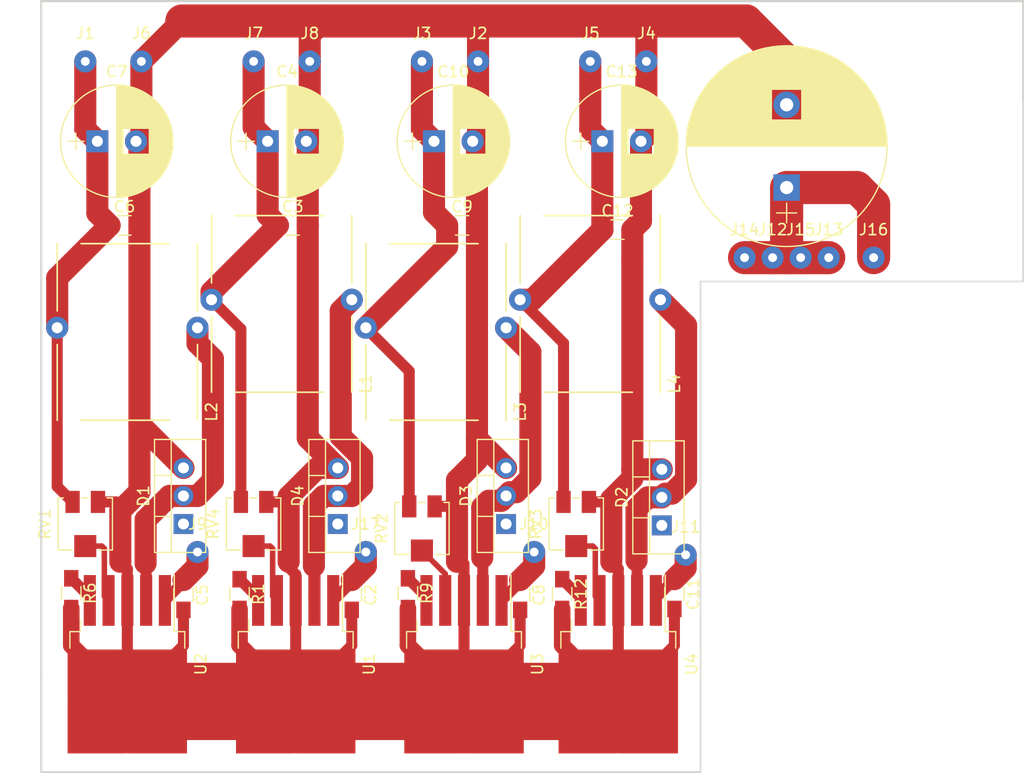
<source format=kicad_pcb>
(kicad_pcb (version 20171130) (host pcbnew 5.0.2-bee76a0~70~ubuntu18.04.1)

  (general
    (thickness 1.6)
    (drawings 13)
    (tracks 215)
    (zones 0)
    (modules 50)
    (nets 27)
  )

  (page A4)
  (layers
    (0 F.Cu signal)
    (31 B.Cu signal)
    (32 B.Adhes user)
    (33 F.Adhes user)
    (34 B.Paste user)
    (35 F.Paste user)
    (36 B.SilkS user)
    (37 F.SilkS user)
    (38 B.Mask user)
    (39 F.Mask user)
    (40 Dwgs.User user hide)
    (41 Cmts.User user)
    (42 Eco1.User user)
    (43 Eco2.User user)
    (44 Edge.Cuts user)
    (45 Margin user)
    (46 B.CrtYd user)
    (47 F.CrtYd user)
    (48 B.Fab user)
    (49 F.Fab user)
  )

  (setup
    (last_trace_width 1)
    (user_trace_width 0.5)
    (user_trace_width 1)
    (user_trace_width 1.5)
    (user_trace_width 2)
    (user_trace_width 3)
    (user_trace_width 5)
    (user_trace_width 7)
    (trace_clearance 0.2)
    (zone_clearance 0.508)
    (zone_45_only no)
    (trace_min 0.2)
    (segment_width 0.2)
    (edge_width 0.15)
    (via_size 0.8)
    (via_drill 0.4)
    (via_min_size 0.4)
    (via_min_drill 0.3)
    (uvia_size 0.3)
    (uvia_drill 0.1)
    (uvias_allowed no)
    (uvia_min_size 0.2)
    (uvia_min_drill 0.1)
    (pcb_text_width 0.3)
    (pcb_text_size 1.5 1.5)
    (mod_edge_width 0.15)
    (mod_text_size 1 1)
    (mod_text_width 0.15)
    (pad_size 1.524 1.524)
    (pad_drill 0.762)
    (pad_to_mask_clearance 0.051)
    (solder_mask_min_width 0.25)
    (aux_axis_origin 81.28 67.31)
    (visible_elements FFFFFF7F)
    (pcbplotparams
      (layerselection 0x01000_ffffffff)
      (usegerberextensions false)
      (usegerberattributes false)
      (usegerberadvancedattributes false)
      (creategerberjobfile false)
      (excludeedgelayer true)
      (linewidth 0.100000)
      (plotframeref false)
      (viasonmask false)
      (mode 1)
      (useauxorigin false)
      (hpglpennumber 1)
      (hpglpenspeed 20)
      (hpglpendiameter 15.000000)
      (psnegative false)
      (psa4output false)
      (plotreference true)
      (plotvalue true)
      (plotinvisibletext false)
      (padsonsilk false)
      (subtractmaskfromsilk false)
      (outputformat 1)
      (mirror false)
      (drillshape 0)
      (scaleselection 1)
      (outputdirectory ""))
  )

  (net 0 "")
  (net 1 GND)
  (net 2 /Vin)
  (net 3 "Net-(C3-Pad1)")
  (net 4 "Net-(C6-Pad1)")
  (net 5 "Net-(C10-Pad1)")
  (net 6 "Net-(C12-Pad1)")
  (net 7 "Net-(D1-Pad1)")
  (net 8 "Net-(D2-Pad1)")
  (net 9 "Net-(D3-Pad1)")
  (net 10 "Net-(D4-Pad1)")
  (net 11 "Net-(R1-Pad1)")
  (net 12 "Net-(R6-Pad1)")
  (net 13 "Net-(R9-Pad1)")
  (net 14 "Net-(R12-Pad1)")
  (net 15 "Net-(RV1-Pad2)")
  (net 16 "Net-(RV2-Pad2)")
  (net 17 "Net-(RV3-Pad2)")
  (net 18 "Net-(RV4-Pad2)")
  (net 19 "Net-(C2-Pad1)")
  (net 20 "Net-(C5-Pad1)")
  (net 21 "Net-(C8-Pad1)")
  (net 22 "Net-(C11-Pad1)")
  (net 23 "Net-(D1-Pad2)")
  (net 24 "Net-(D2-Pad2)")
  (net 25 "Net-(D3-Pad2)")
  (net 26 "Net-(D4-Pad2)")

  (net_class Default "This is the default net class."
    (clearance 0.2)
    (trace_width 0.25)
    (via_dia 0.8)
    (via_drill 0.4)
    (uvia_dia 0.3)
    (uvia_drill 0.1)
    (add_net /Vin)
    (add_net GND)
    (add_net "Net-(C10-Pad1)")
    (add_net "Net-(C11-Pad1)")
    (add_net "Net-(C12-Pad1)")
    (add_net "Net-(C2-Pad1)")
    (add_net "Net-(C3-Pad1)")
    (add_net "Net-(C5-Pad1)")
    (add_net "Net-(C6-Pad1)")
    (add_net "Net-(C8-Pad1)")
    (add_net "Net-(D1-Pad1)")
    (add_net "Net-(D1-Pad2)")
    (add_net "Net-(D2-Pad1)")
    (add_net "Net-(D2-Pad2)")
    (add_net "Net-(D3-Pad1)")
    (add_net "Net-(D3-Pad2)")
    (add_net "Net-(D4-Pad1)")
    (add_net "Net-(D4-Pad2)")
    (add_net "Net-(R1-Pad1)")
    (add_net "Net-(R12-Pad1)")
    (add_net "Net-(R6-Pad1)")
    (add_net "Net-(R9-Pad1)")
    (add_net "Net-(RV1-Pad2)")
    (add_net "Net-(RV2-Pad2)")
    (add_net "Net-(RV3-Pad2)")
    (add_net "Net-(RV4-Pad2)")
  )

  (module Capacitors_ThroughHole:CP_Radial_D18.0mm_P7.50mm (layer F.Cu) (tedit 597BC7C2) (tstamp 5CF9C4DF)
    (at 148.59 83.82 90)
    (descr "CP, Radial series, Radial, pin pitch=7.50mm, , diameter=18mm, Electrolytic Capacitor")
    (tags "CP Radial series Radial pin pitch 7.50mm  diameter 18mm Electrolytic Capacitor")
    (path /5CF7FF7B)
    (fp_text reference C1 (at 3.75 -10.31 90) (layer F.SilkS)
      (effects (font (size 1 1) (thickness 0.15)))
    )
    (fp_text value CP (at 3.75 10.31 90) (layer F.Fab)
      (effects (font (size 1 1) (thickness 0.15)))
    )
    (fp_text user %R (at 3.75 0 90) (layer F.Fab)
      (effects (font (size 1 1) (thickness 0.15)))
    )
    (fp_line (start 13.1 -9.35) (end -5.6 -9.35) (layer F.CrtYd) (width 0.05))
    (fp_line (start 13.1 9.35) (end 13.1 -9.35) (layer F.CrtYd) (width 0.05))
    (fp_line (start -5.6 9.35) (end 13.1 9.35) (layer F.CrtYd) (width 0.05))
    (fp_line (start -5.6 -9.35) (end -5.6 9.35) (layer F.CrtYd) (width 0.05))
    (fp_line (start -2.3 -0.9) (end -2.3 0.9) (layer F.SilkS) (width 0.12))
    (fp_line (start -3.2 0) (end -1.4 0) (layer F.SilkS) (width 0.12))
    (fp_line (start 12.83 -0.387) (end 12.83 0.387) (layer F.SilkS) (width 0.12))
    (fp_line (start 12.79 -0.913) (end 12.79 0.913) (layer F.SilkS) (width 0.12))
    (fp_line (start 12.75 -1.236) (end 12.75 1.236) (layer F.SilkS) (width 0.12))
    (fp_line (start 12.71 -1.492) (end 12.71 1.492) (layer F.SilkS) (width 0.12))
    (fp_line (start 12.67 -1.71) (end 12.67 1.71) (layer F.SilkS) (width 0.12))
    (fp_line (start 12.63 -1.903) (end 12.63 1.903) (layer F.SilkS) (width 0.12))
    (fp_line (start 12.59 -2.078) (end 12.59 2.078) (layer F.SilkS) (width 0.12))
    (fp_line (start 12.55 -2.238) (end 12.55 2.238) (layer F.SilkS) (width 0.12))
    (fp_line (start 12.51 -2.388) (end 12.51 2.388) (layer F.SilkS) (width 0.12))
    (fp_line (start 12.47 -2.528) (end 12.47 2.528) (layer F.SilkS) (width 0.12))
    (fp_line (start 12.43 -2.66) (end 12.43 2.66) (layer F.SilkS) (width 0.12))
    (fp_line (start 12.39 -2.785) (end 12.39 2.785) (layer F.SilkS) (width 0.12))
    (fp_line (start 12.35 -2.905) (end 12.35 2.905) (layer F.SilkS) (width 0.12))
    (fp_line (start 12.31 -3.019) (end 12.31 3.019) (layer F.SilkS) (width 0.12))
    (fp_line (start 12.27 -3.129) (end 12.27 3.129) (layer F.SilkS) (width 0.12))
    (fp_line (start 12.23 -3.234) (end 12.23 3.234) (layer F.SilkS) (width 0.12))
    (fp_line (start 12.19 -3.336) (end 12.19 3.336) (layer F.SilkS) (width 0.12))
    (fp_line (start 12.15 -3.434) (end 12.15 3.434) (layer F.SilkS) (width 0.12))
    (fp_line (start 12.11 -3.53) (end 12.11 3.53) (layer F.SilkS) (width 0.12))
    (fp_line (start 12.07 -3.622) (end 12.07 3.622) (layer F.SilkS) (width 0.12))
    (fp_line (start 12.03 -3.711) (end 12.03 3.711) (layer F.SilkS) (width 0.12))
    (fp_line (start 11.99 -3.799) (end 11.99 3.799) (layer F.SilkS) (width 0.12))
    (fp_line (start 11.95 -3.883) (end 11.95 3.883) (layer F.SilkS) (width 0.12))
    (fp_line (start 11.911 -3.966) (end 11.911 3.966) (layer F.SilkS) (width 0.12))
    (fp_line (start 11.871 -4.046) (end 11.871 4.046) (layer F.SilkS) (width 0.12))
    (fp_line (start 11.831 -4.125) (end 11.831 4.125) (layer F.SilkS) (width 0.12))
    (fp_line (start 11.791 -4.202) (end 11.791 4.202) (layer F.SilkS) (width 0.12))
    (fp_line (start 11.751 -4.277) (end 11.751 4.277) (layer F.SilkS) (width 0.12))
    (fp_line (start 11.711 -4.35) (end 11.711 4.35) (layer F.SilkS) (width 0.12))
    (fp_line (start 11.671 -4.422) (end 11.671 4.422) (layer F.SilkS) (width 0.12))
    (fp_line (start 11.631 -4.492) (end 11.631 4.492) (layer F.SilkS) (width 0.12))
    (fp_line (start 11.591 -4.561) (end 11.591 4.561) (layer F.SilkS) (width 0.12))
    (fp_line (start 11.551 -4.628) (end 11.551 4.628) (layer F.SilkS) (width 0.12))
    (fp_line (start 11.511 -4.694) (end 11.511 4.694) (layer F.SilkS) (width 0.12))
    (fp_line (start 11.471 -4.759) (end 11.471 4.759) (layer F.SilkS) (width 0.12))
    (fp_line (start 11.431 -4.823) (end 11.431 4.823) (layer F.SilkS) (width 0.12))
    (fp_line (start 11.391 -4.886) (end 11.391 4.886) (layer F.SilkS) (width 0.12))
    (fp_line (start 11.351 -4.947) (end 11.351 4.947) (layer F.SilkS) (width 0.12))
    (fp_line (start 11.311 -5.008) (end 11.311 5.008) (layer F.SilkS) (width 0.12))
    (fp_line (start 11.271 -5.067) (end 11.271 5.067) (layer F.SilkS) (width 0.12))
    (fp_line (start 11.231 -5.126) (end 11.231 5.126) (layer F.SilkS) (width 0.12))
    (fp_line (start 11.191 -5.183) (end 11.191 5.183) (layer F.SilkS) (width 0.12))
    (fp_line (start 11.151 -5.24) (end 11.151 5.24) (layer F.SilkS) (width 0.12))
    (fp_line (start 11.111 -5.295) (end 11.111 5.295) (layer F.SilkS) (width 0.12))
    (fp_line (start 11.071 -5.35) (end 11.071 5.35) (layer F.SilkS) (width 0.12))
    (fp_line (start 11.031 -5.404) (end 11.031 5.404) (layer F.SilkS) (width 0.12))
    (fp_line (start 10.991 -5.457) (end 10.991 5.457) (layer F.SilkS) (width 0.12))
    (fp_line (start 10.951 -5.509) (end 10.951 5.509) (layer F.SilkS) (width 0.12))
    (fp_line (start 10.911 -5.561) (end 10.911 5.561) (layer F.SilkS) (width 0.12))
    (fp_line (start 10.871 -5.611) (end 10.871 5.611) (layer F.SilkS) (width 0.12))
    (fp_line (start 10.831 -5.662) (end 10.831 5.662) (layer F.SilkS) (width 0.12))
    (fp_line (start 10.791 -5.711) (end 10.791 5.711) (layer F.SilkS) (width 0.12))
    (fp_line (start 10.751 -5.759) (end 10.751 5.759) (layer F.SilkS) (width 0.12))
    (fp_line (start 10.711 -5.807) (end 10.711 5.807) (layer F.SilkS) (width 0.12))
    (fp_line (start 10.671 -5.855) (end 10.671 5.855) (layer F.SilkS) (width 0.12))
    (fp_line (start 10.631 -5.901) (end 10.631 5.901) (layer F.SilkS) (width 0.12))
    (fp_line (start 10.591 -5.947) (end 10.591 5.947) (layer F.SilkS) (width 0.12))
    (fp_line (start 10.551 -5.993) (end 10.551 5.993) (layer F.SilkS) (width 0.12))
    (fp_line (start 10.511 -6.038) (end 10.511 6.038) (layer F.SilkS) (width 0.12))
    (fp_line (start 10.471 -6.082) (end 10.471 6.082) (layer F.SilkS) (width 0.12))
    (fp_line (start 10.431 -6.125) (end 10.431 6.125) (layer F.SilkS) (width 0.12))
    (fp_line (start 10.391 -6.168) (end 10.391 6.168) (layer F.SilkS) (width 0.12))
    (fp_line (start 10.351 -6.211) (end 10.351 6.211) (layer F.SilkS) (width 0.12))
    (fp_line (start 10.311 -6.253) (end 10.311 6.253) (layer F.SilkS) (width 0.12))
    (fp_line (start 10.271 -6.294) (end 10.271 6.294) (layer F.SilkS) (width 0.12))
    (fp_line (start 10.231 -6.335) (end 10.231 6.335) (layer F.SilkS) (width 0.12))
    (fp_line (start 10.191 -6.376) (end 10.191 6.376) (layer F.SilkS) (width 0.12))
    (fp_line (start 10.151 -6.416) (end 10.151 6.416) (layer F.SilkS) (width 0.12))
    (fp_line (start 10.111 -6.455) (end 10.111 6.455) (layer F.SilkS) (width 0.12))
    (fp_line (start 10.071 -6.494) (end 10.071 6.494) (layer F.SilkS) (width 0.12))
    (fp_line (start 10.031 -6.532) (end 10.031 6.532) (layer F.SilkS) (width 0.12))
    (fp_line (start 9.991 -6.57) (end 9.991 6.57) (layer F.SilkS) (width 0.12))
    (fp_line (start 9.951 -6.608) (end 9.951 6.608) (layer F.SilkS) (width 0.12))
    (fp_line (start 9.911 -6.645) (end 9.911 6.645) (layer F.SilkS) (width 0.12))
    (fp_line (start 9.871 -6.682) (end 9.871 6.682) (layer F.SilkS) (width 0.12))
    (fp_line (start 9.831 -6.718) (end 9.831 6.718) (layer F.SilkS) (width 0.12))
    (fp_line (start 9.791 -6.754) (end 9.791 6.754) (layer F.SilkS) (width 0.12))
    (fp_line (start 9.751 -6.789) (end 9.751 6.789) (layer F.SilkS) (width 0.12))
    (fp_line (start 9.711 -6.824) (end 9.711 6.824) (layer F.SilkS) (width 0.12))
    (fp_line (start 9.671 -6.858) (end 9.671 6.858) (layer F.SilkS) (width 0.12))
    (fp_line (start 9.631 -6.893) (end 9.631 6.893) (layer F.SilkS) (width 0.12))
    (fp_line (start 9.591 -6.926) (end 9.591 6.926) (layer F.SilkS) (width 0.12))
    (fp_line (start 9.551 -6.96) (end 9.551 6.96) (layer F.SilkS) (width 0.12))
    (fp_line (start 9.511 -6.993) (end 9.511 6.993) (layer F.SilkS) (width 0.12))
    (fp_line (start 9.471 -7.025) (end 9.471 7.025) (layer F.SilkS) (width 0.12))
    (fp_line (start 9.431 -7.057) (end 9.431 7.057) (layer F.SilkS) (width 0.12))
    (fp_line (start 9.391 -7.089) (end 9.391 7.089) (layer F.SilkS) (width 0.12))
    (fp_line (start 9.351 -7.121) (end 9.351 7.121) (layer F.SilkS) (width 0.12))
    (fp_line (start 9.311 -7.152) (end 9.311 7.152) (layer F.SilkS) (width 0.12))
    (fp_line (start 9.271 -7.183) (end 9.271 7.183) (layer F.SilkS) (width 0.12))
    (fp_line (start 9.231 -7.213) (end 9.231 7.213) (layer F.SilkS) (width 0.12))
    (fp_line (start 9.191 -7.243) (end 9.191 7.243) (layer F.SilkS) (width 0.12))
    (fp_line (start 9.151 -7.273) (end 9.151 7.273) (layer F.SilkS) (width 0.12))
    (fp_line (start 9.111 -7.302) (end 9.111 7.302) (layer F.SilkS) (width 0.12))
    (fp_line (start 9.071 -7.331) (end 9.071 7.331) (layer F.SilkS) (width 0.12))
    (fp_line (start 9.031 -7.36) (end 9.031 7.36) (layer F.SilkS) (width 0.12))
    (fp_line (start 8.991 -7.388) (end 8.991 7.388) (layer F.SilkS) (width 0.12))
    (fp_line (start 8.951 -7.416) (end 8.951 7.416) (layer F.SilkS) (width 0.12))
    (fp_line (start 8.911 -7.444) (end 8.911 7.444) (layer F.SilkS) (width 0.12))
    (fp_line (start 8.871 1.38) (end 8.871 7.471) (layer F.SilkS) (width 0.12))
    (fp_line (start 8.871 -7.471) (end 8.871 -1.38) (layer F.SilkS) (width 0.12))
    (fp_line (start 8.831 1.38) (end 8.831 7.499) (layer F.SilkS) (width 0.12))
    (fp_line (start 8.831 -7.499) (end 8.831 -1.38) (layer F.SilkS) (width 0.12))
    (fp_line (start 8.791 1.38) (end 8.791 7.525) (layer F.SilkS) (width 0.12))
    (fp_line (start 8.791 -7.525) (end 8.791 -1.38) (layer F.SilkS) (width 0.12))
    (fp_line (start 8.751 1.38) (end 8.751 7.552) (layer F.SilkS) (width 0.12))
    (fp_line (start 8.751 -7.552) (end 8.751 -1.38) (layer F.SilkS) (width 0.12))
    (fp_line (start 8.711 1.38) (end 8.711 7.578) (layer F.SilkS) (width 0.12))
    (fp_line (start 8.711 -7.578) (end 8.711 -1.38) (layer F.SilkS) (width 0.12))
    (fp_line (start 8.671 1.38) (end 8.671 7.604) (layer F.SilkS) (width 0.12))
    (fp_line (start 8.671 -7.604) (end 8.671 -1.38) (layer F.SilkS) (width 0.12))
    (fp_line (start 8.631 1.38) (end 8.631 7.63) (layer F.SilkS) (width 0.12))
    (fp_line (start 8.631 -7.63) (end 8.631 -1.38) (layer F.SilkS) (width 0.12))
    (fp_line (start 8.591 1.38) (end 8.591 7.655) (layer F.SilkS) (width 0.12))
    (fp_line (start 8.591 -7.655) (end 8.591 -1.38) (layer F.SilkS) (width 0.12))
    (fp_line (start 8.551 1.38) (end 8.551 7.68) (layer F.SilkS) (width 0.12))
    (fp_line (start 8.551 -7.68) (end 8.551 -1.38) (layer F.SilkS) (width 0.12))
    (fp_line (start 8.511 1.38) (end 8.511 7.705) (layer F.SilkS) (width 0.12))
    (fp_line (start 8.511 -7.705) (end 8.511 -1.38) (layer F.SilkS) (width 0.12))
    (fp_line (start 8.471 1.38) (end 8.471 7.729) (layer F.SilkS) (width 0.12))
    (fp_line (start 8.471 -7.729) (end 8.471 -1.38) (layer F.SilkS) (width 0.12))
    (fp_line (start 8.431 1.38) (end 8.431 7.753) (layer F.SilkS) (width 0.12))
    (fp_line (start 8.431 -7.753) (end 8.431 -1.38) (layer F.SilkS) (width 0.12))
    (fp_line (start 8.391 1.38) (end 8.391 7.777) (layer F.SilkS) (width 0.12))
    (fp_line (start 8.391 -7.777) (end 8.391 -1.38) (layer F.SilkS) (width 0.12))
    (fp_line (start 8.351 1.38) (end 8.351 7.801) (layer F.SilkS) (width 0.12))
    (fp_line (start 8.351 -7.801) (end 8.351 -1.38) (layer F.SilkS) (width 0.12))
    (fp_line (start 8.311 1.38) (end 8.311 7.824) (layer F.SilkS) (width 0.12))
    (fp_line (start 8.311 -7.824) (end 8.311 -1.38) (layer F.SilkS) (width 0.12))
    (fp_line (start 8.271 1.38) (end 8.271 7.847) (layer F.SilkS) (width 0.12))
    (fp_line (start 8.271 -7.847) (end 8.271 -1.38) (layer F.SilkS) (width 0.12))
    (fp_line (start 8.231 1.38) (end 8.231 7.87) (layer F.SilkS) (width 0.12))
    (fp_line (start 8.231 -7.87) (end 8.231 -1.38) (layer F.SilkS) (width 0.12))
    (fp_line (start 8.191 1.38) (end 8.191 7.892) (layer F.SilkS) (width 0.12))
    (fp_line (start 8.191 -7.892) (end 8.191 -1.38) (layer F.SilkS) (width 0.12))
    (fp_line (start 8.151 1.38) (end 8.151 7.915) (layer F.SilkS) (width 0.12))
    (fp_line (start 8.151 -7.915) (end 8.151 -1.38) (layer F.SilkS) (width 0.12))
    (fp_line (start 8.111 1.38) (end 8.111 7.937) (layer F.SilkS) (width 0.12))
    (fp_line (start 8.111 -7.937) (end 8.111 -1.38) (layer F.SilkS) (width 0.12))
    (fp_line (start 8.071 1.38) (end 8.071 7.958) (layer F.SilkS) (width 0.12))
    (fp_line (start 8.071 -7.958) (end 8.071 -1.38) (layer F.SilkS) (width 0.12))
    (fp_line (start 8.031 1.38) (end 8.031 7.98) (layer F.SilkS) (width 0.12))
    (fp_line (start 8.031 -7.98) (end 8.031 -1.38) (layer F.SilkS) (width 0.12))
    (fp_line (start 7.991 1.38) (end 7.991 8.001) (layer F.SilkS) (width 0.12))
    (fp_line (start 7.991 -8.001) (end 7.991 -1.38) (layer F.SilkS) (width 0.12))
    (fp_line (start 7.951 1.38) (end 7.951 8.022) (layer F.SilkS) (width 0.12))
    (fp_line (start 7.951 -8.022) (end 7.951 -1.38) (layer F.SilkS) (width 0.12))
    (fp_line (start 7.911 1.38) (end 7.911 8.043) (layer F.SilkS) (width 0.12))
    (fp_line (start 7.911 -8.043) (end 7.911 -1.38) (layer F.SilkS) (width 0.12))
    (fp_line (start 7.871 1.38) (end 7.871 8.063) (layer F.SilkS) (width 0.12))
    (fp_line (start 7.871 -8.063) (end 7.871 -1.38) (layer F.SilkS) (width 0.12))
    (fp_line (start 7.831 1.38) (end 7.831 8.083) (layer F.SilkS) (width 0.12))
    (fp_line (start 7.831 -8.083) (end 7.831 -1.38) (layer F.SilkS) (width 0.12))
    (fp_line (start 7.791 1.38) (end 7.791 8.103) (layer F.SilkS) (width 0.12))
    (fp_line (start 7.791 -8.103) (end 7.791 -1.38) (layer F.SilkS) (width 0.12))
    (fp_line (start 7.751 1.38) (end 7.751 8.123) (layer F.SilkS) (width 0.12))
    (fp_line (start 7.751 -8.123) (end 7.751 -1.38) (layer F.SilkS) (width 0.12))
    (fp_line (start 7.711 1.38) (end 7.711 8.143) (layer F.SilkS) (width 0.12))
    (fp_line (start 7.711 -8.143) (end 7.711 -1.38) (layer F.SilkS) (width 0.12))
    (fp_line (start 7.671 1.38) (end 7.671 8.162) (layer F.SilkS) (width 0.12))
    (fp_line (start 7.671 -8.162) (end 7.671 -1.38) (layer F.SilkS) (width 0.12))
    (fp_line (start 7.631 1.38) (end 7.631 8.181) (layer F.SilkS) (width 0.12))
    (fp_line (start 7.631 -8.181) (end 7.631 -1.38) (layer F.SilkS) (width 0.12))
    (fp_line (start 7.591 1.38) (end 7.591 8.2) (layer F.SilkS) (width 0.12))
    (fp_line (start 7.591 -8.2) (end 7.591 -1.38) (layer F.SilkS) (width 0.12))
    (fp_line (start 7.551 1.38) (end 7.551 8.218) (layer F.SilkS) (width 0.12))
    (fp_line (start 7.551 -8.218) (end 7.551 -1.38) (layer F.SilkS) (width 0.12))
    (fp_line (start 7.511 1.38) (end 7.511 8.236) (layer F.SilkS) (width 0.12))
    (fp_line (start 7.511 -8.236) (end 7.511 -1.38) (layer F.SilkS) (width 0.12))
    (fp_line (start 7.471 1.38) (end 7.471 8.254) (layer F.SilkS) (width 0.12))
    (fp_line (start 7.471 -8.254) (end 7.471 -1.38) (layer F.SilkS) (width 0.12))
    (fp_line (start 7.431 1.38) (end 7.431 8.272) (layer F.SilkS) (width 0.12))
    (fp_line (start 7.431 -8.272) (end 7.431 -1.38) (layer F.SilkS) (width 0.12))
    (fp_line (start 7.391 1.38) (end 7.391 8.29) (layer F.SilkS) (width 0.12))
    (fp_line (start 7.391 -8.29) (end 7.391 -1.38) (layer F.SilkS) (width 0.12))
    (fp_line (start 7.351 1.38) (end 7.351 8.307) (layer F.SilkS) (width 0.12))
    (fp_line (start 7.351 -8.307) (end 7.351 -1.38) (layer F.SilkS) (width 0.12))
    (fp_line (start 7.311 1.38) (end 7.311 8.324) (layer F.SilkS) (width 0.12))
    (fp_line (start 7.311 -8.324) (end 7.311 -1.38) (layer F.SilkS) (width 0.12))
    (fp_line (start 7.271 1.38) (end 7.271 8.341) (layer F.SilkS) (width 0.12))
    (fp_line (start 7.271 -8.341) (end 7.271 -1.38) (layer F.SilkS) (width 0.12))
    (fp_line (start 7.231 1.38) (end 7.231 8.358) (layer F.SilkS) (width 0.12))
    (fp_line (start 7.231 -8.358) (end 7.231 -1.38) (layer F.SilkS) (width 0.12))
    (fp_line (start 7.191 1.38) (end 7.191 8.374) (layer F.SilkS) (width 0.12))
    (fp_line (start 7.191 -8.374) (end 7.191 -1.38) (layer F.SilkS) (width 0.12))
    (fp_line (start 7.151 1.38) (end 7.151 8.391) (layer F.SilkS) (width 0.12))
    (fp_line (start 7.151 -8.391) (end 7.151 -1.38) (layer F.SilkS) (width 0.12))
    (fp_line (start 7.111 1.38) (end 7.111 8.407) (layer F.SilkS) (width 0.12))
    (fp_line (start 7.111 -8.407) (end 7.111 -1.38) (layer F.SilkS) (width 0.12))
    (fp_line (start 7.071 1.38) (end 7.071 8.423) (layer F.SilkS) (width 0.12))
    (fp_line (start 7.071 -8.423) (end 7.071 -1.38) (layer F.SilkS) (width 0.12))
    (fp_line (start 7.031 1.38) (end 7.031 8.438) (layer F.SilkS) (width 0.12))
    (fp_line (start 7.031 -8.438) (end 7.031 -1.38) (layer F.SilkS) (width 0.12))
    (fp_line (start 6.991 1.38) (end 6.991 8.453) (layer F.SilkS) (width 0.12))
    (fp_line (start 6.991 -8.453) (end 6.991 -1.38) (layer F.SilkS) (width 0.12))
    (fp_line (start 6.951 1.38) (end 6.951 8.469) (layer F.SilkS) (width 0.12))
    (fp_line (start 6.951 -8.469) (end 6.951 -1.38) (layer F.SilkS) (width 0.12))
    (fp_line (start 6.911 1.38) (end 6.911 8.484) (layer F.SilkS) (width 0.12))
    (fp_line (start 6.911 -8.484) (end 6.911 -1.38) (layer F.SilkS) (width 0.12))
    (fp_line (start 6.871 1.38) (end 6.871 8.498) (layer F.SilkS) (width 0.12))
    (fp_line (start 6.871 -8.498) (end 6.871 -1.38) (layer F.SilkS) (width 0.12))
    (fp_line (start 6.831 1.38) (end 6.831 8.513) (layer F.SilkS) (width 0.12))
    (fp_line (start 6.831 -8.513) (end 6.831 -1.38) (layer F.SilkS) (width 0.12))
    (fp_line (start 6.791 1.38) (end 6.791 8.527) (layer F.SilkS) (width 0.12))
    (fp_line (start 6.791 -8.527) (end 6.791 -1.38) (layer F.SilkS) (width 0.12))
    (fp_line (start 6.751 1.38) (end 6.751 8.541) (layer F.SilkS) (width 0.12))
    (fp_line (start 6.751 -8.541) (end 6.751 -1.38) (layer F.SilkS) (width 0.12))
    (fp_line (start 6.711 1.38) (end 6.711 8.555) (layer F.SilkS) (width 0.12))
    (fp_line (start 6.711 -8.555) (end 6.711 -1.38) (layer F.SilkS) (width 0.12))
    (fp_line (start 6.671 1.38) (end 6.671 8.569) (layer F.SilkS) (width 0.12))
    (fp_line (start 6.671 -8.569) (end 6.671 -1.38) (layer F.SilkS) (width 0.12))
    (fp_line (start 6.631 1.38) (end 6.631 8.582) (layer F.SilkS) (width 0.12))
    (fp_line (start 6.631 -8.582) (end 6.631 -1.38) (layer F.SilkS) (width 0.12))
    (fp_line (start 6.591 1.38) (end 6.591 8.595) (layer F.SilkS) (width 0.12))
    (fp_line (start 6.591 -8.595) (end 6.591 -1.38) (layer F.SilkS) (width 0.12))
    (fp_line (start 6.551 1.38) (end 6.551 8.609) (layer F.SilkS) (width 0.12))
    (fp_line (start 6.551 -8.609) (end 6.551 -1.38) (layer F.SilkS) (width 0.12))
    (fp_line (start 6.511 1.38) (end 6.511 8.621) (layer F.SilkS) (width 0.12))
    (fp_line (start 6.511 -8.621) (end 6.511 -1.38) (layer F.SilkS) (width 0.12))
    (fp_line (start 6.471 1.38) (end 6.471 8.634) (layer F.SilkS) (width 0.12))
    (fp_line (start 6.471 -8.634) (end 6.471 -1.38) (layer F.SilkS) (width 0.12))
    (fp_line (start 6.431 1.38) (end 6.431 8.646) (layer F.SilkS) (width 0.12))
    (fp_line (start 6.431 -8.646) (end 6.431 -1.38) (layer F.SilkS) (width 0.12))
    (fp_line (start 6.391 1.38) (end 6.391 8.659) (layer F.SilkS) (width 0.12))
    (fp_line (start 6.391 -8.659) (end 6.391 -1.38) (layer F.SilkS) (width 0.12))
    (fp_line (start 6.351 1.38) (end 6.351 8.671) (layer F.SilkS) (width 0.12))
    (fp_line (start 6.351 -8.671) (end 6.351 -1.38) (layer F.SilkS) (width 0.12))
    (fp_line (start 6.311 1.38) (end 6.311 8.683) (layer F.SilkS) (width 0.12))
    (fp_line (start 6.311 -8.683) (end 6.311 -1.38) (layer F.SilkS) (width 0.12))
    (fp_line (start 6.271 1.38) (end 6.271 8.694) (layer F.SilkS) (width 0.12))
    (fp_line (start 6.271 -8.694) (end 6.271 -1.38) (layer F.SilkS) (width 0.12))
    (fp_line (start 6.231 1.38) (end 6.231 8.706) (layer F.SilkS) (width 0.12))
    (fp_line (start 6.231 -8.706) (end 6.231 -1.38) (layer F.SilkS) (width 0.12))
    (fp_line (start 6.191 1.38) (end 6.191 8.717) (layer F.SilkS) (width 0.12))
    (fp_line (start 6.191 -8.717) (end 6.191 -1.38) (layer F.SilkS) (width 0.12))
    (fp_line (start 6.151 1.38) (end 6.151 8.728) (layer F.SilkS) (width 0.12))
    (fp_line (start 6.151 -8.728) (end 6.151 -1.38) (layer F.SilkS) (width 0.12))
    (fp_line (start 6.111 -8.739) (end 6.111 8.739) (layer F.SilkS) (width 0.12))
    (fp_line (start 6.071 -8.749) (end 6.071 8.749) (layer F.SilkS) (width 0.12))
    (fp_line (start 6.031 -8.76) (end 6.031 8.76) (layer F.SilkS) (width 0.12))
    (fp_line (start 5.991 -8.77) (end 5.991 8.77) (layer F.SilkS) (width 0.12))
    (fp_line (start 5.951 -8.78) (end 5.951 8.78) (layer F.SilkS) (width 0.12))
    (fp_line (start 5.911 -8.79) (end 5.911 8.79) (layer F.SilkS) (width 0.12))
    (fp_line (start 5.871 -8.8) (end 5.871 8.8) (layer F.SilkS) (width 0.12))
    (fp_line (start 5.831 -8.809) (end 5.831 8.809) (layer F.SilkS) (width 0.12))
    (fp_line (start 5.791 -8.819) (end 5.791 8.819) (layer F.SilkS) (width 0.12))
    (fp_line (start 5.751 -8.828) (end 5.751 8.828) (layer F.SilkS) (width 0.12))
    (fp_line (start 5.711 -8.837) (end 5.711 8.837) (layer F.SilkS) (width 0.12))
    (fp_line (start 5.671 -8.845) (end 5.671 8.845) (layer F.SilkS) (width 0.12))
    (fp_line (start 5.631 -8.854) (end 5.631 8.854) (layer F.SilkS) (width 0.12))
    (fp_line (start 5.591 -8.862) (end 5.591 8.862) (layer F.SilkS) (width 0.12))
    (fp_line (start 5.551 -8.87) (end 5.551 8.87) (layer F.SilkS) (width 0.12))
    (fp_line (start 5.511 -8.878) (end 5.511 8.878) (layer F.SilkS) (width 0.12))
    (fp_line (start 5.471 -8.886) (end 5.471 8.886) (layer F.SilkS) (width 0.12))
    (fp_line (start 5.431 -8.894) (end 5.431 8.894) (layer F.SilkS) (width 0.12))
    (fp_line (start 5.391 -8.901) (end 5.391 8.901) (layer F.SilkS) (width 0.12))
    (fp_line (start 5.351 -8.909) (end 5.351 8.909) (layer F.SilkS) (width 0.12))
    (fp_line (start 5.311 -8.916) (end 5.311 8.916) (layer F.SilkS) (width 0.12))
    (fp_line (start 5.271 -8.923) (end 5.271 8.923) (layer F.SilkS) (width 0.12))
    (fp_line (start 5.231 -8.929) (end 5.231 8.929) (layer F.SilkS) (width 0.12))
    (fp_line (start 5.191 -8.936) (end 5.191 8.936) (layer F.SilkS) (width 0.12))
    (fp_line (start 5.151 -8.942) (end 5.151 8.942) (layer F.SilkS) (width 0.12))
    (fp_line (start 5.111 -8.948) (end 5.111 8.948) (layer F.SilkS) (width 0.12))
    (fp_line (start 5.071 -8.954) (end 5.071 8.954) (layer F.SilkS) (width 0.12))
    (fp_line (start 5.031 -8.96) (end 5.031 8.96) (layer F.SilkS) (width 0.12))
    (fp_line (start 4.991 -8.966) (end 4.991 8.966) (layer F.SilkS) (width 0.12))
    (fp_line (start 4.951 -8.971) (end 4.951 8.971) (layer F.SilkS) (width 0.12))
    (fp_line (start 4.911 -8.976) (end 4.911 8.976) (layer F.SilkS) (width 0.12))
    (fp_line (start 4.871 -8.981) (end 4.871 8.981) (layer F.SilkS) (width 0.12))
    (fp_line (start 4.831 -8.986) (end 4.831 8.986) (layer F.SilkS) (width 0.12))
    (fp_line (start 4.791 -8.991) (end 4.791 8.991) (layer F.SilkS) (width 0.12))
    (fp_line (start 4.751 -8.995) (end 4.751 8.995) (layer F.SilkS) (width 0.12))
    (fp_line (start 4.711 -9) (end 4.711 9) (layer F.SilkS) (width 0.12))
    (fp_line (start 4.671 -9.004) (end 4.671 9.004) (layer F.SilkS) (width 0.12))
    (fp_line (start 4.631 -9.008) (end 4.631 9.008) (layer F.SilkS) (width 0.12))
    (fp_line (start 4.591 -9.012) (end 4.591 9.012) (layer F.SilkS) (width 0.12))
    (fp_line (start 4.551 -9.015) (end 4.551 9.015) (layer F.SilkS) (width 0.12))
    (fp_line (start 4.511 -9.019) (end 4.511 9.019) (layer F.SilkS) (width 0.12))
    (fp_line (start 4.471 -9.022) (end 4.471 9.022) (layer F.SilkS) (width 0.12))
    (fp_line (start 4.43 -9.025) (end 4.43 9.025) (layer F.SilkS) (width 0.12))
    (fp_line (start 4.39 -9.028) (end 4.39 9.028) (layer F.SilkS) (width 0.12))
    (fp_line (start 4.35 -9.031) (end 4.35 9.031) (layer F.SilkS) (width 0.12))
    (fp_line (start 4.31 -9.033) (end 4.31 9.033) (layer F.SilkS) (width 0.12))
    (fp_line (start 4.27 -9.036) (end 4.27 9.036) (layer F.SilkS) (width 0.12))
    (fp_line (start 4.23 -9.038) (end 4.23 9.038) (layer F.SilkS) (width 0.12))
    (fp_line (start 4.19 -9.04) (end 4.19 9.04) (layer F.SilkS) (width 0.12))
    (fp_line (start 4.15 -9.042) (end 4.15 9.042) (layer F.SilkS) (width 0.12))
    (fp_line (start 4.11 -9.043) (end 4.11 9.043) (layer F.SilkS) (width 0.12))
    (fp_line (start 4.07 -9.045) (end 4.07 9.045) (layer F.SilkS) (width 0.12))
    (fp_line (start 4.03 -9.046) (end 4.03 9.046) (layer F.SilkS) (width 0.12))
    (fp_line (start 3.99 -9.047) (end 3.99 9.047) (layer F.SilkS) (width 0.12))
    (fp_line (start 3.95 -9.048) (end 3.95 9.048) (layer F.SilkS) (width 0.12))
    (fp_line (start 3.91 -9.049) (end 3.91 9.049) (layer F.SilkS) (width 0.12))
    (fp_line (start 3.87 -9.05) (end 3.87 9.05) (layer F.SilkS) (width 0.12))
    (fp_line (start 3.83 -9.05) (end 3.83 9.05) (layer F.SilkS) (width 0.12))
    (fp_line (start 3.79 -9.05) (end 3.79 9.05) (layer F.SilkS) (width 0.12))
    (fp_line (start 3.75 -9.05) (end 3.75 9.05) (layer F.SilkS) (width 0.12))
    (fp_line (start -2.3 -0.9) (end -2.3 0.9) (layer F.Fab) (width 0.1))
    (fp_line (start -3.2 0) (end -1.4 0) (layer F.Fab) (width 0.1))
    (fp_circle (center 3.75 0) (end 12.84 0) (layer F.SilkS) (width 0.12))
    (fp_circle (center 3.75 0) (end 12.75 0) (layer F.Fab) (width 0.1))
    (pad 2 thru_hole circle (at 7.5 0 90) (size 2.4 2.4) (drill 1.2) (layers *.Cu *.Mask)
      (net 1 GND))
    (pad 1 thru_hole rect (at 0 0 90) (size 2.4 2.4) (drill 1.2) (layers *.Cu *.Mask)
      (net 2 /Vin))
    (model ${KISYS3DMOD}/Capacitors_THT.3dshapes/CP_Radial_D18.0mm_P7.50mm.wrl
      (at (xyz 0 0 0))
      (scale (xyz 1 1 1))
      (rotate (xyz 0 0 0))
    )
  )

  (module Resistors_SMD:R_0805_HandSoldering (layer F.Cu) (tedit 58E0A804) (tstamp 5CFBC749)
    (at 109.22 120.73 270)
    (descr "Resistor SMD 0805, hand soldering")
    (tags "resistor 0805")
    (path /5CF7FE5D)
    (attr smd)
    (fp_text reference C2 (at 0 -1.7 270) (layer F.SilkS)
      (effects (font (size 1 1) (thickness 0.15)))
    )
    (fp_text value C (at 0 1.75 270) (layer F.Fab)
      (effects (font (size 1 1) (thickness 0.15)))
    )
    (fp_line (start 2.35 0.9) (end -2.35 0.9) (layer F.CrtYd) (width 0.05))
    (fp_line (start 2.35 0.9) (end 2.35 -0.9) (layer F.CrtYd) (width 0.05))
    (fp_line (start -2.35 -0.9) (end -2.35 0.9) (layer F.CrtYd) (width 0.05))
    (fp_line (start -2.35 -0.9) (end 2.35 -0.9) (layer F.CrtYd) (width 0.05))
    (fp_line (start -0.6 -0.88) (end 0.6 -0.88) (layer F.SilkS) (width 0.12))
    (fp_line (start 0.6 0.88) (end -0.6 0.88) (layer F.SilkS) (width 0.12))
    (fp_line (start -1 -0.62) (end 1 -0.62) (layer F.Fab) (width 0.1))
    (fp_line (start 1 -0.62) (end 1 0.62) (layer F.Fab) (width 0.1))
    (fp_line (start 1 0.62) (end -1 0.62) (layer F.Fab) (width 0.1))
    (fp_line (start -1 0.62) (end -1 -0.62) (layer F.Fab) (width 0.1))
    (fp_text user %R (at 0 0 270) (layer F.Fab)
      (effects (font (size 0.5 0.5) (thickness 0.075)))
    )
    (pad 2 smd rect (at 1.35 0 270) (size 1.5 1.3) (layers F.Cu F.Paste F.Mask)
      (net 1 GND))
    (pad 1 smd rect (at -1.35 0 270) (size 1.5 1.3) (layers F.Cu F.Paste F.Mask)
      (net 19 "Net-(C2-Pad1)"))
    (model ${KISYS3DMOD}/Resistors_SMD.3dshapes/R_0805.wrl
      (at (xyz 0 0 0))
      (scale (xyz 1 1 1))
      (rotate (xyz 0 0 0))
    )
  )

  (module Resistors_SMD:R_0805_HandSoldering (layer F.Cu) (tedit 58E0A804) (tstamp 5CF9C501)
    (at 103.883555 87.248003)
    (descr "Resistor SMD 0805, hand soldering")
    (tags "resistor 0805")
    (path /5CF7FEBD)
    (attr smd)
    (fp_text reference C3 (at 0 -1.7) (layer F.SilkS)
      (effects (font (size 1 1) (thickness 0.15)))
    )
    (fp_text value C (at 0 1.75) (layer F.Fab)
      (effects (font (size 1 1) (thickness 0.15)))
    )
    (fp_text user %R (at 0 0) (layer F.Fab)
      (effects (font (size 0.5 0.5) (thickness 0.075)))
    )
    (fp_line (start -1 0.62) (end -1 -0.62) (layer F.Fab) (width 0.1))
    (fp_line (start 1 0.62) (end -1 0.62) (layer F.Fab) (width 0.1))
    (fp_line (start 1 -0.62) (end 1 0.62) (layer F.Fab) (width 0.1))
    (fp_line (start -1 -0.62) (end 1 -0.62) (layer F.Fab) (width 0.1))
    (fp_line (start 0.6 0.88) (end -0.6 0.88) (layer F.SilkS) (width 0.12))
    (fp_line (start -0.6 -0.88) (end 0.6 -0.88) (layer F.SilkS) (width 0.12))
    (fp_line (start -2.35 -0.9) (end 2.35 -0.9) (layer F.CrtYd) (width 0.05))
    (fp_line (start -2.35 -0.9) (end -2.35 0.9) (layer F.CrtYd) (width 0.05))
    (fp_line (start 2.35 0.9) (end 2.35 -0.9) (layer F.CrtYd) (width 0.05))
    (fp_line (start 2.35 0.9) (end -2.35 0.9) (layer F.CrtYd) (width 0.05))
    (pad 1 smd rect (at -1.35 0) (size 1.5 1.3) (layers F.Cu F.Paste F.Mask)
      (net 3 "Net-(C3-Pad1)"))
    (pad 2 smd rect (at 1.35 0) (size 1.5 1.3) (layers F.Cu F.Paste F.Mask)
      (net 1 GND))
    (model ${KISYS3DMOD}/Resistors_SMD.3dshapes/R_0805.wrl
      (at (xyz 0 0 0))
      (scale (xyz 1 1 1))
      (rotate (xyz 0 0 0))
    )
  )

  (module Capacitors_ThroughHole:CP_Radial_D10.0mm_P3.50mm (layer F.Cu) (tedit 597BC7C2) (tstamp 5CFAA5C9)
    (at 101.6 79.628003)
    (descr "CP, Radial series, Radial, pin pitch=3.50mm, , diameter=10mm, Electrolytic Capacitor")
    (tags "CP Radial series Radial pin pitch 3.50mm  diameter 10mm Electrolytic Capacitor")
    (path /5CF7FFB7)
    (fp_text reference C4 (at 1.75 -6.31) (layer F.SilkS)
      (effects (font (size 1 1) (thickness 0.15)))
    )
    (fp_text value CP (at 1.75 6.31) (layer F.Fab)
      (effects (font (size 1 1) (thickness 0.15)))
    )
    (fp_text user %R (at 1.75 0) (layer F.Fab)
      (effects (font (size 1 1) (thickness 0.15)))
    )
    (fp_line (start 7.1 -5.35) (end -3.6 -5.35) (layer F.CrtYd) (width 0.05))
    (fp_line (start 7.1 5.35) (end 7.1 -5.35) (layer F.CrtYd) (width 0.05))
    (fp_line (start -3.6 5.35) (end 7.1 5.35) (layer F.CrtYd) (width 0.05))
    (fp_line (start -3.6 -5.35) (end -3.6 5.35) (layer F.CrtYd) (width 0.05))
    (fp_line (start -1.95 -0.75) (end -1.95 0.75) (layer F.SilkS) (width 0.12))
    (fp_line (start -2.7 0) (end -1.2 0) (layer F.SilkS) (width 0.12))
    (fp_line (start 6.831 -0.279) (end 6.831 0.279) (layer F.SilkS) (width 0.12))
    (fp_line (start 6.791 -0.672) (end 6.791 0.672) (layer F.SilkS) (width 0.12))
    (fp_line (start 6.751 -0.913) (end 6.751 0.913) (layer F.SilkS) (width 0.12))
    (fp_line (start 6.711 -1.104) (end 6.711 1.104) (layer F.SilkS) (width 0.12))
    (fp_line (start 6.671 -1.265) (end 6.671 1.265) (layer F.SilkS) (width 0.12))
    (fp_line (start 6.631 -1.407) (end 6.631 1.407) (layer F.SilkS) (width 0.12))
    (fp_line (start 6.591 -1.536) (end 6.591 1.536) (layer F.SilkS) (width 0.12))
    (fp_line (start 6.551 -1.654) (end 6.551 1.654) (layer F.SilkS) (width 0.12))
    (fp_line (start 6.511 -1.763) (end 6.511 1.763) (layer F.SilkS) (width 0.12))
    (fp_line (start 6.471 -1.866) (end 6.471 1.866) (layer F.SilkS) (width 0.12))
    (fp_line (start 6.431 -1.962) (end 6.431 1.962) (layer F.SilkS) (width 0.12))
    (fp_line (start 6.391 -2.053) (end 6.391 2.053) (layer F.SilkS) (width 0.12))
    (fp_line (start 6.351 -2.14) (end 6.351 2.14) (layer F.SilkS) (width 0.12))
    (fp_line (start 6.311 -2.222) (end 6.311 2.222) (layer F.SilkS) (width 0.12))
    (fp_line (start 6.271 -2.301) (end 6.271 2.301) (layer F.SilkS) (width 0.12))
    (fp_line (start 6.231 -2.377) (end 6.231 2.377) (layer F.SilkS) (width 0.12))
    (fp_line (start 6.191 -2.449) (end 6.191 2.449) (layer F.SilkS) (width 0.12))
    (fp_line (start 6.151 -2.519) (end 6.151 2.519) (layer F.SilkS) (width 0.12))
    (fp_line (start 6.111 -2.587) (end 6.111 2.587) (layer F.SilkS) (width 0.12))
    (fp_line (start 6.071 -2.652) (end 6.071 2.652) (layer F.SilkS) (width 0.12))
    (fp_line (start 6.031 -2.715) (end 6.031 2.715) (layer F.SilkS) (width 0.12))
    (fp_line (start 5.991 -2.777) (end 5.991 2.777) (layer F.SilkS) (width 0.12))
    (fp_line (start 5.951 -2.836) (end 5.951 2.836) (layer F.SilkS) (width 0.12))
    (fp_line (start 5.911 -2.894) (end 5.911 2.894) (layer F.SilkS) (width 0.12))
    (fp_line (start 5.871 -2.949) (end 5.871 2.949) (layer F.SilkS) (width 0.12))
    (fp_line (start 5.831 -3.004) (end 5.831 3.004) (layer F.SilkS) (width 0.12))
    (fp_line (start 5.791 -3.057) (end 5.791 3.057) (layer F.SilkS) (width 0.12))
    (fp_line (start 5.751 -3.108) (end 5.751 3.108) (layer F.SilkS) (width 0.12))
    (fp_line (start 5.711 -3.158) (end 5.711 3.158) (layer F.SilkS) (width 0.12))
    (fp_line (start 5.671 -3.207) (end 5.671 3.207) (layer F.SilkS) (width 0.12))
    (fp_line (start 5.631 -3.255) (end 5.631 3.255) (layer F.SilkS) (width 0.12))
    (fp_line (start 5.591 -3.302) (end 5.591 3.302) (layer F.SilkS) (width 0.12))
    (fp_line (start 5.551 -3.347) (end 5.551 3.347) (layer F.SilkS) (width 0.12))
    (fp_line (start 5.511 -3.391) (end 5.511 3.391) (layer F.SilkS) (width 0.12))
    (fp_line (start 5.471 -3.435) (end 5.471 3.435) (layer F.SilkS) (width 0.12))
    (fp_line (start 5.431 -3.477) (end 5.431 3.477) (layer F.SilkS) (width 0.12))
    (fp_line (start 5.391 -3.518) (end 5.391 3.518) (layer F.SilkS) (width 0.12))
    (fp_line (start 5.351 -3.559) (end 5.351 3.559) (layer F.SilkS) (width 0.12))
    (fp_line (start 5.311 -3.598) (end 5.311 3.598) (layer F.SilkS) (width 0.12))
    (fp_line (start 5.271 -3.637) (end 5.271 3.637) (layer F.SilkS) (width 0.12))
    (fp_line (start 5.231 -3.675) (end 5.231 3.675) (layer F.SilkS) (width 0.12))
    (fp_line (start 5.191 -3.712) (end 5.191 3.712) (layer F.SilkS) (width 0.12))
    (fp_line (start 5.151 -3.748) (end 5.151 3.748) (layer F.SilkS) (width 0.12))
    (fp_line (start 5.111 -3.784) (end 5.111 3.784) (layer F.SilkS) (width 0.12))
    (fp_line (start 5.071 -3.819) (end 5.071 3.819) (layer F.SilkS) (width 0.12))
    (fp_line (start 5.031 -3.853) (end 5.031 3.853) (layer F.SilkS) (width 0.12))
    (fp_line (start 4.991 -3.886) (end 4.991 3.886) (layer F.SilkS) (width 0.12))
    (fp_line (start 4.951 -3.919) (end 4.951 3.919) (layer F.SilkS) (width 0.12))
    (fp_line (start 4.911 -3.951) (end 4.911 3.951) (layer F.SilkS) (width 0.12))
    (fp_line (start 4.871 -3.982) (end 4.871 3.982) (layer F.SilkS) (width 0.12))
    (fp_line (start 4.831 -4.013) (end 4.831 4.013) (layer F.SilkS) (width 0.12))
    (fp_line (start 4.791 -4.043) (end 4.791 4.043) (layer F.SilkS) (width 0.12))
    (fp_line (start 4.751 -4.072) (end 4.751 4.072) (layer F.SilkS) (width 0.12))
    (fp_line (start 4.711 -4.101) (end 4.711 4.101) (layer F.SilkS) (width 0.12))
    (fp_line (start 4.671 1.181) (end 4.671 4.13) (layer F.SilkS) (width 0.12))
    (fp_line (start 4.671 -4.13) (end 4.671 -1.181) (layer F.SilkS) (width 0.12))
    (fp_line (start 4.631 1.181) (end 4.631 4.157) (layer F.SilkS) (width 0.12))
    (fp_line (start 4.631 -4.157) (end 4.631 -1.181) (layer F.SilkS) (width 0.12))
    (fp_line (start 4.591 1.181) (end 4.591 4.185) (layer F.SilkS) (width 0.12))
    (fp_line (start 4.591 -4.185) (end 4.591 -1.181) (layer F.SilkS) (width 0.12))
    (fp_line (start 4.551 1.181) (end 4.551 4.211) (layer F.SilkS) (width 0.12))
    (fp_line (start 4.551 -4.211) (end 4.551 -1.181) (layer F.SilkS) (width 0.12))
    (fp_line (start 4.511 1.181) (end 4.511 4.237) (layer F.SilkS) (width 0.12))
    (fp_line (start 4.511 -4.237) (end 4.511 -1.181) (layer F.SilkS) (width 0.12))
    (fp_line (start 4.471 1.181) (end 4.471 4.263) (layer F.SilkS) (width 0.12))
    (fp_line (start 4.471 -4.263) (end 4.471 -1.181) (layer F.SilkS) (width 0.12))
    (fp_line (start 4.431 1.181) (end 4.431 4.288) (layer F.SilkS) (width 0.12))
    (fp_line (start 4.431 -4.288) (end 4.431 -1.181) (layer F.SilkS) (width 0.12))
    (fp_line (start 4.391 1.181) (end 4.391 4.312) (layer F.SilkS) (width 0.12))
    (fp_line (start 4.391 -4.312) (end 4.391 -1.181) (layer F.SilkS) (width 0.12))
    (fp_line (start 4.351 1.181) (end 4.351 4.336) (layer F.SilkS) (width 0.12))
    (fp_line (start 4.351 -4.336) (end 4.351 -1.181) (layer F.SilkS) (width 0.12))
    (fp_line (start 4.311 1.181) (end 4.311 4.36) (layer F.SilkS) (width 0.12))
    (fp_line (start 4.311 -4.36) (end 4.311 -1.181) (layer F.SilkS) (width 0.12))
    (fp_line (start 4.271 1.181) (end 4.271 4.383) (layer F.SilkS) (width 0.12))
    (fp_line (start 4.271 -4.383) (end 4.271 -1.181) (layer F.SilkS) (width 0.12))
    (fp_line (start 4.231 1.181) (end 4.231 4.405) (layer F.SilkS) (width 0.12))
    (fp_line (start 4.231 -4.405) (end 4.231 -1.181) (layer F.SilkS) (width 0.12))
    (fp_line (start 4.191 1.181) (end 4.191 4.428) (layer F.SilkS) (width 0.12))
    (fp_line (start 4.191 -4.428) (end 4.191 -1.181) (layer F.SilkS) (width 0.12))
    (fp_line (start 4.151 1.181) (end 4.151 4.449) (layer F.SilkS) (width 0.12))
    (fp_line (start 4.151 -4.449) (end 4.151 -1.181) (layer F.SilkS) (width 0.12))
    (fp_line (start 4.111 1.181) (end 4.111 4.47) (layer F.SilkS) (width 0.12))
    (fp_line (start 4.111 -4.47) (end 4.111 -1.181) (layer F.SilkS) (width 0.12))
    (fp_line (start 4.071 1.181) (end 4.071 4.491) (layer F.SilkS) (width 0.12))
    (fp_line (start 4.071 -4.491) (end 4.071 -1.181) (layer F.SilkS) (width 0.12))
    (fp_line (start 4.031 1.181) (end 4.031 4.511) (layer F.SilkS) (width 0.12))
    (fp_line (start 4.031 -4.511) (end 4.031 -1.181) (layer F.SilkS) (width 0.12))
    (fp_line (start 3.991 1.181) (end 3.991 4.531) (layer F.SilkS) (width 0.12))
    (fp_line (start 3.991 -4.531) (end 3.991 -1.181) (layer F.SilkS) (width 0.12))
    (fp_line (start 3.951 1.181) (end 3.951 4.55) (layer F.SilkS) (width 0.12))
    (fp_line (start 3.951 -4.55) (end 3.951 -1.181) (layer F.SilkS) (width 0.12))
    (fp_line (start 3.911 1.181) (end 3.911 4.569) (layer F.SilkS) (width 0.12))
    (fp_line (start 3.911 -4.569) (end 3.911 -1.181) (layer F.SilkS) (width 0.12))
    (fp_line (start 3.871 1.181) (end 3.871 4.588) (layer F.SilkS) (width 0.12))
    (fp_line (start 3.871 -4.588) (end 3.871 -1.181) (layer F.SilkS) (width 0.12))
    (fp_line (start 3.831 1.181) (end 3.831 4.606) (layer F.SilkS) (width 0.12))
    (fp_line (start 3.831 -4.606) (end 3.831 -1.181) (layer F.SilkS) (width 0.12))
    (fp_line (start 3.791 1.181) (end 3.791 4.624) (layer F.SilkS) (width 0.12))
    (fp_line (start 3.791 -4.624) (end 3.791 -1.181) (layer F.SilkS) (width 0.12))
    (fp_line (start 3.751 1.181) (end 3.751 4.641) (layer F.SilkS) (width 0.12))
    (fp_line (start 3.751 -4.641) (end 3.751 -1.181) (layer F.SilkS) (width 0.12))
    (fp_line (start 3.711 1.181) (end 3.711 4.658) (layer F.SilkS) (width 0.12))
    (fp_line (start 3.711 -4.658) (end 3.711 -1.181) (layer F.SilkS) (width 0.12))
    (fp_line (start 3.671 1.181) (end 3.671 4.674) (layer F.SilkS) (width 0.12))
    (fp_line (start 3.671 -4.674) (end 3.671 -1.181) (layer F.SilkS) (width 0.12))
    (fp_line (start 3.631 1.181) (end 3.631 4.691) (layer F.SilkS) (width 0.12))
    (fp_line (start 3.631 -4.691) (end 3.631 -1.181) (layer F.SilkS) (width 0.12))
    (fp_line (start 3.591 1.181) (end 3.591 4.706) (layer F.SilkS) (width 0.12))
    (fp_line (start 3.591 -4.706) (end 3.591 -1.181) (layer F.SilkS) (width 0.12))
    (fp_line (start 3.551 1.181) (end 3.551 4.722) (layer F.SilkS) (width 0.12))
    (fp_line (start 3.551 -4.722) (end 3.551 -1.181) (layer F.SilkS) (width 0.12))
    (fp_line (start 3.511 1.181) (end 3.511 4.737) (layer F.SilkS) (width 0.12))
    (fp_line (start 3.511 -4.737) (end 3.511 -1.181) (layer F.SilkS) (width 0.12))
    (fp_line (start 3.471 1.181) (end 3.471 4.751) (layer F.SilkS) (width 0.12))
    (fp_line (start 3.471 -4.751) (end 3.471 -1.181) (layer F.SilkS) (width 0.12))
    (fp_line (start 3.431 1.181) (end 3.431 4.765) (layer F.SilkS) (width 0.12))
    (fp_line (start 3.431 -4.765) (end 3.431 -1.181) (layer F.SilkS) (width 0.12))
    (fp_line (start 3.391 1.181) (end 3.391 4.779) (layer F.SilkS) (width 0.12))
    (fp_line (start 3.391 -4.779) (end 3.391 -1.181) (layer F.SilkS) (width 0.12))
    (fp_line (start 3.351 1.181) (end 3.351 4.792) (layer F.SilkS) (width 0.12))
    (fp_line (start 3.351 -4.792) (end 3.351 -1.181) (layer F.SilkS) (width 0.12))
    (fp_line (start 3.311 1.181) (end 3.311 4.806) (layer F.SilkS) (width 0.12))
    (fp_line (start 3.311 -4.806) (end 3.311 -1.181) (layer F.SilkS) (width 0.12))
    (fp_line (start 3.271 1.181) (end 3.271 4.818) (layer F.SilkS) (width 0.12))
    (fp_line (start 3.271 -4.818) (end 3.271 -1.181) (layer F.SilkS) (width 0.12))
    (fp_line (start 3.231 1.181) (end 3.231 4.831) (layer F.SilkS) (width 0.12))
    (fp_line (start 3.231 -4.831) (end 3.231 -1.181) (layer F.SilkS) (width 0.12))
    (fp_line (start 3.191 1.181) (end 3.191 4.843) (layer F.SilkS) (width 0.12))
    (fp_line (start 3.191 -4.843) (end 3.191 -1.181) (layer F.SilkS) (width 0.12))
    (fp_line (start 3.151 1.181) (end 3.151 4.854) (layer F.SilkS) (width 0.12))
    (fp_line (start 3.151 -4.854) (end 3.151 -1.181) (layer F.SilkS) (width 0.12))
    (fp_line (start 3.111 1.181) (end 3.111 4.865) (layer F.SilkS) (width 0.12))
    (fp_line (start 3.111 -4.865) (end 3.111 -1.181) (layer F.SilkS) (width 0.12))
    (fp_line (start 3.071 1.181) (end 3.071 4.876) (layer F.SilkS) (width 0.12))
    (fp_line (start 3.071 -4.876) (end 3.071 -1.181) (layer F.SilkS) (width 0.12))
    (fp_line (start 3.031 1.181) (end 3.031 4.887) (layer F.SilkS) (width 0.12))
    (fp_line (start 3.031 -4.887) (end 3.031 -1.181) (layer F.SilkS) (width 0.12))
    (fp_line (start 2.991 1.181) (end 2.991 4.897) (layer F.SilkS) (width 0.12))
    (fp_line (start 2.991 -4.897) (end 2.991 -1.181) (layer F.SilkS) (width 0.12))
    (fp_line (start 2.951 1.181) (end 2.951 4.907) (layer F.SilkS) (width 0.12))
    (fp_line (start 2.951 -4.907) (end 2.951 -1.181) (layer F.SilkS) (width 0.12))
    (fp_line (start 2.911 1.181) (end 2.911 4.917) (layer F.SilkS) (width 0.12))
    (fp_line (start 2.911 -4.917) (end 2.911 -1.181) (layer F.SilkS) (width 0.12))
    (fp_line (start 2.871 1.181) (end 2.871 4.926) (layer F.SilkS) (width 0.12))
    (fp_line (start 2.871 -4.926) (end 2.871 -1.181) (layer F.SilkS) (width 0.12))
    (fp_line (start 2.831 1.181) (end 2.831 4.935) (layer F.SilkS) (width 0.12))
    (fp_line (start 2.831 -4.935) (end 2.831 -1.181) (layer F.SilkS) (width 0.12))
    (fp_line (start 2.791 1.181) (end 2.791 4.943) (layer F.SilkS) (width 0.12))
    (fp_line (start 2.791 -4.943) (end 2.791 -1.181) (layer F.SilkS) (width 0.12))
    (fp_line (start 2.751 1.181) (end 2.751 4.951) (layer F.SilkS) (width 0.12))
    (fp_line (start 2.751 -4.951) (end 2.751 -1.181) (layer F.SilkS) (width 0.12))
    (fp_line (start 2.711 1.181) (end 2.711 4.959) (layer F.SilkS) (width 0.12))
    (fp_line (start 2.711 -4.959) (end 2.711 -1.181) (layer F.SilkS) (width 0.12))
    (fp_line (start 2.671 1.181) (end 2.671 4.967) (layer F.SilkS) (width 0.12))
    (fp_line (start 2.671 -4.967) (end 2.671 -1.181) (layer F.SilkS) (width 0.12))
    (fp_line (start 2.631 1.181) (end 2.631 4.974) (layer F.SilkS) (width 0.12))
    (fp_line (start 2.631 -4.974) (end 2.631 -1.181) (layer F.SilkS) (width 0.12))
    (fp_line (start 2.591 1.181) (end 2.591 4.981) (layer F.SilkS) (width 0.12))
    (fp_line (start 2.591 -4.981) (end 2.591 -1.181) (layer F.SilkS) (width 0.12))
    (fp_line (start 2.551 1.181) (end 2.551 4.987) (layer F.SilkS) (width 0.12))
    (fp_line (start 2.551 -4.987) (end 2.551 -1.181) (layer F.SilkS) (width 0.12))
    (fp_line (start 2.511 1.181) (end 2.511 4.993) (layer F.SilkS) (width 0.12))
    (fp_line (start 2.511 -4.993) (end 2.511 -1.181) (layer F.SilkS) (width 0.12))
    (fp_line (start 2.471 1.181) (end 2.471 4.999) (layer F.SilkS) (width 0.12))
    (fp_line (start 2.471 -4.999) (end 2.471 -1.181) (layer F.SilkS) (width 0.12))
    (fp_line (start 2.43 1.181) (end 2.43 5.005) (layer F.SilkS) (width 0.12))
    (fp_line (start 2.43 -5.005) (end 2.43 -1.181) (layer F.SilkS) (width 0.12))
    (fp_line (start 2.39 1.181) (end 2.39 5.01) (layer F.SilkS) (width 0.12))
    (fp_line (start 2.39 -5.01) (end 2.39 -1.181) (layer F.SilkS) (width 0.12))
    (fp_line (start 2.35 1.181) (end 2.35 5.015) (layer F.SilkS) (width 0.12))
    (fp_line (start 2.35 -5.015) (end 2.35 -1.181) (layer F.SilkS) (width 0.12))
    (fp_line (start 2.31 -5.02) (end 2.31 5.02) (layer F.SilkS) (width 0.12))
    (fp_line (start 2.27 -5.024) (end 2.27 5.024) (layer F.SilkS) (width 0.12))
    (fp_line (start 2.23 -5.028) (end 2.23 5.028) (layer F.SilkS) (width 0.12))
    (fp_line (start 2.19 -5.031) (end 2.19 5.031) (layer F.SilkS) (width 0.12))
    (fp_line (start 2.15 -5.035) (end 2.15 5.035) (layer F.SilkS) (width 0.12))
    (fp_line (start 2.11 -5.038) (end 2.11 5.038) (layer F.SilkS) (width 0.12))
    (fp_line (start 2.07 -5.04) (end 2.07 5.04) (layer F.SilkS) (width 0.12))
    (fp_line (start 2.03 -5.043) (end 2.03 5.043) (layer F.SilkS) (width 0.12))
    (fp_line (start 1.99 -5.045) (end 1.99 5.045) (layer F.SilkS) (width 0.12))
    (fp_line (start 1.95 -5.047) (end 1.95 5.047) (layer F.SilkS) (width 0.12))
    (fp_line (start 1.91 -5.048) (end 1.91 5.048) (layer F.SilkS) (width 0.12))
    (fp_line (start 1.87 -5.049) (end 1.87 5.049) (layer F.SilkS) (width 0.12))
    (fp_line (start 1.83 -5.05) (end 1.83 5.05) (layer F.SilkS) (width 0.12))
    (fp_line (start 1.79 -5.05) (end 1.79 5.05) (layer F.SilkS) (width 0.12))
    (fp_line (start 1.75 -5.05) (end 1.75 5.05) (layer F.SilkS) (width 0.12))
    (fp_line (start -1.95 -0.75) (end -1.95 0.75) (layer F.Fab) (width 0.1))
    (fp_line (start -2.7 0) (end -1.2 0) (layer F.Fab) (width 0.1))
    (fp_circle (center 1.75 0) (end 6.84 0) (layer F.SilkS) (width 0.12))
    (fp_circle (center 1.75 0) (end 6.75 0) (layer F.Fab) (width 0.1))
    (pad 2 thru_hole circle (at 3.5 0) (size 2 2) (drill 1) (layers *.Cu *.Mask)
      (net 1 GND))
    (pad 1 thru_hole rect (at 0 0) (size 2 2) (drill 1) (layers *.Cu *.Mask)
      (net 3 "Net-(C3-Pad1)"))
    (model ${KISYS3DMOD}/Capacitors_THT.3dshapes/CP_Radial_D10.0mm_P3.50mm.wrl
      (at (xyz 0 0 0))
      (scale (xyz 1 1 1))
      (rotate (xyz 0 0 0))
    )
  )

  (module Resistors_SMD:R_0805_HandSoldering (layer F.Cu) (tedit 58E0A804) (tstamp 5CF9C5DE)
    (at 93.98 120.73 270)
    (descr "Resistor SMD 0805, hand soldering")
    (tags "resistor 0805")
    (path /5CF9DFCA)
    (attr smd)
    (fp_text reference C5 (at 0 -1.7 270) (layer F.SilkS)
      (effects (font (size 1 1) (thickness 0.15)))
    )
    (fp_text value C (at 0 1.75 270) (layer F.Fab)
      (effects (font (size 1 1) (thickness 0.15)))
    )
    (fp_line (start 2.35 0.9) (end -2.35 0.9) (layer F.CrtYd) (width 0.05))
    (fp_line (start 2.35 0.9) (end 2.35 -0.9) (layer F.CrtYd) (width 0.05))
    (fp_line (start -2.35 -0.9) (end -2.35 0.9) (layer F.CrtYd) (width 0.05))
    (fp_line (start -2.35 -0.9) (end 2.35 -0.9) (layer F.CrtYd) (width 0.05))
    (fp_line (start -0.6 -0.88) (end 0.6 -0.88) (layer F.SilkS) (width 0.12))
    (fp_line (start 0.6 0.88) (end -0.6 0.88) (layer F.SilkS) (width 0.12))
    (fp_line (start -1 -0.62) (end 1 -0.62) (layer F.Fab) (width 0.1))
    (fp_line (start 1 -0.62) (end 1 0.62) (layer F.Fab) (width 0.1))
    (fp_line (start 1 0.62) (end -1 0.62) (layer F.Fab) (width 0.1))
    (fp_line (start -1 0.62) (end -1 -0.62) (layer F.Fab) (width 0.1))
    (fp_text user %R (at 0 0 270) (layer F.Fab)
      (effects (font (size 0.5 0.5) (thickness 0.075)))
    )
    (pad 2 smd rect (at 1.35 0 270) (size 1.5 1.3) (layers F.Cu F.Paste F.Mask)
      (net 1 GND))
    (pad 1 smd rect (at -1.35 0 270) (size 1.5 1.3) (layers F.Cu F.Paste F.Mask)
      (net 20 "Net-(C5-Pad1)"))
    (model ${KISYS3DMOD}/Resistors_SMD.3dshapes/R_0805.wrl
      (at (xyz 0 0 0))
      (scale (xyz 1 1 1))
      (rotate (xyz 0 0 0))
    )
  )

  (module Resistors_SMD:R_0805_HandSoldering (layer F.Cu) (tedit 58E0A804) (tstamp 5CFAFD36)
    (at 88.643555 87.248003)
    (descr "Resistor SMD 0805, hand soldering")
    (tags "resistor 0805")
    (path /5CF9DFD0)
    (attr smd)
    (fp_text reference C6 (at 0 -1.7) (layer F.SilkS)
      (effects (font (size 1 1) (thickness 0.15)))
    )
    (fp_text value C (at 0 1.75) (layer F.Fab)
      (effects (font (size 1 1) (thickness 0.15)))
    )
    (fp_text user %R (at 0 0) (layer F.Fab)
      (effects (font (size 0.5 0.5) (thickness 0.075)))
    )
    (fp_line (start -1 0.62) (end -1 -0.62) (layer F.Fab) (width 0.1))
    (fp_line (start 1 0.62) (end -1 0.62) (layer F.Fab) (width 0.1))
    (fp_line (start 1 -0.62) (end 1 0.62) (layer F.Fab) (width 0.1))
    (fp_line (start -1 -0.62) (end 1 -0.62) (layer F.Fab) (width 0.1))
    (fp_line (start 0.6 0.88) (end -0.6 0.88) (layer F.SilkS) (width 0.12))
    (fp_line (start -0.6 -0.88) (end 0.6 -0.88) (layer F.SilkS) (width 0.12))
    (fp_line (start -2.35 -0.9) (end 2.35 -0.9) (layer F.CrtYd) (width 0.05))
    (fp_line (start -2.35 -0.9) (end -2.35 0.9) (layer F.CrtYd) (width 0.05))
    (fp_line (start 2.35 0.9) (end 2.35 -0.9) (layer F.CrtYd) (width 0.05))
    (fp_line (start 2.35 0.9) (end -2.35 0.9) (layer F.CrtYd) (width 0.05))
    (pad 1 smd rect (at -1.35 0) (size 1.5 1.3) (layers F.Cu F.Paste F.Mask)
      (net 4 "Net-(C6-Pad1)"))
    (pad 2 smd rect (at 1.35 0) (size 1.5 1.3) (layers F.Cu F.Paste F.Mask)
      (net 1 GND))
    (model ${KISYS3DMOD}/Resistors_SMD.3dshapes/R_0805.wrl
      (at (xyz 0 0 0))
      (scale (xyz 1 1 1))
      (rotate (xyz 0 0 0))
    )
  )

  (module Capacitors_ThroughHole:CP_Radial_D10.0mm_P3.50mm (layer F.Cu) (tedit 597BC7C2) (tstamp 5CF9C6BB)
    (at 86.183555 79.628003)
    (descr "CP, Radial series, Radial, pin pitch=3.50mm, , diameter=10mm, Electrolytic Capacitor")
    (tags "CP Radial series Radial pin pitch 3.50mm  diameter 10mm Electrolytic Capacitor")
    (path /5CF9DFD6)
    (fp_text reference C7 (at 1.75 -6.31) (layer F.SilkS)
      (effects (font (size 1 1) (thickness 0.15)))
    )
    (fp_text value CP (at 1.75 6.31) (layer F.Fab)
      (effects (font (size 1 1) (thickness 0.15)))
    )
    (fp_circle (center 1.75 0) (end 6.75 0) (layer F.Fab) (width 0.1))
    (fp_circle (center 1.75 0) (end 6.84 0) (layer F.SilkS) (width 0.12))
    (fp_line (start -2.7 0) (end -1.2 0) (layer F.Fab) (width 0.1))
    (fp_line (start -1.95 -0.75) (end -1.95 0.75) (layer F.Fab) (width 0.1))
    (fp_line (start 1.75 -5.05) (end 1.75 5.05) (layer F.SilkS) (width 0.12))
    (fp_line (start 1.79 -5.05) (end 1.79 5.05) (layer F.SilkS) (width 0.12))
    (fp_line (start 1.83 -5.05) (end 1.83 5.05) (layer F.SilkS) (width 0.12))
    (fp_line (start 1.87 -5.049) (end 1.87 5.049) (layer F.SilkS) (width 0.12))
    (fp_line (start 1.91 -5.048) (end 1.91 5.048) (layer F.SilkS) (width 0.12))
    (fp_line (start 1.95 -5.047) (end 1.95 5.047) (layer F.SilkS) (width 0.12))
    (fp_line (start 1.99 -5.045) (end 1.99 5.045) (layer F.SilkS) (width 0.12))
    (fp_line (start 2.03 -5.043) (end 2.03 5.043) (layer F.SilkS) (width 0.12))
    (fp_line (start 2.07 -5.04) (end 2.07 5.04) (layer F.SilkS) (width 0.12))
    (fp_line (start 2.11 -5.038) (end 2.11 5.038) (layer F.SilkS) (width 0.12))
    (fp_line (start 2.15 -5.035) (end 2.15 5.035) (layer F.SilkS) (width 0.12))
    (fp_line (start 2.19 -5.031) (end 2.19 5.031) (layer F.SilkS) (width 0.12))
    (fp_line (start 2.23 -5.028) (end 2.23 5.028) (layer F.SilkS) (width 0.12))
    (fp_line (start 2.27 -5.024) (end 2.27 5.024) (layer F.SilkS) (width 0.12))
    (fp_line (start 2.31 -5.02) (end 2.31 5.02) (layer F.SilkS) (width 0.12))
    (fp_line (start 2.35 -5.015) (end 2.35 -1.181) (layer F.SilkS) (width 0.12))
    (fp_line (start 2.35 1.181) (end 2.35 5.015) (layer F.SilkS) (width 0.12))
    (fp_line (start 2.39 -5.01) (end 2.39 -1.181) (layer F.SilkS) (width 0.12))
    (fp_line (start 2.39 1.181) (end 2.39 5.01) (layer F.SilkS) (width 0.12))
    (fp_line (start 2.43 -5.005) (end 2.43 -1.181) (layer F.SilkS) (width 0.12))
    (fp_line (start 2.43 1.181) (end 2.43 5.005) (layer F.SilkS) (width 0.12))
    (fp_line (start 2.471 -4.999) (end 2.471 -1.181) (layer F.SilkS) (width 0.12))
    (fp_line (start 2.471 1.181) (end 2.471 4.999) (layer F.SilkS) (width 0.12))
    (fp_line (start 2.511 -4.993) (end 2.511 -1.181) (layer F.SilkS) (width 0.12))
    (fp_line (start 2.511 1.181) (end 2.511 4.993) (layer F.SilkS) (width 0.12))
    (fp_line (start 2.551 -4.987) (end 2.551 -1.181) (layer F.SilkS) (width 0.12))
    (fp_line (start 2.551 1.181) (end 2.551 4.987) (layer F.SilkS) (width 0.12))
    (fp_line (start 2.591 -4.981) (end 2.591 -1.181) (layer F.SilkS) (width 0.12))
    (fp_line (start 2.591 1.181) (end 2.591 4.981) (layer F.SilkS) (width 0.12))
    (fp_line (start 2.631 -4.974) (end 2.631 -1.181) (layer F.SilkS) (width 0.12))
    (fp_line (start 2.631 1.181) (end 2.631 4.974) (layer F.SilkS) (width 0.12))
    (fp_line (start 2.671 -4.967) (end 2.671 -1.181) (layer F.SilkS) (width 0.12))
    (fp_line (start 2.671 1.181) (end 2.671 4.967) (layer F.SilkS) (width 0.12))
    (fp_line (start 2.711 -4.959) (end 2.711 -1.181) (layer F.SilkS) (width 0.12))
    (fp_line (start 2.711 1.181) (end 2.711 4.959) (layer F.SilkS) (width 0.12))
    (fp_line (start 2.751 -4.951) (end 2.751 -1.181) (layer F.SilkS) (width 0.12))
    (fp_line (start 2.751 1.181) (end 2.751 4.951) (layer F.SilkS) (width 0.12))
    (fp_line (start 2.791 -4.943) (end 2.791 -1.181) (layer F.SilkS) (width 0.12))
    (fp_line (start 2.791 1.181) (end 2.791 4.943) (layer F.SilkS) (width 0.12))
    (fp_line (start 2.831 -4.935) (end 2.831 -1.181) (layer F.SilkS) (width 0.12))
    (fp_line (start 2.831 1.181) (end 2.831 4.935) (layer F.SilkS) (width 0.12))
    (fp_line (start 2.871 -4.926) (end 2.871 -1.181) (layer F.SilkS) (width 0.12))
    (fp_line (start 2.871 1.181) (end 2.871 4.926) (layer F.SilkS) (width 0.12))
    (fp_line (start 2.911 -4.917) (end 2.911 -1.181) (layer F.SilkS) (width 0.12))
    (fp_line (start 2.911 1.181) (end 2.911 4.917) (layer F.SilkS) (width 0.12))
    (fp_line (start 2.951 -4.907) (end 2.951 -1.181) (layer F.SilkS) (width 0.12))
    (fp_line (start 2.951 1.181) (end 2.951 4.907) (layer F.SilkS) (width 0.12))
    (fp_line (start 2.991 -4.897) (end 2.991 -1.181) (layer F.SilkS) (width 0.12))
    (fp_line (start 2.991 1.181) (end 2.991 4.897) (layer F.SilkS) (width 0.12))
    (fp_line (start 3.031 -4.887) (end 3.031 -1.181) (layer F.SilkS) (width 0.12))
    (fp_line (start 3.031 1.181) (end 3.031 4.887) (layer F.SilkS) (width 0.12))
    (fp_line (start 3.071 -4.876) (end 3.071 -1.181) (layer F.SilkS) (width 0.12))
    (fp_line (start 3.071 1.181) (end 3.071 4.876) (layer F.SilkS) (width 0.12))
    (fp_line (start 3.111 -4.865) (end 3.111 -1.181) (layer F.SilkS) (width 0.12))
    (fp_line (start 3.111 1.181) (end 3.111 4.865) (layer F.SilkS) (width 0.12))
    (fp_line (start 3.151 -4.854) (end 3.151 -1.181) (layer F.SilkS) (width 0.12))
    (fp_line (start 3.151 1.181) (end 3.151 4.854) (layer F.SilkS) (width 0.12))
    (fp_line (start 3.191 -4.843) (end 3.191 -1.181) (layer F.SilkS) (width 0.12))
    (fp_line (start 3.191 1.181) (end 3.191 4.843) (layer F.SilkS) (width 0.12))
    (fp_line (start 3.231 -4.831) (end 3.231 -1.181) (layer F.SilkS) (width 0.12))
    (fp_line (start 3.231 1.181) (end 3.231 4.831) (layer F.SilkS) (width 0.12))
    (fp_line (start 3.271 -4.818) (end 3.271 -1.181) (layer F.SilkS) (width 0.12))
    (fp_line (start 3.271 1.181) (end 3.271 4.818) (layer F.SilkS) (width 0.12))
    (fp_line (start 3.311 -4.806) (end 3.311 -1.181) (layer F.SilkS) (width 0.12))
    (fp_line (start 3.311 1.181) (end 3.311 4.806) (layer F.SilkS) (width 0.12))
    (fp_line (start 3.351 -4.792) (end 3.351 -1.181) (layer F.SilkS) (width 0.12))
    (fp_line (start 3.351 1.181) (end 3.351 4.792) (layer F.SilkS) (width 0.12))
    (fp_line (start 3.391 -4.779) (end 3.391 -1.181) (layer F.SilkS) (width 0.12))
    (fp_line (start 3.391 1.181) (end 3.391 4.779) (layer F.SilkS) (width 0.12))
    (fp_line (start 3.431 -4.765) (end 3.431 -1.181) (layer F.SilkS) (width 0.12))
    (fp_line (start 3.431 1.181) (end 3.431 4.765) (layer F.SilkS) (width 0.12))
    (fp_line (start 3.471 -4.751) (end 3.471 -1.181) (layer F.SilkS) (width 0.12))
    (fp_line (start 3.471 1.181) (end 3.471 4.751) (layer F.SilkS) (width 0.12))
    (fp_line (start 3.511 -4.737) (end 3.511 -1.181) (layer F.SilkS) (width 0.12))
    (fp_line (start 3.511 1.181) (end 3.511 4.737) (layer F.SilkS) (width 0.12))
    (fp_line (start 3.551 -4.722) (end 3.551 -1.181) (layer F.SilkS) (width 0.12))
    (fp_line (start 3.551 1.181) (end 3.551 4.722) (layer F.SilkS) (width 0.12))
    (fp_line (start 3.591 -4.706) (end 3.591 -1.181) (layer F.SilkS) (width 0.12))
    (fp_line (start 3.591 1.181) (end 3.591 4.706) (layer F.SilkS) (width 0.12))
    (fp_line (start 3.631 -4.691) (end 3.631 -1.181) (layer F.SilkS) (width 0.12))
    (fp_line (start 3.631 1.181) (end 3.631 4.691) (layer F.SilkS) (width 0.12))
    (fp_line (start 3.671 -4.674) (end 3.671 -1.181) (layer F.SilkS) (width 0.12))
    (fp_line (start 3.671 1.181) (end 3.671 4.674) (layer F.SilkS) (width 0.12))
    (fp_line (start 3.711 -4.658) (end 3.711 -1.181) (layer F.SilkS) (width 0.12))
    (fp_line (start 3.711 1.181) (end 3.711 4.658) (layer F.SilkS) (width 0.12))
    (fp_line (start 3.751 -4.641) (end 3.751 -1.181) (layer F.SilkS) (width 0.12))
    (fp_line (start 3.751 1.181) (end 3.751 4.641) (layer F.SilkS) (width 0.12))
    (fp_line (start 3.791 -4.624) (end 3.791 -1.181) (layer F.SilkS) (width 0.12))
    (fp_line (start 3.791 1.181) (end 3.791 4.624) (layer F.SilkS) (width 0.12))
    (fp_line (start 3.831 -4.606) (end 3.831 -1.181) (layer F.SilkS) (width 0.12))
    (fp_line (start 3.831 1.181) (end 3.831 4.606) (layer F.SilkS) (width 0.12))
    (fp_line (start 3.871 -4.588) (end 3.871 -1.181) (layer F.SilkS) (width 0.12))
    (fp_line (start 3.871 1.181) (end 3.871 4.588) (layer F.SilkS) (width 0.12))
    (fp_line (start 3.911 -4.569) (end 3.911 -1.181) (layer F.SilkS) (width 0.12))
    (fp_line (start 3.911 1.181) (end 3.911 4.569) (layer F.SilkS) (width 0.12))
    (fp_line (start 3.951 -4.55) (end 3.951 -1.181) (layer F.SilkS) (width 0.12))
    (fp_line (start 3.951 1.181) (end 3.951 4.55) (layer F.SilkS) (width 0.12))
    (fp_line (start 3.991 -4.531) (end 3.991 -1.181) (layer F.SilkS) (width 0.12))
    (fp_line (start 3.991 1.181) (end 3.991 4.531) (layer F.SilkS) (width 0.12))
    (fp_line (start 4.031 -4.511) (end 4.031 -1.181) (layer F.SilkS) (width 0.12))
    (fp_line (start 4.031 1.181) (end 4.031 4.511) (layer F.SilkS) (width 0.12))
    (fp_line (start 4.071 -4.491) (end 4.071 -1.181) (layer F.SilkS) (width 0.12))
    (fp_line (start 4.071 1.181) (end 4.071 4.491) (layer F.SilkS) (width 0.12))
    (fp_line (start 4.111 -4.47) (end 4.111 -1.181) (layer F.SilkS) (width 0.12))
    (fp_line (start 4.111 1.181) (end 4.111 4.47) (layer F.SilkS) (width 0.12))
    (fp_line (start 4.151 -4.449) (end 4.151 -1.181) (layer F.SilkS) (width 0.12))
    (fp_line (start 4.151 1.181) (end 4.151 4.449) (layer F.SilkS) (width 0.12))
    (fp_line (start 4.191 -4.428) (end 4.191 -1.181) (layer F.SilkS) (width 0.12))
    (fp_line (start 4.191 1.181) (end 4.191 4.428) (layer F.SilkS) (width 0.12))
    (fp_line (start 4.231 -4.405) (end 4.231 -1.181) (layer F.SilkS) (width 0.12))
    (fp_line (start 4.231 1.181) (end 4.231 4.405) (layer F.SilkS) (width 0.12))
    (fp_line (start 4.271 -4.383) (end 4.271 -1.181) (layer F.SilkS) (width 0.12))
    (fp_line (start 4.271 1.181) (end 4.271 4.383) (layer F.SilkS) (width 0.12))
    (fp_line (start 4.311 -4.36) (end 4.311 -1.181) (layer F.SilkS) (width 0.12))
    (fp_line (start 4.311 1.181) (end 4.311 4.36) (layer F.SilkS) (width 0.12))
    (fp_line (start 4.351 -4.336) (end 4.351 -1.181) (layer F.SilkS) (width 0.12))
    (fp_line (start 4.351 1.181) (end 4.351 4.336) (layer F.SilkS) (width 0.12))
    (fp_line (start 4.391 -4.312) (end 4.391 -1.181) (layer F.SilkS) (width 0.12))
    (fp_line (start 4.391 1.181) (end 4.391 4.312) (layer F.SilkS) (width 0.12))
    (fp_line (start 4.431 -4.288) (end 4.431 -1.181) (layer F.SilkS) (width 0.12))
    (fp_line (start 4.431 1.181) (end 4.431 4.288) (layer F.SilkS) (width 0.12))
    (fp_line (start 4.471 -4.263) (end 4.471 -1.181) (layer F.SilkS) (width 0.12))
    (fp_line (start 4.471 1.181) (end 4.471 4.263) (layer F.SilkS) (width 0.12))
    (fp_line (start 4.511 -4.237) (end 4.511 -1.181) (layer F.SilkS) (width 0.12))
    (fp_line (start 4.511 1.181) (end 4.511 4.237) (layer F.SilkS) (width 0.12))
    (fp_line (start 4.551 -4.211) (end 4.551 -1.181) (layer F.SilkS) (width 0.12))
    (fp_line (start 4.551 1.181) (end 4.551 4.211) (layer F.SilkS) (width 0.12))
    (fp_line (start 4.591 -4.185) (end 4.591 -1.181) (layer F.SilkS) (width 0.12))
    (fp_line (start 4.591 1.181) (end 4.591 4.185) (layer F.SilkS) (width 0.12))
    (fp_line (start 4.631 -4.157) (end 4.631 -1.181) (layer F.SilkS) (width 0.12))
    (fp_line (start 4.631 1.181) (end 4.631 4.157) (layer F.SilkS) (width 0.12))
    (fp_line (start 4.671 -4.13) (end 4.671 -1.181) (layer F.SilkS) (width 0.12))
    (fp_line (start 4.671 1.181) (end 4.671 4.13) (layer F.SilkS) (width 0.12))
    (fp_line (start 4.711 -4.101) (end 4.711 4.101) (layer F.SilkS) (width 0.12))
    (fp_line (start 4.751 -4.072) (end 4.751 4.072) (layer F.SilkS) (width 0.12))
    (fp_line (start 4.791 -4.043) (end 4.791 4.043) (layer F.SilkS) (width 0.12))
    (fp_line (start 4.831 -4.013) (end 4.831 4.013) (layer F.SilkS) (width 0.12))
    (fp_line (start 4.871 -3.982) (end 4.871 3.982) (layer F.SilkS) (width 0.12))
    (fp_line (start 4.911 -3.951) (end 4.911 3.951) (layer F.SilkS) (width 0.12))
    (fp_line (start 4.951 -3.919) (end 4.951 3.919) (layer F.SilkS) (width 0.12))
    (fp_line (start 4.991 -3.886) (end 4.991 3.886) (layer F.SilkS) (width 0.12))
    (fp_line (start 5.031 -3.853) (end 5.031 3.853) (layer F.SilkS) (width 0.12))
    (fp_line (start 5.071 -3.819) (end 5.071 3.819) (layer F.SilkS) (width 0.12))
    (fp_line (start 5.111 -3.784) (end 5.111 3.784) (layer F.SilkS) (width 0.12))
    (fp_line (start 5.151 -3.748) (end 5.151 3.748) (layer F.SilkS) (width 0.12))
    (fp_line (start 5.191 -3.712) (end 5.191 3.712) (layer F.SilkS) (width 0.12))
    (fp_line (start 5.231 -3.675) (end 5.231 3.675) (layer F.SilkS) (width 0.12))
    (fp_line (start 5.271 -3.637) (end 5.271 3.637) (layer F.SilkS) (width 0.12))
    (fp_line (start 5.311 -3.598) (end 5.311 3.598) (layer F.SilkS) (width 0.12))
    (fp_line (start 5.351 -3.559) (end 5.351 3.559) (layer F.SilkS) (width 0.12))
    (fp_line (start 5.391 -3.518) (end 5.391 3.518) (layer F.SilkS) (width 0.12))
    (fp_line (start 5.431 -3.477) (end 5.431 3.477) (layer F.SilkS) (width 0.12))
    (fp_line (start 5.471 -3.435) (end 5.471 3.435) (layer F.SilkS) (width 0.12))
    (fp_line (start 5.511 -3.391) (end 5.511 3.391) (layer F.SilkS) (width 0.12))
    (fp_line (start 5.551 -3.347) (end 5.551 3.347) (layer F.SilkS) (width 0.12))
    (fp_line (start 5.591 -3.302) (end 5.591 3.302) (layer F.SilkS) (width 0.12))
    (fp_line (start 5.631 -3.255) (end 5.631 3.255) (layer F.SilkS) (width 0.12))
    (fp_line (start 5.671 -3.207) (end 5.671 3.207) (layer F.SilkS) (width 0.12))
    (fp_line (start 5.711 -3.158) (end 5.711 3.158) (layer F.SilkS) (width 0.12))
    (fp_line (start 5.751 -3.108) (end 5.751 3.108) (layer F.SilkS) (width 0.12))
    (fp_line (start 5.791 -3.057) (end 5.791 3.057) (layer F.SilkS) (width 0.12))
    (fp_line (start 5.831 -3.004) (end 5.831 3.004) (layer F.SilkS) (width 0.12))
    (fp_line (start 5.871 -2.949) (end 5.871 2.949) (layer F.SilkS) (width 0.12))
    (fp_line (start 5.911 -2.894) (end 5.911 2.894) (layer F.SilkS) (width 0.12))
    (fp_line (start 5.951 -2.836) (end 5.951 2.836) (layer F.SilkS) (width 0.12))
    (fp_line (start 5.991 -2.777) (end 5.991 2.777) (layer F.SilkS) (width 0.12))
    (fp_line (start 6.031 -2.715) (end 6.031 2.715) (layer F.SilkS) (width 0.12))
    (fp_line (start 6.071 -2.652) (end 6.071 2.652) (layer F.SilkS) (width 0.12))
    (fp_line (start 6.111 -2.587) (end 6.111 2.587) (layer F.SilkS) (width 0.12))
    (fp_line (start 6.151 -2.519) (end 6.151 2.519) (layer F.SilkS) (width 0.12))
    (fp_line (start 6.191 -2.449) (end 6.191 2.449) (layer F.SilkS) (width 0.12))
    (fp_line (start 6.231 -2.377) (end 6.231 2.377) (layer F.SilkS) (width 0.12))
    (fp_line (start 6.271 -2.301) (end 6.271 2.301) (layer F.SilkS) (width 0.12))
    (fp_line (start 6.311 -2.222) (end 6.311 2.222) (layer F.SilkS) (width 0.12))
    (fp_line (start 6.351 -2.14) (end 6.351 2.14) (layer F.SilkS) (width 0.12))
    (fp_line (start 6.391 -2.053) (end 6.391 2.053) (layer F.SilkS) (width 0.12))
    (fp_line (start 6.431 -1.962) (end 6.431 1.962) (layer F.SilkS) (width 0.12))
    (fp_line (start 6.471 -1.866) (end 6.471 1.866) (layer F.SilkS) (width 0.12))
    (fp_line (start 6.511 -1.763) (end 6.511 1.763) (layer F.SilkS) (width 0.12))
    (fp_line (start 6.551 -1.654) (end 6.551 1.654) (layer F.SilkS) (width 0.12))
    (fp_line (start 6.591 -1.536) (end 6.591 1.536) (layer F.SilkS) (width 0.12))
    (fp_line (start 6.631 -1.407) (end 6.631 1.407) (layer F.SilkS) (width 0.12))
    (fp_line (start 6.671 -1.265) (end 6.671 1.265) (layer F.SilkS) (width 0.12))
    (fp_line (start 6.711 -1.104) (end 6.711 1.104) (layer F.SilkS) (width 0.12))
    (fp_line (start 6.751 -0.913) (end 6.751 0.913) (layer F.SilkS) (width 0.12))
    (fp_line (start 6.791 -0.672) (end 6.791 0.672) (layer F.SilkS) (width 0.12))
    (fp_line (start 6.831 -0.279) (end 6.831 0.279) (layer F.SilkS) (width 0.12))
    (fp_line (start -2.7 0) (end -1.2 0) (layer F.SilkS) (width 0.12))
    (fp_line (start -1.95 -0.75) (end -1.95 0.75) (layer F.SilkS) (width 0.12))
    (fp_line (start -3.6 -5.35) (end -3.6 5.35) (layer F.CrtYd) (width 0.05))
    (fp_line (start -3.6 5.35) (end 7.1 5.35) (layer F.CrtYd) (width 0.05))
    (fp_line (start 7.1 5.35) (end 7.1 -5.35) (layer F.CrtYd) (width 0.05))
    (fp_line (start 7.1 -5.35) (end -3.6 -5.35) (layer F.CrtYd) (width 0.05))
    (fp_text user %R (at 1.75 0) (layer F.Fab)
      (effects (font (size 1 1) (thickness 0.15)))
    )
    (pad 1 thru_hole rect (at 0 0) (size 2 2) (drill 1) (layers *.Cu *.Mask)
      (net 4 "Net-(C6-Pad1)"))
    (pad 2 thru_hole circle (at 3.5 0) (size 2 2) (drill 1) (layers *.Cu *.Mask)
      (net 1 GND))
    (model ${KISYS3DMOD}/Capacitors_THT.3dshapes/CP_Radial_D10.0mm_P3.50mm.wrl
      (at (xyz 0 0 0))
      (scale (xyz 1 1 1))
      (rotate (xyz 0 0 0))
    )
  )

  (module Resistors_SMD:R_0805_HandSoldering (layer F.Cu) (tedit 58E0A804) (tstamp 5CF9C6CC)
    (at 124.46 120.73 270)
    (descr "Resistor SMD 0805, hand soldering")
    (tags "resistor 0805")
    (path /5CF9A5B2)
    (attr smd)
    (fp_text reference C8 (at 0 -1.7 270) (layer F.SilkS)
      (effects (font (size 1 1) (thickness 0.15)))
    )
    (fp_text value C (at 0 1.75 270) (layer F.Fab)
      (effects (font (size 1 1) (thickness 0.15)))
    )
    (fp_text user %R (at 0 0 270) (layer F.Fab)
      (effects (font (size 0.5 0.5) (thickness 0.075)))
    )
    (fp_line (start -1 0.62) (end -1 -0.62) (layer F.Fab) (width 0.1))
    (fp_line (start 1 0.62) (end -1 0.62) (layer F.Fab) (width 0.1))
    (fp_line (start 1 -0.62) (end 1 0.62) (layer F.Fab) (width 0.1))
    (fp_line (start -1 -0.62) (end 1 -0.62) (layer F.Fab) (width 0.1))
    (fp_line (start 0.6 0.88) (end -0.6 0.88) (layer F.SilkS) (width 0.12))
    (fp_line (start -0.6 -0.88) (end 0.6 -0.88) (layer F.SilkS) (width 0.12))
    (fp_line (start -2.35 -0.9) (end 2.35 -0.9) (layer F.CrtYd) (width 0.05))
    (fp_line (start -2.35 -0.9) (end -2.35 0.9) (layer F.CrtYd) (width 0.05))
    (fp_line (start 2.35 0.9) (end 2.35 -0.9) (layer F.CrtYd) (width 0.05))
    (fp_line (start 2.35 0.9) (end -2.35 0.9) (layer F.CrtYd) (width 0.05))
    (pad 1 smd rect (at -1.35 0 270) (size 1.5 1.3) (layers F.Cu F.Paste F.Mask)
      (net 21 "Net-(C8-Pad1)"))
    (pad 2 smd rect (at 1.35 0 270) (size 1.5 1.3) (layers F.Cu F.Paste F.Mask)
      (net 1 GND))
    (model ${KISYS3DMOD}/Resistors_SMD.3dshapes/R_0805.wrl
      (at (xyz 0 0 0))
      (scale (xyz 1 1 1))
      (rotate (xyz 0 0 0))
    )
  )

  (module Resistors_SMD:R_0805_HandSoldering (layer F.Cu) (tedit 58E0A804) (tstamp 5CF9C6DD)
    (at 119.203555 87.248003)
    (descr "Resistor SMD 0805, hand soldering")
    (tags "resistor 0805")
    (path /5CF9A5B8)
    (attr smd)
    (fp_text reference C9 (at 0 -1.7) (layer F.SilkS)
      (effects (font (size 1 1) (thickness 0.15)))
    )
    (fp_text value C (at 0 1.75) (layer F.Fab)
      (effects (font (size 1 1) (thickness 0.15)))
    )
    (fp_line (start 2.35 0.9) (end -2.35 0.9) (layer F.CrtYd) (width 0.05))
    (fp_line (start 2.35 0.9) (end 2.35 -0.9) (layer F.CrtYd) (width 0.05))
    (fp_line (start -2.35 -0.9) (end -2.35 0.9) (layer F.CrtYd) (width 0.05))
    (fp_line (start -2.35 -0.9) (end 2.35 -0.9) (layer F.CrtYd) (width 0.05))
    (fp_line (start -0.6 -0.88) (end 0.6 -0.88) (layer F.SilkS) (width 0.12))
    (fp_line (start 0.6 0.88) (end -0.6 0.88) (layer F.SilkS) (width 0.12))
    (fp_line (start -1 -0.62) (end 1 -0.62) (layer F.Fab) (width 0.1))
    (fp_line (start 1 -0.62) (end 1 0.62) (layer F.Fab) (width 0.1))
    (fp_line (start 1 0.62) (end -1 0.62) (layer F.Fab) (width 0.1))
    (fp_line (start -1 0.62) (end -1 -0.62) (layer F.Fab) (width 0.1))
    (fp_text user %R (at 0 0) (layer F.Fab)
      (effects (font (size 0.5 0.5) (thickness 0.075)))
    )
    (pad 2 smd rect (at 1.35 0) (size 1.5 1.3) (layers F.Cu F.Paste F.Mask)
      (net 1 GND))
    (pad 1 smd rect (at -1.35 0) (size 1.5 1.3) (layers F.Cu F.Paste F.Mask)
      (net 5 "Net-(C10-Pad1)"))
    (model ${KISYS3DMOD}/Resistors_SMD.3dshapes/R_0805.wrl
      (at (xyz 0 0 0))
      (scale (xyz 1 1 1))
      (rotate (xyz 0 0 0))
    )
  )

  (module Capacitors_ThroughHole:CP_Radial_D10.0mm_P3.50mm (layer F.Cu) (tedit 597BC7C2) (tstamp 5CF9C7A9)
    (at 116.663555 79.628003)
    (descr "CP, Radial series, Radial, pin pitch=3.50mm, , diameter=10mm, Electrolytic Capacitor")
    (tags "CP Radial series Radial pin pitch 3.50mm  diameter 10mm Electrolytic Capacitor")
    (path /5CF9A5BE)
    (fp_text reference C10 (at 1.75 -6.31) (layer F.SilkS)
      (effects (font (size 1 1) (thickness 0.15)))
    )
    (fp_text value CP (at 1.75 6.31) (layer F.Fab)
      (effects (font (size 1 1) (thickness 0.15)))
    )
    (fp_text user %R (at 1.75 0) (layer F.Fab)
      (effects (font (size 1 1) (thickness 0.15)))
    )
    (fp_line (start 7.1 -5.35) (end -3.6 -5.35) (layer F.CrtYd) (width 0.05))
    (fp_line (start 7.1 5.35) (end 7.1 -5.35) (layer F.CrtYd) (width 0.05))
    (fp_line (start -3.6 5.35) (end 7.1 5.35) (layer F.CrtYd) (width 0.05))
    (fp_line (start -3.6 -5.35) (end -3.6 5.35) (layer F.CrtYd) (width 0.05))
    (fp_line (start -1.95 -0.75) (end -1.95 0.75) (layer F.SilkS) (width 0.12))
    (fp_line (start -2.7 0) (end -1.2 0) (layer F.SilkS) (width 0.12))
    (fp_line (start 6.831 -0.279) (end 6.831 0.279) (layer F.SilkS) (width 0.12))
    (fp_line (start 6.791 -0.672) (end 6.791 0.672) (layer F.SilkS) (width 0.12))
    (fp_line (start 6.751 -0.913) (end 6.751 0.913) (layer F.SilkS) (width 0.12))
    (fp_line (start 6.711 -1.104) (end 6.711 1.104) (layer F.SilkS) (width 0.12))
    (fp_line (start 6.671 -1.265) (end 6.671 1.265) (layer F.SilkS) (width 0.12))
    (fp_line (start 6.631 -1.407) (end 6.631 1.407) (layer F.SilkS) (width 0.12))
    (fp_line (start 6.591 -1.536) (end 6.591 1.536) (layer F.SilkS) (width 0.12))
    (fp_line (start 6.551 -1.654) (end 6.551 1.654) (layer F.SilkS) (width 0.12))
    (fp_line (start 6.511 -1.763) (end 6.511 1.763) (layer F.SilkS) (width 0.12))
    (fp_line (start 6.471 -1.866) (end 6.471 1.866) (layer F.SilkS) (width 0.12))
    (fp_line (start 6.431 -1.962) (end 6.431 1.962) (layer F.SilkS) (width 0.12))
    (fp_line (start 6.391 -2.053) (end 6.391 2.053) (layer F.SilkS) (width 0.12))
    (fp_line (start 6.351 -2.14) (end 6.351 2.14) (layer F.SilkS) (width 0.12))
    (fp_line (start 6.311 -2.222) (end 6.311 2.222) (layer F.SilkS) (width 0.12))
    (fp_line (start 6.271 -2.301) (end 6.271 2.301) (layer F.SilkS) (width 0.12))
    (fp_line (start 6.231 -2.377) (end 6.231 2.377) (layer F.SilkS) (width 0.12))
    (fp_line (start 6.191 -2.449) (end 6.191 2.449) (layer F.SilkS) (width 0.12))
    (fp_line (start 6.151 -2.519) (end 6.151 2.519) (layer F.SilkS) (width 0.12))
    (fp_line (start 6.111 -2.587) (end 6.111 2.587) (layer F.SilkS) (width 0.12))
    (fp_line (start 6.071 -2.652) (end 6.071 2.652) (layer F.SilkS) (width 0.12))
    (fp_line (start 6.031 -2.715) (end 6.031 2.715) (layer F.SilkS) (width 0.12))
    (fp_line (start 5.991 -2.777) (end 5.991 2.777) (layer F.SilkS) (width 0.12))
    (fp_line (start 5.951 -2.836) (end 5.951 2.836) (layer F.SilkS) (width 0.12))
    (fp_line (start 5.911 -2.894) (end 5.911 2.894) (layer F.SilkS) (width 0.12))
    (fp_line (start 5.871 -2.949) (end 5.871 2.949) (layer F.SilkS) (width 0.12))
    (fp_line (start 5.831 -3.004) (end 5.831 3.004) (layer F.SilkS) (width 0.12))
    (fp_line (start 5.791 -3.057) (end 5.791 3.057) (layer F.SilkS) (width 0.12))
    (fp_line (start 5.751 -3.108) (end 5.751 3.108) (layer F.SilkS) (width 0.12))
    (fp_line (start 5.711 -3.158) (end 5.711 3.158) (layer F.SilkS) (width 0.12))
    (fp_line (start 5.671 -3.207) (end 5.671 3.207) (layer F.SilkS) (width 0.12))
    (fp_line (start 5.631 -3.255) (end 5.631 3.255) (layer F.SilkS) (width 0.12))
    (fp_line (start 5.591 -3.302) (end 5.591 3.302) (layer F.SilkS) (width 0.12))
    (fp_line (start 5.551 -3.347) (end 5.551 3.347) (layer F.SilkS) (width 0.12))
    (fp_line (start 5.511 -3.391) (end 5.511 3.391) (layer F.SilkS) (width 0.12))
    (fp_line (start 5.471 -3.435) (end 5.471 3.435) (layer F.SilkS) (width 0.12))
    (fp_line (start 5.431 -3.477) (end 5.431 3.477) (layer F.SilkS) (width 0.12))
    (fp_line (start 5.391 -3.518) (end 5.391 3.518) (layer F.SilkS) (width 0.12))
    (fp_line (start 5.351 -3.559) (end 5.351 3.559) (layer F.SilkS) (width 0.12))
    (fp_line (start 5.311 -3.598) (end 5.311 3.598) (layer F.SilkS) (width 0.12))
    (fp_line (start 5.271 -3.637) (end 5.271 3.637) (layer F.SilkS) (width 0.12))
    (fp_line (start 5.231 -3.675) (end 5.231 3.675) (layer F.SilkS) (width 0.12))
    (fp_line (start 5.191 -3.712) (end 5.191 3.712) (layer F.SilkS) (width 0.12))
    (fp_line (start 5.151 -3.748) (end 5.151 3.748) (layer F.SilkS) (width 0.12))
    (fp_line (start 5.111 -3.784) (end 5.111 3.784) (layer F.SilkS) (width 0.12))
    (fp_line (start 5.071 -3.819) (end 5.071 3.819) (layer F.SilkS) (width 0.12))
    (fp_line (start 5.031 -3.853) (end 5.031 3.853) (layer F.SilkS) (width 0.12))
    (fp_line (start 4.991 -3.886) (end 4.991 3.886) (layer F.SilkS) (width 0.12))
    (fp_line (start 4.951 -3.919) (end 4.951 3.919) (layer F.SilkS) (width 0.12))
    (fp_line (start 4.911 -3.951) (end 4.911 3.951) (layer F.SilkS) (width 0.12))
    (fp_line (start 4.871 -3.982) (end 4.871 3.982) (layer F.SilkS) (width 0.12))
    (fp_line (start 4.831 -4.013) (end 4.831 4.013) (layer F.SilkS) (width 0.12))
    (fp_line (start 4.791 -4.043) (end 4.791 4.043) (layer F.SilkS) (width 0.12))
    (fp_line (start 4.751 -4.072) (end 4.751 4.072) (layer F.SilkS) (width 0.12))
    (fp_line (start 4.711 -4.101) (end 4.711 4.101) (layer F.SilkS) (width 0.12))
    (fp_line (start 4.671 1.181) (end 4.671 4.13) (layer F.SilkS) (width 0.12))
    (fp_line (start 4.671 -4.13) (end 4.671 -1.181) (layer F.SilkS) (width 0.12))
    (fp_line (start 4.631 1.181) (end 4.631 4.157) (layer F.SilkS) (width 0.12))
    (fp_line (start 4.631 -4.157) (end 4.631 -1.181) (layer F.SilkS) (width 0.12))
    (fp_line (start 4.591 1.181) (end 4.591 4.185) (layer F.SilkS) (width 0.12))
    (fp_line (start 4.591 -4.185) (end 4.591 -1.181) (layer F.SilkS) (width 0.12))
    (fp_line (start 4.551 1.181) (end 4.551 4.211) (layer F.SilkS) (width 0.12))
    (fp_line (start 4.551 -4.211) (end 4.551 -1.181) (layer F.SilkS) (width 0.12))
    (fp_line (start 4.511 1.181) (end 4.511 4.237) (layer F.SilkS) (width 0.12))
    (fp_line (start 4.511 -4.237) (end 4.511 -1.181) (layer F.SilkS) (width 0.12))
    (fp_line (start 4.471 1.181) (end 4.471 4.263) (layer F.SilkS) (width 0.12))
    (fp_line (start 4.471 -4.263) (end 4.471 -1.181) (layer F.SilkS) (width 0.12))
    (fp_line (start 4.431 1.181) (end 4.431 4.288) (layer F.SilkS) (width 0.12))
    (fp_line (start 4.431 -4.288) (end 4.431 -1.181) (layer F.SilkS) (width 0.12))
    (fp_line (start 4.391 1.181) (end 4.391 4.312) (layer F.SilkS) (width 0.12))
    (fp_line (start 4.391 -4.312) (end 4.391 -1.181) (layer F.SilkS) (width 0.12))
    (fp_line (start 4.351 1.181) (end 4.351 4.336) (layer F.SilkS) (width 0.12))
    (fp_line (start 4.351 -4.336) (end 4.351 -1.181) (layer F.SilkS) (width 0.12))
    (fp_line (start 4.311 1.181) (end 4.311 4.36) (layer F.SilkS) (width 0.12))
    (fp_line (start 4.311 -4.36) (end 4.311 -1.181) (layer F.SilkS) (width 0.12))
    (fp_line (start 4.271 1.181) (end 4.271 4.383) (layer F.SilkS) (width 0.12))
    (fp_line (start 4.271 -4.383) (end 4.271 -1.181) (layer F.SilkS) (width 0.12))
    (fp_line (start 4.231 1.181) (end 4.231 4.405) (layer F.SilkS) (width 0.12))
    (fp_line (start 4.231 -4.405) (end 4.231 -1.181) (layer F.SilkS) (width 0.12))
    (fp_line (start 4.191 1.181) (end 4.191 4.428) (layer F.SilkS) (width 0.12))
    (fp_line (start 4.191 -4.428) (end 4.191 -1.181) (layer F.SilkS) (width 0.12))
    (fp_line (start 4.151 1.181) (end 4.151 4.449) (layer F.SilkS) (width 0.12))
    (fp_line (start 4.151 -4.449) (end 4.151 -1.181) (layer F.SilkS) (width 0.12))
    (fp_line (start 4.111 1.181) (end 4.111 4.47) (layer F.SilkS) (width 0.12))
    (fp_line (start 4.111 -4.47) (end 4.111 -1.181) (layer F.SilkS) (width 0.12))
    (fp_line (start 4.071 1.181) (end 4.071 4.491) (layer F.SilkS) (width 0.12))
    (fp_line (start 4.071 -4.491) (end 4.071 -1.181) (layer F.SilkS) (width 0.12))
    (fp_line (start 4.031 1.181) (end 4.031 4.511) (layer F.SilkS) (width 0.12))
    (fp_line (start 4.031 -4.511) (end 4.031 -1.181) (layer F.SilkS) (width 0.12))
    (fp_line (start 3.991 1.181) (end 3.991 4.531) (layer F.SilkS) (width 0.12))
    (fp_line (start 3.991 -4.531) (end 3.991 -1.181) (layer F.SilkS) (width 0.12))
    (fp_line (start 3.951 1.181) (end 3.951 4.55) (layer F.SilkS) (width 0.12))
    (fp_line (start 3.951 -4.55) (end 3.951 -1.181) (layer F.SilkS) (width 0.12))
    (fp_line (start 3.911 1.181) (end 3.911 4.569) (layer F.SilkS) (width 0.12))
    (fp_line (start 3.911 -4.569) (end 3.911 -1.181) (layer F.SilkS) (width 0.12))
    (fp_line (start 3.871 1.181) (end 3.871 4.588) (layer F.SilkS) (width 0.12))
    (fp_line (start 3.871 -4.588) (end 3.871 -1.181) (layer F.SilkS) (width 0.12))
    (fp_line (start 3.831 1.181) (end 3.831 4.606) (layer F.SilkS) (width 0.12))
    (fp_line (start 3.831 -4.606) (end 3.831 -1.181) (layer F.SilkS) (width 0.12))
    (fp_line (start 3.791 1.181) (end 3.791 4.624) (layer F.SilkS) (width 0.12))
    (fp_line (start 3.791 -4.624) (end 3.791 -1.181) (layer F.SilkS) (width 0.12))
    (fp_line (start 3.751 1.181) (end 3.751 4.641) (layer F.SilkS) (width 0.12))
    (fp_line (start 3.751 -4.641) (end 3.751 -1.181) (layer F.SilkS) (width 0.12))
    (fp_line (start 3.711 1.181) (end 3.711 4.658) (layer F.SilkS) (width 0.12))
    (fp_line (start 3.711 -4.658) (end 3.711 -1.181) (layer F.SilkS) (width 0.12))
    (fp_line (start 3.671 1.181) (end 3.671 4.674) (layer F.SilkS) (width 0.12))
    (fp_line (start 3.671 -4.674) (end 3.671 -1.181) (layer F.SilkS) (width 0.12))
    (fp_line (start 3.631 1.181) (end 3.631 4.691) (layer F.SilkS) (width 0.12))
    (fp_line (start 3.631 -4.691) (end 3.631 -1.181) (layer F.SilkS) (width 0.12))
    (fp_line (start 3.591 1.181) (end 3.591 4.706) (layer F.SilkS) (width 0.12))
    (fp_line (start 3.591 -4.706) (end 3.591 -1.181) (layer F.SilkS) (width 0.12))
    (fp_line (start 3.551 1.181) (end 3.551 4.722) (layer F.SilkS) (width 0.12))
    (fp_line (start 3.551 -4.722) (end 3.551 -1.181) (layer F.SilkS) (width 0.12))
    (fp_line (start 3.511 1.181) (end 3.511 4.737) (layer F.SilkS) (width 0.12))
    (fp_line (start 3.511 -4.737) (end 3.511 -1.181) (layer F.SilkS) (width 0.12))
    (fp_line (start 3.471 1.181) (end 3.471 4.751) (layer F.SilkS) (width 0.12))
    (fp_line (start 3.471 -4.751) (end 3.471 -1.181) (layer F.SilkS) (width 0.12))
    (fp_line (start 3.431 1.181) (end 3.431 4.765) (layer F.SilkS) (width 0.12))
    (fp_line (start 3.431 -4.765) (end 3.431 -1.181) (layer F.SilkS) (width 0.12))
    (fp_line (start 3.391 1.181) (end 3.391 4.779) (layer F.SilkS) (width 0.12))
    (fp_line (start 3.391 -4.779) (end 3.391 -1.181) (layer F.SilkS) (width 0.12))
    (fp_line (start 3.351 1.181) (end 3.351 4.792) (layer F.SilkS) (width 0.12))
    (fp_line (start 3.351 -4.792) (end 3.351 -1.181) (layer F.SilkS) (width 0.12))
    (fp_line (start 3.311 1.181) (end 3.311 4.806) (layer F.SilkS) (width 0.12))
    (fp_line (start 3.311 -4.806) (end 3.311 -1.181) (layer F.SilkS) (width 0.12))
    (fp_line (start 3.271 1.181) (end 3.271 4.818) (layer F.SilkS) (width 0.12))
    (fp_line (start 3.271 -4.818) (end 3.271 -1.181) (layer F.SilkS) (width 0.12))
    (fp_line (start 3.231 1.181) (end 3.231 4.831) (layer F.SilkS) (width 0.12))
    (fp_line (start 3.231 -4.831) (end 3.231 -1.181) (layer F.SilkS) (width 0.12))
    (fp_line (start 3.191 1.181) (end 3.191 4.843) (layer F.SilkS) (width 0.12))
    (fp_line (start 3.191 -4.843) (end 3.191 -1.181) (layer F.SilkS) (width 0.12))
    (fp_line (start 3.151 1.181) (end 3.151 4.854) (layer F.SilkS) (width 0.12))
    (fp_line (start 3.151 -4.854) (end 3.151 -1.181) (layer F.SilkS) (width 0.12))
    (fp_line (start 3.111 1.181) (end 3.111 4.865) (layer F.SilkS) (width 0.12))
    (fp_line (start 3.111 -4.865) (end 3.111 -1.181) (layer F.SilkS) (width 0.12))
    (fp_line (start 3.071 1.181) (end 3.071 4.876) (layer F.SilkS) (width 0.12))
    (fp_line (start 3.071 -4.876) (end 3.071 -1.181) (layer F.SilkS) (width 0.12))
    (fp_line (start 3.031 1.181) (end 3.031 4.887) (layer F.SilkS) (width 0.12))
    (fp_line (start 3.031 -4.887) (end 3.031 -1.181) (layer F.SilkS) (width 0.12))
    (fp_line (start 2.991 1.181) (end 2.991 4.897) (layer F.SilkS) (width 0.12))
    (fp_line (start 2.991 -4.897) (end 2.991 -1.181) (layer F.SilkS) (width 0.12))
    (fp_line (start 2.951 1.181) (end 2.951 4.907) (layer F.SilkS) (width 0.12))
    (fp_line (start 2.951 -4.907) (end 2.951 -1.181) (layer F.SilkS) (width 0.12))
    (fp_line (start 2.911 1.181) (end 2.911 4.917) (layer F.SilkS) (width 0.12))
    (fp_line (start 2.911 -4.917) (end 2.911 -1.181) (layer F.SilkS) (width 0.12))
    (fp_line (start 2.871 1.181) (end 2.871 4.926) (layer F.SilkS) (width 0.12))
    (fp_line (start 2.871 -4.926) (end 2.871 -1.181) (layer F.SilkS) (width 0.12))
    (fp_line (start 2.831 1.181) (end 2.831 4.935) (layer F.SilkS) (width 0.12))
    (fp_line (start 2.831 -4.935) (end 2.831 -1.181) (layer F.SilkS) (width 0.12))
    (fp_line (start 2.791 1.181) (end 2.791 4.943) (layer F.SilkS) (width 0.12))
    (fp_line (start 2.791 -4.943) (end 2.791 -1.181) (layer F.SilkS) (width 0.12))
    (fp_line (start 2.751 1.181) (end 2.751 4.951) (layer F.SilkS) (width 0.12))
    (fp_line (start 2.751 -4.951) (end 2.751 -1.181) (layer F.SilkS) (width 0.12))
    (fp_line (start 2.711 1.181) (end 2.711 4.959) (layer F.SilkS) (width 0.12))
    (fp_line (start 2.711 -4.959) (end 2.711 -1.181) (layer F.SilkS) (width 0.12))
    (fp_line (start 2.671 1.181) (end 2.671 4.967) (layer F.SilkS) (width 0.12))
    (fp_line (start 2.671 -4.967) (end 2.671 -1.181) (layer F.SilkS) (width 0.12))
    (fp_line (start 2.631 1.181) (end 2.631 4.974) (layer F.SilkS) (width 0.12))
    (fp_line (start 2.631 -4.974) (end 2.631 -1.181) (layer F.SilkS) (width 0.12))
    (fp_line (start 2.591 1.181) (end 2.591 4.981) (layer F.SilkS) (width 0.12))
    (fp_line (start 2.591 -4.981) (end 2.591 -1.181) (layer F.SilkS) (width 0.12))
    (fp_line (start 2.551 1.181) (end 2.551 4.987) (layer F.SilkS) (width 0.12))
    (fp_line (start 2.551 -4.987) (end 2.551 -1.181) (layer F.SilkS) (width 0.12))
    (fp_line (start 2.511 1.181) (end 2.511 4.993) (layer F.SilkS) (width 0.12))
    (fp_line (start 2.511 -4.993) (end 2.511 -1.181) (layer F.SilkS) (width 0.12))
    (fp_line (start 2.471 1.181) (end 2.471 4.999) (layer F.SilkS) (width 0.12))
    (fp_line (start 2.471 -4.999) (end 2.471 -1.181) (layer F.SilkS) (width 0.12))
    (fp_line (start 2.43 1.181) (end 2.43 5.005) (layer F.SilkS) (width 0.12))
    (fp_line (start 2.43 -5.005) (end 2.43 -1.181) (layer F.SilkS) (width 0.12))
    (fp_line (start 2.39 1.181) (end 2.39 5.01) (layer F.SilkS) (width 0.12))
    (fp_line (start 2.39 -5.01) (end 2.39 -1.181) (layer F.SilkS) (width 0.12))
    (fp_line (start 2.35 1.181) (end 2.35 5.015) (layer F.SilkS) (width 0.12))
    (fp_line (start 2.35 -5.015) (end 2.35 -1.181) (layer F.SilkS) (width 0.12))
    (fp_line (start 2.31 -5.02) (end 2.31 5.02) (layer F.SilkS) (width 0.12))
    (fp_line (start 2.27 -5.024) (end 2.27 5.024) (layer F.SilkS) (width 0.12))
    (fp_line (start 2.23 -5.028) (end 2.23 5.028) (layer F.SilkS) (width 0.12))
    (fp_line (start 2.19 -5.031) (end 2.19 5.031) (layer F.SilkS) (width 0.12))
    (fp_line (start 2.15 -5.035) (end 2.15 5.035) (layer F.SilkS) (width 0.12))
    (fp_line (start 2.11 -5.038) (end 2.11 5.038) (layer F.SilkS) (width 0.12))
    (fp_line (start 2.07 -5.04) (end 2.07 5.04) (layer F.SilkS) (width 0.12))
    (fp_line (start 2.03 -5.043) (end 2.03 5.043) (layer F.SilkS) (width 0.12))
    (fp_line (start 1.99 -5.045) (end 1.99 5.045) (layer F.SilkS) (width 0.12))
    (fp_line (start 1.95 -5.047) (end 1.95 5.047) (layer F.SilkS) (width 0.12))
    (fp_line (start 1.91 -5.048) (end 1.91 5.048) (layer F.SilkS) (width 0.12))
    (fp_line (start 1.87 -5.049) (end 1.87 5.049) (layer F.SilkS) (width 0.12))
    (fp_line (start 1.83 -5.05) (end 1.83 5.05) (layer F.SilkS) (width 0.12))
    (fp_line (start 1.79 -5.05) (end 1.79 5.05) (layer F.SilkS) (width 0.12))
    (fp_line (start 1.75 -5.05) (end 1.75 5.05) (layer F.SilkS) (width 0.12))
    (fp_line (start -1.95 -0.75) (end -1.95 0.75) (layer F.Fab) (width 0.1))
    (fp_line (start -2.7 0) (end -1.2 0) (layer F.Fab) (width 0.1))
    (fp_circle (center 1.75 0) (end 6.84 0) (layer F.SilkS) (width 0.12))
    (fp_circle (center 1.75 0) (end 6.75 0) (layer F.Fab) (width 0.1))
    (pad 2 thru_hole circle (at 3.5 0) (size 2 2) (drill 1) (layers *.Cu *.Mask)
      (net 1 GND))
    (pad 1 thru_hole rect (at 0 0) (size 2 2) (drill 1) (layers *.Cu *.Mask)
      (net 5 "Net-(C10-Pad1)"))
    (model ${KISYS3DMOD}/Capacitors_THT.3dshapes/CP_Radial_D10.0mm_P3.50mm.wrl
      (at (xyz 0 0 0))
      (scale (xyz 1 1 1))
      (rotate (xyz 0 0 0))
    )
  )

  (module Resistors_SMD:R_0805_HandSoldering (layer F.Cu) (tedit 58E0A804) (tstamp 5CFAA350)
    (at 138.43 120.65 270)
    (descr "Resistor SMD 0805, hand soldering")
    (tags "resistor 0805")
    (path /5CF9958B)
    (attr smd)
    (fp_text reference C11 (at 0 -1.7 270) (layer F.SilkS)
      (effects (font (size 1 1) (thickness 0.15)))
    )
    (fp_text value C (at 0 1.75 270) (layer F.Fab)
      (effects (font (size 1 1) (thickness 0.15)))
    )
    (fp_line (start 2.35 0.9) (end -2.35 0.9) (layer F.CrtYd) (width 0.05))
    (fp_line (start 2.35 0.9) (end 2.35 -0.9) (layer F.CrtYd) (width 0.05))
    (fp_line (start -2.35 -0.9) (end -2.35 0.9) (layer F.CrtYd) (width 0.05))
    (fp_line (start -2.35 -0.9) (end 2.35 -0.9) (layer F.CrtYd) (width 0.05))
    (fp_line (start -0.6 -0.88) (end 0.6 -0.88) (layer F.SilkS) (width 0.12))
    (fp_line (start 0.6 0.88) (end -0.6 0.88) (layer F.SilkS) (width 0.12))
    (fp_line (start -1 -0.62) (end 1 -0.62) (layer F.Fab) (width 0.1))
    (fp_line (start 1 -0.62) (end 1 0.62) (layer F.Fab) (width 0.1))
    (fp_line (start 1 0.62) (end -1 0.62) (layer F.Fab) (width 0.1))
    (fp_line (start -1 0.62) (end -1 -0.62) (layer F.Fab) (width 0.1))
    (fp_text user %R (at 0 0 270) (layer F.Fab)
      (effects (font (size 0.5 0.5) (thickness 0.075)))
    )
    (pad 2 smd rect (at 1.35 0 270) (size 1.5 1.3) (layers F.Cu F.Paste F.Mask)
      (net 1 GND))
    (pad 1 smd rect (at -1.35 0 270) (size 1.5 1.3) (layers F.Cu F.Paste F.Mask)
      (net 22 "Net-(C11-Pad1)"))
    (model ${KISYS3DMOD}/Resistors_SMD.3dshapes/R_0805.wrl
      (at (xyz 0 0 0))
      (scale (xyz 1 1 1))
      (rotate (xyz 0 0 0))
    )
  )

  (module Resistors_SMD:R_0805_HandSoldering (layer F.Cu) (tedit 58E0A804) (tstamp 5CFABB97)
    (at 133.27 87.63)
    (descr "Resistor SMD 0805, hand soldering")
    (tags "resistor 0805")
    (path /5CF99591)
    (attr smd)
    (fp_text reference C12 (at 0 -1.7) (layer F.SilkS)
      (effects (font (size 1 1) (thickness 0.15)))
    )
    (fp_text value C (at 0 1.75) (layer F.Fab)
      (effects (font (size 1 1) (thickness 0.15)))
    )
    (fp_text user %R (at 0 0) (layer F.Fab)
      (effects (font (size 0.5 0.5) (thickness 0.075)))
    )
    (fp_line (start -1 0.62) (end -1 -0.62) (layer F.Fab) (width 0.1))
    (fp_line (start 1 0.62) (end -1 0.62) (layer F.Fab) (width 0.1))
    (fp_line (start 1 -0.62) (end 1 0.62) (layer F.Fab) (width 0.1))
    (fp_line (start -1 -0.62) (end 1 -0.62) (layer F.Fab) (width 0.1))
    (fp_line (start 0.6 0.88) (end -0.6 0.88) (layer F.SilkS) (width 0.12))
    (fp_line (start -0.6 -0.88) (end 0.6 -0.88) (layer F.SilkS) (width 0.12))
    (fp_line (start -2.35 -0.9) (end 2.35 -0.9) (layer F.CrtYd) (width 0.05))
    (fp_line (start -2.35 -0.9) (end -2.35 0.9) (layer F.CrtYd) (width 0.05))
    (fp_line (start 2.35 0.9) (end 2.35 -0.9) (layer F.CrtYd) (width 0.05))
    (fp_line (start 2.35 0.9) (end -2.35 0.9) (layer F.CrtYd) (width 0.05))
    (pad 1 smd rect (at -1.35 0) (size 1.5 1.3) (layers F.Cu F.Paste F.Mask)
      (net 6 "Net-(C12-Pad1)"))
    (pad 2 smd rect (at 1.35 0) (size 1.5 1.3) (layers F.Cu F.Paste F.Mask)
      (net 1 GND))
    (model ${KISYS3DMOD}/Resistors_SMD.3dshapes/R_0805.wrl
      (at (xyz 0 0 0))
      (scale (xyz 1 1 1))
      (rotate (xyz 0 0 0))
    )
  )

  (module Capacitors_ThroughHole:CP_Radial_D10.0mm_P3.50mm (layer F.Cu) (tedit 597BC7C2) (tstamp 5CF9C897)
    (at 131.903555 79.628003)
    (descr "CP, Radial series, Radial, pin pitch=3.50mm, , diameter=10mm, Electrolytic Capacitor")
    (tags "CP Radial series Radial pin pitch 3.50mm  diameter 10mm Electrolytic Capacitor")
    (path /5CF99597)
    (fp_text reference C13 (at 1.75 -6.31) (layer F.SilkS)
      (effects (font (size 1 1) (thickness 0.15)))
    )
    (fp_text value CP (at 1.75 6.31) (layer F.Fab)
      (effects (font (size 1 1) (thickness 0.15)))
    )
    (fp_circle (center 1.75 0) (end 6.75 0) (layer F.Fab) (width 0.1))
    (fp_circle (center 1.75 0) (end 6.84 0) (layer F.SilkS) (width 0.12))
    (fp_line (start -2.7 0) (end -1.2 0) (layer F.Fab) (width 0.1))
    (fp_line (start -1.95 -0.75) (end -1.95 0.75) (layer F.Fab) (width 0.1))
    (fp_line (start 1.75 -5.05) (end 1.75 5.05) (layer F.SilkS) (width 0.12))
    (fp_line (start 1.79 -5.05) (end 1.79 5.05) (layer F.SilkS) (width 0.12))
    (fp_line (start 1.83 -5.05) (end 1.83 5.05) (layer F.SilkS) (width 0.12))
    (fp_line (start 1.87 -5.049) (end 1.87 5.049) (layer F.SilkS) (width 0.12))
    (fp_line (start 1.91 -5.048) (end 1.91 5.048) (layer F.SilkS) (width 0.12))
    (fp_line (start 1.95 -5.047) (end 1.95 5.047) (layer F.SilkS) (width 0.12))
    (fp_line (start 1.99 -5.045) (end 1.99 5.045) (layer F.SilkS) (width 0.12))
    (fp_line (start 2.03 -5.043) (end 2.03 5.043) (layer F.SilkS) (width 0.12))
    (fp_line (start 2.07 -5.04) (end 2.07 5.04) (layer F.SilkS) (width 0.12))
    (fp_line (start 2.11 -5.038) (end 2.11 5.038) (layer F.SilkS) (width 0.12))
    (fp_line (start 2.15 -5.035) (end 2.15 5.035) (layer F.SilkS) (width 0.12))
    (fp_line (start 2.19 -5.031) (end 2.19 5.031) (layer F.SilkS) (width 0.12))
    (fp_line (start 2.23 -5.028) (end 2.23 5.028) (layer F.SilkS) (width 0.12))
    (fp_line (start 2.27 -5.024) (end 2.27 5.024) (layer F.SilkS) (width 0.12))
    (fp_line (start 2.31 -5.02) (end 2.31 5.02) (layer F.SilkS) (width 0.12))
    (fp_line (start 2.35 -5.015) (end 2.35 -1.181) (layer F.SilkS) (width 0.12))
    (fp_line (start 2.35 1.181) (end 2.35 5.015) (layer F.SilkS) (width 0.12))
    (fp_line (start 2.39 -5.01) (end 2.39 -1.181) (layer F.SilkS) (width 0.12))
    (fp_line (start 2.39 1.181) (end 2.39 5.01) (layer F.SilkS) (width 0.12))
    (fp_line (start 2.43 -5.005) (end 2.43 -1.181) (layer F.SilkS) (width 0.12))
    (fp_line (start 2.43 1.181) (end 2.43 5.005) (layer F.SilkS) (width 0.12))
    (fp_line (start 2.471 -4.999) (end 2.471 -1.181) (layer F.SilkS) (width 0.12))
    (fp_line (start 2.471 1.181) (end 2.471 4.999) (layer F.SilkS) (width 0.12))
    (fp_line (start 2.511 -4.993) (end 2.511 -1.181) (layer F.SilkS) (width 0.12))
    (fp_line (start 2.511 1.181) (end 2.511 4.993) (layer F.SilkS) (width 0.12))
    (fp_line (start 2.551 -4.987) (end 2.551 -1.181) (layer F.SilkS) (width 0.12))
    (fp_line (start 2.551 1.181) (end 2.551 4.987) (layer F.SilkS) (width 0.12))
    (fp_line (start 2.591 -4.981) (end 2.591 -1.181) (layer F.SilkS) (width 0.12))
    (fp_line (start 2.591 1.181) (end 2.591 4.981) (layer F.SilkS) (width 0.12))
    (fp_line (start 2.631 -4.974) (end 2.631 -1.181) (layer F.SilkS) (width 0.12))
    (fp_line (start 2.631 1.181) (end 2.631 4.974) (layer F.SilkS) (width 0.12))
    (fp_line (start 2.671 -4.967) (end 2.671 -1.181) (layer F.SilkS) (width 0.12))
    (fp_line (start 2.671 1.181) (end 2.671 4.967) (layer F.SilkS) (width 0.12))
    (fp_line (start 2.711 -4.959) (end 2.711 -1.181) (layer F.SilkS) (width 0.12))
    (fp_line (start 2.711 1.181) (end 2.711 4.959) (layer F.SilkS) (width 0.12))
    (fp_line (start 2.751 -4.951) (end 2.751 -1.181) (layer F.SilkS) (width 0.12))
    (fp_line (start 2.751 1.181) (end 2.751 4.951) (layer F.SilkS) (width 0.12))
    (fp_line (start 2.791 -4.943) (end 2.791 -1.181) (layer F.SilkS) (width 0.12))
    (fp_line (start 2.791 1.181) (end 2.791 4.943) (layer F.SilkS) (width 0.12))
    (fp_line (start 2.831 -4.935) (end 2.831 -1.181) (layer F.SilkS) (width 0.12))
    (fp_line (start 2.831 1.181) (end 2.831 4.935) (layer F.SilkS) (width 0.12))
    (fp_line (start 2.871 -4.926) (end 2.871 -1.181) (layer F.SilkS) (width 0.12))
    (fp_line (start 2.871 1.181) (end 2.871 4.926) (layer F.SilkS) (width 0.12))
    (fp_line (start 2.911 -4.917) (end 2.911 -1.181) (layer F.SilkS) (width 0.12))
    (fp_line (start 2.911 1.181) (end 2.911 4.917) (layer F.SilkS) (width 0.12))
    (fp_line (start 2.951 -4.907) (end 2.951 -1.181) (layer F.SilkS) (width 0.12))
    (fp_line (start 2.951 1.181) (end 2.951 4.907) (layer F.SilkS) (width 0.12))
    (fp_line (start 2.991 -4.897) (end 2.991 -1.181) (layer F.SilkS) (width 0.12))
    (fp_line (start 2.991 1.181) (end 2.991 4.897) (layer F.SilkS) (width 0.12))
    (fp_line (start 3.031 -4.887) (end 3.031 -1.181) (layer F.SilkS) (width 0.12))
    (fp_line (start 3.031 1.181) (end 3.031 4.887) (layer F.SilkS) (width 0.12))
    (fp_line (start 3.071 -4.876) (end 3.071 -1.181) (layer F.SilkS) (width 0.12))
    (fp_line (start 3.071 1.181) (end 3.071 4.876) (layer F.SilkS) (width 0.12))
    (fp_line (start 3.111 -4.865) (end 3.111 -1.181) (layer F.SilkS) (width 0.12))
    (fp_line (start 3.111 1.181) (end 3.111 4.865) (layer F.SilkS) (width 0.12))
    (fp_line (start 3.151 -4.854) (end 3.151 -1.181) (layer F.SilkS) (width 0.12))
    (fp_line (start 3.151 1.181) (end 3.151 4.854) (layer F.SilkS) (width 0.12))
    (fp_line (start 3.191 -4.843) (end 3.191 -1.181) (layer F.SilkS) (width 0.12))
    (fp_line (start 3.191 1.181) (end 3.191 4.843) (layer F.SilkS) (width 0.12))
    (fp_line (start 3.231 -4.831) (end 3.231 -1.181) (layer F.SilkS) (width 0.12))
    (fp_line (start 3.231 1.181) (end 3.231 4.831) (layer F.SilkS) (width 0.12))
    (fp_line (start 3.271 -4.818) (end 3.271 -1.181) (layer F.SilkS) (width 0.12))
    (fp_line (start 3.271 1.181) (end 3.271 4.818) (layer F.SilkS) (width 0.12))
    (fp_line (start 3.311 -4.806) (end 3.311 -1.181) (layer F.SilkS) (width 0.12))
    (fp_line (start 3.311 1.181) (end 3.311 4.806) (layer F.SilkS) (width 0.12))
    (fp_line (start 3.351 -4.792) (end 3.351 -1.181) (layer F.SilkS) (width 0.12))
    (fp_line (start 3.351 1.181) (end 3.351 4.792) (layer F.SilkS) (width 0.12))
    (fp_line (start 3.391 -4.779) (end 3.391 -1.181) (layer F.SilkS) (width 0.12))
    (fp_line (start 3.391 1.181) (end 3.391 4.779) (layer F.SilkS) (width 0.12))
    (fp_line (start 3.431 -4.765) (end 3.431 -1.181) (layer F.SilkS) (width 0.12))
    (fp_line (start 3.431 1.181) (end 3.431 4.765) (layer F.SilkS) (width 0.12))
    (fp_line (start 3.471 -4.751) (end 3.471 -1.181) (layer F.SilkS) (width 0.12))
    (fp_line (start 3.471 1.181) (end 3.471 4.751) (layer F.SilkS) (width 0.12))
    (fp_line (start 3.511 -4.737) (end 3.511 -1.181) (layer F.SilkS) (width 0.12))
    (fp_line (start 3.511 1.181) (end 3.511 4.737) (layer F.SilkS) (width 0.12))
    (fp_line (start 3.551 -4.722) (end 3.551 -1.181) (layer F.SilkS) (width 0.12))
    (fp_line (start 3.551 1.181) (end 3.551 4.722) (layer F.SilkS) (width 0.12))
    (fp_line (start 3.591 -4.706) (end 3.591 -1.181) (layer F.SilkS) (width 0.12))
    (fp_line (start 3.591 1.181) (end 3.591 4.706) (layer F.SilkS) (width 0.12))
    (fp_line (start 3.631 -4.691) (end 3.631 -1.181) (layer F.SilkS) (width 0.12))
    (fp_line (start 3.631 1.181) (end 3.631 4.691) (layer F.SilkS) (width 0.12))
    (fp_line (start 3.671 -4.674) (end 3.671 -1.181) (layer F.SilkS) (width 0.12))
    (fp_line (start 3.671 1.181) (end 3.671 4.674) (layer F.SilkS) (width 0.12))
    (fp_line (start 3.711 -4.658) (end 3.711 -1.181) (layer F.SilkS) (width 0.12))
    (fp_line (start 3.711 1.181) (end 3.711 4.658) (layer F.SilkS) (width 0.12))
    (fp_line (start 3.751 -4.641) (end 3.751 -1.181) (layer F.SilkS) (width 0.12))
    (fp_line (start 3.751 1.181) (end 3.751 4.641) (layer F.SilkS) (width 0.12))
    (fp_line (start 3.791 -4.624) (end 3.791 -1.181) (layer F.SilkS) (width 0.12))
    (fp_line (start 3.791 1.181) (end 3.791 4.624) (layer F.SilkS) (width 0.12))
    (fp_line (start 3.831 -4.606) (end 3.831 -1.181) (layer F.SilkS) (width 0.12))
    (fp_line (start 3.831 1.181) (end 3.831 4.606) (layer F.SilkS) (width 0.12))
    (fp_line (start 3.871 -4.588) (end 3.871 -1.181) (layer F.SilkS) (width 0.12))
    (fp_line (start 3.871 1.181) (end 3.871 4.588) (layer F.SilkS) (width 0.12))
    (fp_line (start 3.911 -4.569) (end 3.911 -1.181) (layer F.SilkS) (width 0.12))
    (fp_line (start 3.911 1.181) (end 3.911 4.569) (layer F.SilkS) (width 0.12))
    (fp_line (start 3.951 -4.55) (end 3.951 -1.181) (layer F.SilkS) (width 0.12))
    (fp_line (start 3.951 1.181) (end 3.951 4.55) (layer F.SilkS) (width 0.12))
    (fp_line (start 3.991 -4.531) (end 3.991 -1.181) (layer F.SilkS) (width 0.12))
    (fp_line (start 3.991 1.181) (end 3.991 4.531) (layer F.SilkS) (width 0.12))
    (fp_line (start 4.031 -4.511) (end 4.031 -1.181) (layer F.SilkS) (width 0.12))
    (fp_line (start 4.031 1.181) (end 4.031 4.511) (layer F.SilkS) (width 0.12))
    (fp_line (start 4.071 -4.491) (end 4.071 -1.181) (layer F.SilkS) (width 0.12))
    (fp_line (start 4.071 1.181) (end 4.071 4.491) (layer F.SilkS) (width 0.12))
    (fp_line (start 4.111 -4.47) (end 4.111 -1.181) (layer F.SilkS) (width 0.12))
    (fp_line (start 4.111 1.181) (end 4.111 4.47) (layer F.SilkS) (width 0.12))
    (fp_line (start 4.151 -4.449) (end 4.151 -1.181) (layer F.SilkS) (width 0.12))
    (fp_line (start 4.151 1.181) (end 4.151 4.449) (layer F.SilkS) (width 0.12))
    (fp_line (start 4.191 -4.428) (end 4.191 -1.181) (layer F.SilkS) (width 0.12))
    (fp_line (start 4.191 1.181) (end 4.191 4.428) (layer F.SilkS) (width 0.12))
    (fp_line (start 4.231 -4.405) (end 4.231 -1.181) (layer F.SilkS) (width 0.12))
    (fp_line (start 4.231 1.181) (end 4.231 4.405) (layer F.SilkS) (width 0.12))
    (fp_line (start 4.271 -4.383) (end 4.271 -1.181) (layer F.SilkS) (width 0.12))
    (fp_line (start 4.271 1.181) (end 4.271 4.383) (layer F.SilkS) (width 0.12))
    (fp_line (start 4.311 -4.36) (end 4.311 -1.181) (layer F.SilkS) (width 0.12))
    (fp_line (start 4.311 1.181) (end 4.311 4.36) (layer F.SilkS) (width 0.12))
    (fp_line (start 4.351 -4.336) (end 4.351 -1.181) (layer F.SilkS) (width 0.12))
    (fp_line (start 4.351 1.181) (end 4.351 4.336) (layer F.SilkS) (width 0.12))
    (fp_line (start 4.391 -4.312) (end 4.391 -1.181) (layer F.SilkS) (width 0.12))
    (fp_line (start 4.391 1.181) (end 4.391 4.312) (layer F.SilkS) (width 0.12))
    (fp_line (start 4.431 -4.288) (end 4.431 -1.181) (layer F.SilkS) (width 0.12))
    (fp_line (start 4.431 1.181) (end 4.431 4.288) (layer F.SilkS) (width 0.12))
    (fp_line (start 4.471 -4.263) (end 4.471 -1.181) (layer F.SilkS) (width 0.12))
    (fp_line (start 4.471 1.181) (end 4.471 4.263) (layer F.SilkS) (width 0.12))
    (fp_line (start 4.511 -4.237) (end 4.511 -1.181) (layer F.SilkS) (width 0.12))
    (fp_line (start 4.511 1.181) (end 4.511 4.237) (layer F.SilkS) (width 0.12))
    (fp_line (start 4.551 -4.211) (end 4.551 -1.181) (layer F.SilkS) (width 0.12))
    (fp_line (start 4.551 1.181) (end 4.551 4.211) (layer F.SilkS) (width 0.12))
    (fp_line (start 4.591 -4.185) (end 4.591 -1.181) (layer F.SilkS) (width 0.12))
    (fp_line (start 4.591 1.181) (end 4.591 4.185) (layer F.SilkS) (width 0.12))
    (fp_line (start 4.631 -4.157) (end 4.631 -1.181) (layer F.SilkS) (width 0.12))
    (fp_line (start 4.631 1.181) (end 4.631 4.157) (layer F.SilkS) (width 0.12))
    (fp_line (start 4.671 -4.13) (end 4.671 -1.181) (layer F.SilkS) (width 0.12))
    (fp_line (start 4.671 1.181) (end 4.671 4.13) (layer F.SilkS) (width 0.12))
    (fp_line (start 4.711 -4.101) (end 4.711 4.101) (layer F.SilkS) (width 0.12))
    (fp_line (start 4.751 -4.072) (end 4.751 4.072) (layer F.SilkS) (width 0.12))
    (fp_line (start 4.791 -4.043) (end 4.791 4.043) (layer F.SilkS) (width 0.12))
    (fp_line (start 4.831 -4.013) (end 4.831 4.013) (layer F.SilkS) (width 0.12))
    (fp_line (start 4.871 -3.982) (end 4.871 3.982) (layer F.SilkS) (width 0.12))
    (fp_line (start 4.911 -3.951) (end 4.911 3.951) (layer F.SilkS) (width 0.12))
    (fp_line (start 4.951 -3.919) (end 4.951 3.919) (layer F.SilkS) (width 0.12))
    (fp_line (start 4.991 -3.886) (end 4.991 3.886) (layer F.SilkS) (width 0.12))
    (fp_line (start 5.031 -3.853) (end 5.031 3.853) (layer F.SilkS) (width 0.12))
    (fp_line (start 5.071 -3.819) (end 5.071 3.819) (layer F.SilkS) (width 0.12))
    (fp_line (start 5.111 -3.784) (end 5.111 3.784) (layer F.SilkS) (width 0.12))
    (fp_line (start 5.151 -3.748) (end 5.151 3.748) (layer F.SilkS) (width 0.12))
    (fp_line (start 5.191 -3.712) (end 5.191 3.712) (layer F.SilkS) (width 0.12))
    (fp_line (start 5.231 -3.675) (end 5.231 3.675) (layer F.SilkS) (width 0.12))
    (fp_line (start 5.271 -3.637) (end 5.271 3.637) (layer F.SilkS) (width 0.12))
    (fp_line (start 5.311 -3.598) (end 5.311 3.598) (layer F.SilkS) (width 0.12))
    (fp_line (start 5.351 -3.559) (end 5.351 3.559) (layer F.SilkS) (width 0.12))
    (fp_line (start 5.391 -3.518) (end 5.391 3.518) (layer F.SilkS) (width 0.12))
    (fp_line (start 5.431 -3.477) (end 5.431 3.477) (layer F.SilkS) (width 0.12))
    (fp_line (start 5.471 -3.435) (end 5.471 3.435) (layer F.SilkS) (width 0.12))
    (fp_line (start 5.511 -3.391) (end 5.511 3.391) (layer F.SilkS) (width 0.12))
    (fp_line (start 5.551 -3.347) (end 5.551 3.347) (layer F.SilkS) (width 0.12))
    (fp_line (start 5.591 -3.302) (end 5.591 3.302) (layer F.SilkS) (width 0.12))
    (fp_line (start 5.631 -3.255) (end 5.631 3.255) (layer F.SilkS) (width 0.12))
    (fp_line (start 5.671 -3.207) (end 5.671 3.207) (layer F.SilkS) (width 0.12))
    (fp_line (start 5.711 -3.158) (end 5.711 3.158) (layer F.SilkS) (width 0.12))
    (fp_line (start 5.751 -3.108) (end 5.751 3.108) (layer F.SilkS) (width 0.12))
    (fp_line (start 5.791 -3.057) (end 5.791 3.057) (layer F.SilkS) (width 0.12))
    (fp_line (start 5.831 -3.004) (end 5.831 3.004) (layer F.SilkS) (width 0.12))
    (fp_line (start 5.871 -2.949) (end 5.871 2.949) (layer F.SilkS) (width 0.12))
    (fp_line (start 5.911 -2.894) (end 5.911 2.894) (layer F.SilkS) (width 0.12))
    (fp_line (start 5.951 -2.836) (end 5.951 2.836) (layer F.SilkS) (width 0.12))
    (fp_line (start 5.991 -2.777) (end 5.991 2.777) (layer F.SilkS) (width 0.12))
    (fp_line (start 6.031 -2.715) (end 6.031 2.715) (layer F.SilkS) (width 0.12))
    (fp_line (start 6.071 -2.652) (end 6.071 2.652) (layer F.SilkS) (width 0.12))
    (fp_line (start 6.111 -2.587) (end 6.111 2.587) (layer F.SilkS) (width 0.12))
    (fp_line (start 6.151 -2.519) (end 6.151 2.519) (layer F.SilkS) (width 0.12))
    (fp_line (start 6.191 -2.449) (end 6.191 2.449) (layer F.SilkS) (width 0.12))
    (fp_line (start 6.231 -2.377) (end 6.231 2.377) (layer F.SilkS) (width 0.12))
    (fp_line (start 6.271 -2.301) (end 6.271 2.301) (layer F.SilkS) (width 0.12))
    (fp_line (start 6.311 -2.222) (end 6.311 2.222) (layer F.SilkS) (width 0.12))
    (fp_line (start 6.351 -2.14) (end 6.351 2.14) (layer F.SilkS) (width 0.12))
    (fp_line (start 6.391 -2.053) (end 6.391 2.053) (layer F.SilkS) (width 0.12))
    (fp_line (start 6.431 -1.962) (end 6.431 1.962) (layer F.SilkS) (width 0.12))
    (fp_line (start 6.471 -1.866) (end 6.471 1.866) (layer F.SilkS) (width 0.12))
    (fp_line (start 6.511 -1.763) (end 6.511 1.763) (layer F.SilkS) (width 0.12))
    (fp_line (start 6.551 -1.654) (end 6.551 1.654) (layer F.SilkS) (width 0.12))
    (fp_line (start 6.591 -1.536) (end 6.591 1.536) (layer F.SilkS) (width 0.12))
    (fp_line (start 6.631 -1.407) (end 6.631 1.407) (layer F.SilkS) (width 0.12))
    (fp_line (start 6.671 -1.265) (end 6.671 1.265) (layer F.SilkS) (width 0.12))
    (fp_line (start 6.711 -1.104) (end 6.711 1.104) (layer F.SilkS) (width 0.12))
    (fp_line (start 6.751 -0.913) (end 6.751 0.913) (layer F.SilkS) (width 0.12))
    (fp_line (start 6.791 -0.672) (end 6.791 0.672) (layer F.SilkS) (width 0.12))
    (fp_line (start 6.831 -0.279) (end 6.831 0.279) (layer F.SilkS) (width 0.12))
    (fp_line (start -2.7 0) (end -1.2 0) (layer F.SilkS) (width 0.12))
    (fp_line (start -1.95 -0.75) (end -1.95 0.75) (layer F.SilkS) (width 0.12))
    (fp_line (start -3.6 -5.35) (end -3.6 5.35) (layer F.CrtYd) (width 0.05))
    (fp_line (start -3.6 5.35) (end 7.1 5.35) (layer F.CrtYd) (width 0.05))
    (fp_line (start 7.1 5.35) (end 7.1 -5.35) (layer F.CrtYd) (width 0.05))
    (fp_line (start 7.1 -5.35) (end -3.6 -5.35) (layer F.CrtYd) (width 0.05))
    (fp_text user %R (at 1.75 0) (layer F.Fab)
      (effects (font (size 1 1) (thickness 0.15)))
    )
    (pad 1 thru_hole rect (at 0 0) (size 2 2) (drill 1) (layers *.Cu *.Mask)
      (net 6 "Net-(C12-Pad1)"))
    (pad 2 thru_hole circle (at 3.5 0) (size 2 2) (drill 1) (layers *.Cu *.Mask)
      (net 1 GND))
    (model ${KISYS3DMOD}/Capacitors_THT.3dshapes/CP_Radial_D10.0mm_P3.50mm.wrl
      (at (xyz 0 0 0))
      (scale (xyz 1 1 1))
      (rotate (xyz 0 0 0))
    )
  )

  (module Resistors_SMD:R_0805_HandSoldering (layer F.Cu) (tedit 58E0A804) (tstamp 5CF9C934)
    (at 99.06 120.65 270)
    (descr "Resistor SMD 0805, hand soldering")
    (tags "resistor 0805")
    (path /5CF7FCD0)
    (attr smd)
    (fp_text reference R1 (at 0 -1.7 270) (layer F.SilkS)
      (effects (font (size 1 1) (thickness 0.15)))
    )
    (fp_text value R (at 0 1.75 270) (layer F.Fab)
      (effects (font (size 1 1) (thickness 0.15)))
    )
    (fp_text user %R (at 0 0 270) (layer F.Fab)
      (effects (font (size 0.5 0.5) (thickness 0.075)))
    )
    (fp_line (start -1 0.62) (end -1 -0.62) (layer F.Fab) (width 0.1))
    (fp_line (start 1 0.62) (end -1 0.62) (layer F.Fab) (width 0.1))
    (fp_line (start 1 -0.62) (end 1 0.62) (layer F.Fab) (width 0.1))
    (fp_line (start -1 -0.62) (end 1 -0.62) (layer F.Fab) (width 0.1))
    (fp_line (start 0.6 0.88) (end -0.6 0.88) (layer F.SilkS) (width 0.12))
    (fp_line (start -0.6 -0.88) (end 0.6 -0.88) (layer F.SilkS) (width 0.12))
    (fp_line (start -2.35 -0.9) (end 2.35 -0.9) (layer F.CrtYd) (width 0.05))
    (fp_line (start -2.35 -0.9) (end -2.35 0.9) (layer F.CrtYd) (width 0.05))
    (fp_line (start 2.35 0.9) (end 2.35 -0.9) (layer F.CrtYd) (width 0.05))
    (fp_line (start 2.35 0.9) (end -2.35 0.9) (layer F.CrtYd) (width 0.05))
    (pad 1 smd rect (at -1.35 0 270) (size 1.5 1.3) (layers F.Cu F.Paste F.Mask)
      (net 11 "Net-(R1-Pad1)"))
    (pad 2 smd rect (at 1.35 0 270) (size 1.5 1.3) (layers F.Cu F.Paste F.Mask)
      (net 1 GND))
    (model ${KISYS3DMOD}/Resistors_SMD.3dshapes/R_0805.wrl
      (at (xyz 0 0 0))
      (scale (xyz 1 1 1))
      (rotate (xyz 0 0 0))
    )
  )

  (module Resistors_SMD:R_0805_HandSoldering (layer F.Cu) (tedit 58E0A804) (tstamp 5CF9C989)
    (at 83.82 120.57 270)
    (descr "Resistor SMD 0805, hand soldering")
    (tags "resistor 0805")
    (path /5CF9DFB8)
    (attr smd)
    (fp_text reference R6 (at 0 -1.7 270) (layer F.SilkS)
      (effects (font (size 1 1) (thickness 0.15)))
    )
    (fp_text value R (at 0 1.75 270) (layer F.Fab)
      (effects (font (size 1 1) (thickness 0.15)))
    )
    (fp_text user %R (at 0 0 270) (layer F.Fab)
      (effects (font (size 0.5 0.5) (thickness 0.075)))
    )
    (fp_line (start -1 0.62) (end -1 -0.62) (layer F.Fab) (width 0.1))
    (fp_line (start 1 0.62) (end -1 0.62) (layer F.Fab) (width 0.1))
    (fp_line (start 1 -0.62) (end 1 0.62) (layer F.Fab) (width 0.1))
    (fp_line (start -1 -0.62) (end 1 -0.62) (layer F.Fab) (width 0.1))
    (fp_line (start 0.6 0.88) (end -0.6 0.88) (layer F.SilkS) (width 0.12))
    (fp_line (start -0.6 -0.88) (end 0.6 -0.88) (layer F.SilkS) (width 0.12))
    (fp_line (start -2.35 -0.9) (end 2.35 -0.9) (layer F.CrtYd) (width 0.05))
    (fp_line (start -2.35 -0.9) (end -2.35 0.9) (layer F.CrtYd) (width 0.05))
    (fp_line (start 2.35 0.9) (end 2.35 -0.9) (layer F.CrtYd) (width 0.05))
    (fp_line (start 2.35 0.9) (end -2.35 0.9) (layer F.CrtYd) (width 0.05))
    (pad 1 smd rect (at -1.35 0 270) (size 1.5 1.3) (layers F.Cu F.Paste F.Mask)
      (net 12 "Net-(R6-Pad1)"))
    (pad 2 smd rect (at 1.35 0 270) (size 1.5 1.3) (layers F.Cu F.Paste F.Mask)
      (net 1 GND))
    (model ${KISYS3DMOD}/Resistors_SMD.3dshapes/R_0805.wrl
      (at (xyz 0 0 0))
      (scale (xyz 1 1 1))
      (rotate (xyz 0 0 0))
    )
  )

  (module Resistors_SMD:R_0805_HandSoldering (layer F.Cu) (tedit 58E0A804) (tstamp 5CF9C9BC)
    (at 114.3 120.57 270)
    (descr "Resistor SMD 0805, hand soldering")
    (tags "resistor 0805")
    (path /5CF9A5A0)
    (attr smd)
    (fp_text reference R9 (at 0 -1.7 270) (layer F.SilkS)
      (effects (font (size 1 1) (thickness 0.15)))
    )
    (fp_text value R (at 0 1.75 270) (layer F.Fab)
      (effects (font (size 1 1) (thickness 0.15)))
    )
    (fp_line (start 2.35 0.9) (end -2.35 0.9) (layer F.CrtYd) (width 0.05))
    (fp_line (start 2.35 0.9) (end 2.35 -0.9) (layer F.CrtYd) (width 0.05))
    (fp_line (start -2.35 -0.9) (end -2.35 0.9) (layer F.CrtYd) (width 0.05))
    (fp_line (start -2.35 -0.9) (end 2.35 -0.9) (layer F.CrtYd) (width 0.05))
    (fp_line (start -0.6 -0.88) (end 0.6 -0.88) (layer F.SilkS) (width 0.12))
    (fp_line (start 0.6 0.88) (end -0.6 0.88) (layer F.SilkS) (width 0.12))
    (fp_line (start -1 -0.62) (end 1 -0.62) (layer F.Fab) (width 0.1))
    (fp_line (start 1 -0.62) (end 1 0.62) (layer F.Fab) (width 0.1))
    (fp_line (start 1 0.62) (end -1 0.62) (layer F.Fab) (width 0.1))
    (fp_line (start -1 0.62) (end -1 -0.62) (layer F.Fab) (width 0.1))
    (fp_text user %R (at 0 0 270) (layer F.Fab)
      (effects (font (size 0.5 0.5) (thickness 0.075)))
    )
    (pad 2 smd rect (at 1.35 0 270) (size 1.5 1.3) (layers F.Cu F.Paste F.Mask)
      (net 1 GND))
    (pad 1 smd rect (at -1.35 0 270) (size 1.5 1.3) (layers F.Cu F.Paste F.Mask)
      (net 13 "Net-(R9-Pad1)"))
    (model ${KISYS3DMOD}/Resistors_SMD.3dshapes/R_0805.wrl
      (at (xyz 0 0 0))
      (scale (xyz 1 1 1))
      (rotate (xyz 0 0 0))
    )
  )

  (module Resistors_SMD:R_0805_HandSoldering (layer F.Cu) (tedit 58E0A804) (tstamp 5CF9C9EF)
    (at 128.27 120.65 270)
    (descr "Resistor SMD 0805, hand soldering")
    (tags "resistor 0805")
    (path /5CF99579)
    (attr smd)
    (fp_text reference R12 (at 0 -1.7 270) (layer F.SilkS)
      (effects (font (size 1 1) (thickness 0.15)))
    )
    (fp_text value R (at 0 1.75 270) (layer F.Fab)
      (effects (font (size 1 1) (thickness 0.15)))
    )
    (fp_text user %R (at 0 0 270) (layer F.Fab)
      (effects (font (size 0.5 0.5) (thickness 0.075)))
    )
    (fp_line (start -1 0.62) (end -1 -0.62) (layer F.Fab) (width 0.1))
    (fp_line (start 1 0.62) (end -1 0.62) (layer F.Fab) (width 0.1))
    (fp_line (start 1 -0.62) (end 1 0.62) (layer F.Fab) (width 0.1))
    (fp_line (start -1 -0.62) (end 1 -0.62) (layer F.Fab) (width 0.1))
    (fp_line (start 0.6 0.88) (end -0.6 0.88) (layer F.SilkS) (width 0.12))
    (fp_line (start -0.6 -0.88) (end 0.6 -0.88) (layer F.SilkS) (width 0.12))
    (fp_line (start -2.35 -0.9) (end 2.35 -0.9) (layer F.CrtYd) (width 0.05))
    (fp_line (start -2.35 -0.9) (end -2.35 0.9) (layer F.CrtYd) (width 0.05))
    (fp_line (start 2.35 0.9) (end 2.35 -0.9) (layer F.CrtYd) (width 0.05))
    (fp_line (start 2.35 0.9) (end -2.35 0.9) (layer F.CrtYd) (width 0.05))
    (pad 1 smd rect (at -1.35 0 270) (size 1.5 1.3) (layers F.Cu F.Paste F.Mask)
      (net 14 "Net-(R12-Pad1)"))
    (pad 2 smd rect (at 1.35 0 270) (size 1.5 1.3) (layers F.Cu F.Paste F.Mask)
      (net 1 GND))
    (model ${KISYS3DMOD}/Resistors_SMD.3dshapes/R_0805.wrl
      (at (xyz 0 0 0))
      (scale (xyz 1 1 1))
      (rotate (xyz 0 0 0))
    )
  )

  (module TO_SOT_Packages_SMD:TO-263-5_TabPin3 (layer F.Cu) (tedit 590079C0) (tstamp 5CFA5EB0)
    (at 104.14 127 270)
    (descr "TO-263 / D2PAK / DDPAK SMD package, http://www.infineon.com/cms/en/product/packages/PG-TO263/PG-TO263-5-1/")
    (tags "D2PAK DDPAK TO-263 D2PAK-5 TO-263-5 SOT-426")
    (path /5CF7F6C0)
    (attr smd)
    (fp_text reference U1 (at 0 -6.65 270) (layer F.SilkS)
      (effects (font (size 1 1) (thickness 0.15)))
    )
    (fp_text value LM2596S-3.3 (at 0 6.65 270) (layer F.Fab)
      (effects (font (size 1 1) (thickness 0.15)))
    )
    (fp_text user %R (at 0 0 270) (layer F.Fab)
      (effects (font (size 1 1) (thickness 0.15)))
    )
    (fp_line (start 8.32 -5.65) (end -8.32 -5.65) (layer F.CrtYd) (width 0.05))
    (fp_line (start 8.32 5.65) (end 8.32 -5.65) (layer F.CrtYd) (width 0.05))
    (fp_line (start -8.32 5.65) (end 8.32 5.65) (layer F.CrtYd) (width 0.05))
    (fp_line (start -8.32 -5.65) (end -8.32 5.65) (layer F.CrtYd) (width 0.05))
    (fp_line (start -2.95 4.25) (end -4.05 4.25) (layer F.SilkS) (width 0.12))
    (fp_line (start -2.95 5.2) (end -2.95 4.25) (layer F.SilkS) (width 0.12))
    (fp_line (start -1.45 5.2) (end -2.95 5.2) (layer F.SilkS) (width 0.12))
    (fp_line (start -2.95 -4.25) (end -8.075 -4.25) (layer F.SilkS) (width 0.12))
    (fp_line (start -2.95 -5.2) (end -2.95 -4.25) (layer F.SilkS) (width 0.12))
    (fp_line (start -1.45 -5.2) (end -2.95 -5.2) (layer F.SilkS) (width 0.12))
    (fp_line (start -7.45 3.8) (end -2.75 3.8) (layer F.Fab) (width 0.1))
    (fp_line (start -7.45 3) (end -7.45 3.8) (layer F.Fab) (width 0.1))
    (fp_line (start -2.75 3) (end -7.45 3) (layer F.Fab) (width 0.1))
    (fp_line (start -7.45 2.1) (end -2.75 2.1) (layer F.Fab) (width 0.1))
    (fp_line (start -7.45 1.3) (end -7.45 2.1) (layer F.Fab) (width 0.1))
    (fp_line (start -2.75 1.3) (end -7.45 1.3) (layer F.Fab) (width 0.1))
    (fp_line (start -7.45 0.4) (end -2.75 0.4) (layer F.Fab) (width 0.1))
    (fp_line (start -7.45 -0.4) (end -7.45 0.4) (layer F.Fab) (width 0.1))
    (fp_line (start -2.75 -0.4) (end -7.45 -0.4) (layer F.Fab) (width 0.1))
    (fp_line (start -7.45 -1.3) (end -2.75 -1.3) (layer F.Fab) (width 0.1))
    (fp_line (start -7.45 -2.1) (end -7.45 -1.3) (layer F.Fab) (width 0.1))
    (fp_line (start -2.75 -2.1) (end -7.45 -2.1) (layer F.Fab) (width 0.1))
    (fp_line (start -7.45 -3) (end -2.75 -3) (layer F.Fab) (width 0.1))
    (fp_line (start -7.45 -3.8) (end -7.45 -3) (layer F.Fab) (width 0.1))
    (fp_line (start -2.75 -3.8) (end -7.45 -3.8) (layer F.Fab) (width 0.1))
    (fp_line (start -1.75 -5) (end 6.5 -5) (layer F.Fab) (width 0.1))
    (fp_line (start -2.75 -4) (end -1.75 -5) (layer F.Fab) (width 0.1))
    (fp_line (start -2.75 5) (end -2.75 -4) (layer F.Fab) (width 0.1))
    (fp_line (start 6.5 5) (end -2.75 5) (layer F.Fab) (width 0.1))
    (fp_line (start 6.5 -5) (end 6.5 5) (layer F.Fab) (width 0.1))
    (fp_line (start 7.5 5) (end 6.5 5) (layer F.Fab) (width 0.1))
    (fp_line (start 7.5 -5) (end 7.5 5) (layer F.Fab) (width 0.1))
    (fp_line (start 6.5 -5) (end 7.5 -5) (layer F.Fab) (width 0.1))
    (pad 3 smd rect (at 0.95 2.775 270) (size 4.55 5.25) (layers F.Cu F.Paste)
      (net 1 GND))
    (pad 3 smd rect (at 5.8 -2.775 270) (size 4.55 5.25) (layers F.Cu F.Paste)
      (net 1 GND))
    (pad 3 smd rect (at 0.95 -2.775 270) (size 4.55 5.25) (layers F.Cu F.Paste)
      (net 1 GND))
    (pad 3 smd rect (at 5.8 2.775 270) (size 4.55 5.25) (layers F.Cu F.Paste)
      (net 1 GND))
    (pad 3 smd rect (at 3.375 0 270) (size 9.4 10.8) (layers F.Cu F.Mask)
      (net 1 GND))
    (pad 5 smd rect (at -5.775 3.4 270) (size 4.6 1.1) (layers F.Cu F.Paste F.Mask)
      (net 11 "Net-(R1-Pad1)"))
    (pad 4 smd rect (at -5.775 1.7 270) (size 4.6 1.1) (layers F.Cu F.Paste F.Mask)
      (net 18 "Net-(RV4-Pad2)"))
    (pad 3 smd rect (at -5.775 0 270) (size 4.6 1.1) (layers F.Cu F.Paste F.Mask)
      (net 1 GND))
    (pad 2 smd rect (at -5.775 -1.7 270) (size 4.6 1.1) (layers F.Cu F.Paste F.Mask)
      (net 26 "Net-(D4-Pad2)"))
    (pad 1 smd rect (at -5.775 -3.4 270) (size 4.6 1.1) (layers F.Cu F.Paste F.Mask)
      (net 19 "Net-(C2-Pad1)"))
    (model ${KISYS3DMOD}/TO_SOT_Packages_SMD.3dshapes/TO-263-5_TabPin3.wrl
      (at (xyz 0 0 0))
      (scale (xyz 1 1 1))
      (rotate (xyz 0 0 0))
    )
  )

  (module TO_SOT_Packages_SMD:TO-263-5_TabPin3 (layer F.Cu) (tedit 590079C0) (tstamp 5CFAF083)
    (at 88.9 127 270)
    (descr "TO-263 / D2PAK / DDPAK SMD package, http://www.infineon.com/cms/en/product/packages/PG-TO263/PG-TO263-5-1/")
    (tags "D2PAK DDPAK TO-263 D2PAK-5 TO-263-5 SOT-426")
    (path /5CF9DFAC)
    (attr smd)
    (fp_text reference U2 (at 0 -6.65 270) (layer F.SilkS)
      (effects (font (size 1 1) (thickness 0.15)))
    )
    (fp_text value LM2596S-3.3 (at 0 6.65 270) (layer F.Fab)
      (effects (font (size 1 1) (thickness 0.15)))
    )
    (fp_text user %R (at 0 0 270) (layer F.Fab)
      (effects (font (size 1 1) (thickness 0.15)))
    )
    (fp_line (start 8.32 -5.65) (end -8.32 -5.65) (layer F.CrtYd) (width 0.05))
    (fp_line (start 8.32 5.65) (end 8.32 -5.65) (layer F.CrtYd) (width 0.05))
    (fp_line (start -8.32 5.65) (end 8.32 5.65) (layer F.CrtYd) (width 0.05))
    (fp_line (start -8.32 -5.65) (end -8.32 5.65) (layer F.CrtYd) (width 0.05))
    (fp_line (start -2.95 4.25) (end -4.05 4.25) (layer F.SilkS) (width 0.12))
    (fp_line (start -2.95 5.2) (end -2.95 4.25) (layer F.SilkS) (width 0.12))
    (fp_line (start -1.45 5.2) (end -2.95 5.2) (layer F.SilkS) (width 0.12))
    (fp_line (start -2.95 -4.25) (end -8.075 -4.25) (layer F.SilkS) (width 0.12))
    (fp_line (start -2.95 -5.2) (end -2.95 -4.25) (layer F.SilkS) (width 0.12))
    (fp_line (start -1.45 -5.2) (end -2.95 -5.2) (layer F.SilkS) (width 0.12))
    (fp_line (start -7.45 3.8) (end -2.75 3.8) (layer F.Fab) (width 0.1))
    (fp_line (start -7.45 3) (end -7.45 3.8) (layer F.Fab) (width 0.1))
    (fp_line (start -2.75 3) (end -7.45 3) (layer F.Fab) (width 0.1))
    (fp_line (start -7.45 2.1) (end -2.75 2.1) (layer F.Fab) (width 0.1))
    (fp_line (start -7.45 1.3) (end -7.45 2.1) (layer F.Fab) (width 0.1))
    (fp_line (start -2.75 1.3) (end -7.45 1.3) (layer F.Fab) (width 0.1))
    (fp_line (start -7.45 0.4) (end -2.75 0.4) (layer F.Fab) (width 0.1))
    (fp_line (start -7.45 -0.4) (end -7.45 0.4) (layer F.Fab) (width 0.1))
    (fp_line (start -2.75 -0.4) (end -7.45 -0.4) (layer F.Fab) (width 0.1))
    (fp_line (start -7.45 -1.3) (end -2.75 -1.3) (layer F.Fab) (width 0.1))
    (fp_line (start -7.45 -2.1) (end -7.45 -1.3) (layer F.Fab) (width 0.1))
    (fp_line (start -2.75 -2.1) (end -7.45 -2.1) (layer F.Fab) (width 0.1))
    (fp_line (start -7.45 -3) (end -2.75 -3) (layer F.Fab) (width 0.1))
    (fp_line (start -7.45 -3.8) (end -7.45 -3) (layer F.Fab) (width 0.1))
    (fp_line (start -2.75 -3.8) (end -7.45 -3.8) (layer F.Fab) (width 0.1))
    (fp_line (start -1.75 -5) (end 6.5 -5) (layer F.Fab) (width 0.1))
    (fp_line (start -2.75 -4) (end -1.75 -5) (layer F.Fab) (width 0.1))
    (fp_line (start -2.75 5) (end -2.75 -4) (layer F.Fab) (width 0.1))
    (fp_line (start 6.5 5) (end -2.75 5) (layer F.Fab) (width 0.1))
    (fp_line (start 6.5 -5) (end 6.5 5) (layer F.Fab) (width 0.1))
    (fp_line (start 7.5 5) (end 6.5 5) (layer F.Fab) (width 0.1))
    (fp_line (start 7.5 -5) (end 7.5 5) (layer F.Fab) (width 0.1))
    (fp_line (start 6.5 -5) (end 7.5 -5) (layer F.Fab) (width 0.1))
    (pad 3 smd rect (at 0.95 2.775 270) (size 4.55 5.25) (layers F.Cu F.Paste)
      (net 1 GND))
    (pad 3 smd rect (at 5.8 -2.775 270) (size 4.55 5.25) (layers F.Cu F.Paste)
      (net 1 GND))
    (pad 3 smd rect (at 0.95 -2.775 270) (size 4.55 5.25) (layers F.Cu F.Paste)
      (net 1 GND))
    (pad 3 smd rect (at 5.8 2.775 270) (size 4.55 5.25) (layers F.Cu F.Paste)
      (net 1 GND))
    (pad 3 smd rect (at 3.375 0 270) (size 9.4 10.8) (layers F.Cu F.Mask)
      (net 1 GND))
    (pad 5 smd rect (at -5.775 3.4 270) (size 4.6 1.1) (layers F.Cu F.Paste F.Mask)
      (net 12 "Net-(R6-Pad1)"))
    (pad 4 smd rect (at -5.775 1.7 270) (size 4.6 1.1) (layers F.Cu F.Paste F.Mask)
      (net 15 "Net-(RV1-Pad2)"))
    (pad 3 smd rect (at -5.775 0 270) (size 4.6 1.1) (layers F.Cu F.Paste F.Mask)
      (net 1 GND))
    (pad 2 smd rect (at -5.775 -1.7 270) (size 4.6 1.1) (layers F.Cu F.Paste F.Mask)
      (net 23 "Net-(D1-Pad2)"))
    (pad 1 smd rect (at -5.775 -3.4 270) (size 4.6 1.1) (layers F.Cu F.Paste F.Mask)
      (net 20 "Net-(C5-Pad1)"))
    (model ${KISYS3DMOD}/TO_SOT_Packages_SMD.3dshapes/TO-263-5_TabPin3.wrl
      (at (xyz 0 0 0))
      (scale (xyz 1 1 1))
      (rotate (xyz 0 0 0))
    )
  )

  (module TO_SOT_Packages_SMD:TO-263-5_TabPin3 (layer F.Cu) (tedit 590079C0) (tstamp 5CFA0006)
    (at 119.38 127 270)
    (descr "TO-263 / D2PAK / DDPAK SMD package, http://www.infineon.com/cms/en/product/packages/PG-TO263/PG-TO263-5-1/")
    (tags "D2PAK DDPAK TO-263 D2PAK-5 TO-263-5 SOT-426")
    (path /5CF9A594)
    (attr smd)
    (fp_text reference U3 (at 0 -6.65 270) (layer F.SilkS)
      (effects (font (size 1 1) (thickness 0.15)))
    )
    (fp_text value LM2596S-3.3 (at 0 6.65 270) (layer F.Fab)
      (effects (font (size 1 1) (thickness 0.15)))
    )
    (fp_line (start 6.5 -5) (end 7.5 -5) (layer F.Fab) (width 0.1))
    (fp_line (start 7.5 -5) (end 7.5 5) (layer F.Fab) (width 0.1))
    (fp_line (start 7.5 5) (end 6.5 5) (layer F.Fab) (width 0.1))
    (fp_line (start 6.5 -5) (end 6.5 5) (layer F.Fab) (width 0.1))
    (fp_line (start 6.5 5) (end -2.75 5) (layer F.Fab) (width 0.1))
    (fp_line (start -2.75 5) (end -2.75 -4) (layer F.Fab) (width 0.1))
    (fp_line (start -2.75 -4) (end -1.75 -5) (layer F.Fab) (width 0.1))
    (fp_line (start -1.75 -5) (end 6.5 -5) (layer F.Fab) (width 0.1))
    (fp_line (start -2.75 -3.8) (end -7.45 -3.8) (layer F.Fab) (width 0.1))
    (fp_line (start -7.45 -3.8) (end -7.45 -3) (layer F.Fab) (width 0.1))
    (fp_line (start -7.45 -3) (end -2.75 -3) (layer F.Fab) (width 0.1))
    (fp_line (start -2.75 -2.1) (end -7.45 -2.1) (layer F.Fab) (width 0.1))
    (fp_line (start -7.45 -2.1) (end -7.45 -1.3) (layer F.Fab) (width 0.1))
    (fp_line (start -7.45 -1.3) (end -2.75 -1.3) (layer F.Fab) (width 0.1))
    (fp_line (start -2.75 -0.4) (end -7.45 -0.4) (layer F.Fab) (width 0.1))
    (fp_line (start -7.45 -0.4) (end -7.45 0.4) (layer F.Fab) (width 0.1))
    (fp_line (start -7.45 0.4) (end -2.75 0.4) (layer F.Fab) (width 0.1))
    (fp_line (start -2.75 1.3) (end -7.45 1.3) (layer F.Fab) (width 0.1))
    (fp_line (start -7.45 1.3) (end -7.45 2.1) (layer F.Fab) (width 0.1))
    (fp_line (start -7.45 2.1) (end -2.75 2.1) (layer F.Fab) (width 0.1))
    (fp_line (start -2.75 3) (end -7.45 3) (layer F.Fab) (width 0.1))
    (fp_line (start -7.45 3) (end -7.45 3.8) (layer F.Fab) (width 0.1))
    (fp_line (start -7.45 3.8) (end -2.75 3.8) (layer F.Fab) (width 0.1))
    (fp_line (start -1.45 -5.2) (end -2.95 -5.2) (layer F.SilkS) (width 0.12))
    (fp_line (start -2.95 -5.2) (end -2.95 -4.25) (layer F.SilkS) (width 0.12))
    (fp_line (start -2.95 -4.25) (end -8.075 -4.25) (layer F.SilkS) (width 0.12))
    (fp_line (start -1.45 5.2) (end -2.95 5.2) (layer F.SilkS) (width 0.12))
    (fp_line (start -2.95 5.2) (end -2.95 4.25) (layer F.SilkS) (width 0.12))
    (fp_line (start -2.95 4.25) (end -4.05 4.25) (layer F.SilkS) (width 0.12))
    (fp_line (start -8.32 -5.65) (end -8.32 5.65) (layer F.CrtYd) (width 0.05))
    (fp_line (start -8.32 5.65) (end 8.32 5.65) (layer F.CrtYd) (width 0.05))
    (fp_line (start 8.32 5.65) (end 8.32 -5.65) (layer F.CrtYd) (width 0.05))
    (fp_line (start 8.32 -5.65) (end -8.32 -5.65) (layer F.CrtYd) (width 0.05))
    (fp_text user %R (at 0 0 270) (layer F.Fab)
      (effects (font (size 1 1) (thickness 0.15)))
    )
    (pad 1 smd rect (at -5.775 -3.4 270) (size 4.6 1.1) (layers F.Cu F.Paste F.Mask)
      (net 21 "Net-(C8-Pad1)"))
    (pad 2 smd rect (at -5.775 -1.7 270) (size 4.6 1.1) (layers F.Cu F.Paste F.Mask)
      (net 25 "Net-(D3-Pad2)"))
    (pad 3 smd rect (at -5.775 0 270) (size 4.6 1.1) (layers F.Cu F.Paste F.Mask)
      (net 1 GND))
    (pad 4 smd rect (at -5.775 1.7 270) (size 4.6 1.1) (layers F.Cu F.Paste F.Mask)
      (net 16 "Net-(RV2-Pad2)"))
    (pad 5 smd rect (at -5.775 3.4 270) (size 4.6 1.1) (layers F.Cu F.Paste F.Mask)
      (net 13 "Net-(R9-Pad1)"))
    (pad 3 smd rect (at 3.375 0 270) (size 9.4 10.8) (layers F.Cu F.Mask)
      (net 1 GND))
    (pad 3 smd rect (at 5.8 2.775 270) (size 4.55 5.25) (layers F.Cu F.Paste)
      (net 1 GND))
    (pad 3 smd rect (at 0.95 -2.775 270) (size 4.55 5.25) (layers F.Cu F.Paste)
      (net 1 GND))
    (pad 3 smd rect (at 5.8 -2.775 270) (size 4.55 5.25) (layers F.Cu F.Paste)
      (net 1 GND))
    (pad 3 smd rect (at 0.95 2.775 270) (size 4.55 5.25) (layers F.Cu F.Paste)
      (net 1 GND))
    (model ${KISYS3DMOD}/TO_SOT_Packages_SMD.3dshapes/TO-263-5_TabPin3.wrl
      (at (xyz 0 0 0))
      (scale (xyz 1 1 1))
      (rotate (xyz 0 0 0))
    )
  )

  (module TO_SOT_Packages_SMD:TO-263-5_TabPin3 (layer F.Cu) (tedit 590079C0) (tstamp 5CFAA29A)
    (at 133.35 127 270)
    (descr "TO-263 / D2PAK / DDPAK SMD package, http://www.infineon.com/cms/en/product/packages/PG-TO263/PG-TO263-5-1/")
    (tags "D2PAK DDPAK TO-263 D2PAK-5 TO-263-5 SOT-426")
    (path /5CF9956D)
    (attr smd)
    (fp_text reference U4 (at 0 -6.65 270) (layer F.SilkS)
      (effects (font (size 1 1) (thickness 0.15)))
    )
    (fp_text value LM2596S-3.3 (at 0 6.65 270) (layer F.Fab)
      (effects (font (size 1 1) (thickness 0.15)))
    )
    (fp_line (start 6.5 -5) (end 7.5 -5) (layer F.Fab) (width 0.1))
    (fp_line (start 7.5 -5) (end 7.5 5) (layer F.Fab) (width 0.1))
    (fp_line (start 7.5 5) (end 6.5 5) (layer F.Fab) (width 0.1))
    (fp_line (start 6.5 -5) (end 6.5 5) (layer F.Fab) (width 0.1))
    (fp_line (start 6.5 5) (end -2.75 5) (layer F.Fab) (width 0.1))
    (fp_line (start -2.75 5) (end -2.75 -4) (layer F.Fab) (width 0.1))
    (fp_line (start -2.75 -4) (end -1.75 -5) (layer F.Fab) (width 0.1))
    (fp_line (start -1.75 -5) (end 6.5 -5) (layer F.Fab) (width 0.1))
    (fp_line (start -2.75 -3.8) (end -7.45 -3.8) (layer F.Fab) (width 0.1))
    (fp_line (start -7.45 -3.8) (end -7.45 -3) (layer F.Fab) (width 0.1))
    (fp_line (start -7.45 -3) (end -2.75 -3) (layer F.Fab) (width 0.1))
    (fp_line (start -2.75 -2.1) (end -7.45 -2.1) (layer F.Fab) (width 0.1))
    (fp_line (start -7.45 -2.1) (end -7.45 -1.3) (layer F.Fab) (width 0.1))
    (fp_line (start -7.45 -1.3) (end -2.75 -1.3) (layer F.Fab) (width 0.1))
    (fp_line (start -2.75 -0.4) (end -7.45 -0.4) (layer F.Fab) (width 0.1))
    (fp_line (start -7.45 -0.4) (end -7.45 0.4) (layer F.Fab) (width 0.1))
    (fp_line (start -7.45 0.4) (end -2.75 0.4) (layer F.Fab) (width 0.1))
    (fp_line (start -2.75 1.3) (end -7.45 1.3) (layer F.Fab) (width 0.1))
    (fp_line (start -7.45 1.3) (end -7.45 2.1) (layer F.Fab) (width 0.1))
    (fp_line (start -7.45 2.1) (end -2.75 2.1) (layer F.Fab) (width 0.1))
    (fp_line (start -2.75 3) (end -7.45 3) (layer F.Fab) (width 0.1))
    (fp_line (start -7.45 3) (end -7.45 3.8) (layer F.Fab) (width 0.1))
    (fp_line (start -7.45 3.8) (end -2.75 3.8) (layer F.Fab) (width 0.1))
    (fp_line (start -1.45 -5.2) (end -2.95 -5.2) (layer F.SilkS) (width 0.12))
    (fp_line (start -2.95 -5.2) (end -2.95 -4.25) (layer F.SilkS) (width 0.12))
    (fp_line (start -2.95 -4.25) (end -8.075 -4.25) (layer F.SilkS) (width 0.12))
    (fp_line (start -1.45 5.2) (end -2.95 5.2) (layer F.SilkS) (width 0.12))
    (fp_line (start -2.95 5.2) (end -2.95 4.25) (layer F.SilkS) (width 0.12))
    (fp_line (start -2.95 4.25) (end -4.05 4.25) (layer F.SilkS) (width 0.12))
    (fp_line (start -8.32 -5.65) (end -8.32 5.65) (layer F.CrtYd) (width 0.05))
    (fp_line (start -8.32 5.65) (end 8.32 5.65) (layer F.CrtYd) (width 0.05))
    (fp_line (start 8.32 5.65) (end 8.32 -5.65) (layer F.CrtYd) (width 0.05))
    (fp_line (start 8.32 -5.65) (end -8.32 -5.65) (layer F.CrtYd) (width 0.05))
    (fp_text user %R (at 0 0 270) (layer F.Fab)
      (effects (font (size 1 1) (thickness 0.15)))
    )
    (pad 1 smd rect (at -5.775 -3.4 270) (size 4.6 1.1) (layers F.Cu F.Paste F.Mask)
      (net 22 "Net-(C11-Pad1)"))
    (pad 2 smd rect (at -5.775 -1.7 270) (size 4.6 1.1) (layers F.Cu F.Paste F.Mask)
      (net 24 "Net-(D2-Pad2)"))
    (pad 3 smd rect (at -5.775 0 270) (size 4.6 1.1) (layers F.Cu F.Paste F.Mask)
      (net 1 GND))
    (pad 4 smd rect (at -5.775 1.7 270) (size 4.6 1.1) (layers F.Cu F.Paste F.Mask)
      (net 17 "Net-(RV3-Pad2)"))
    (pad 5 smd rect (at -5.775 3.4 270) (size 4.6 1.1) (layers F.Cu F.Paste F.Mask)
      (net 14 "Net-(R12-Pad1)"))
    (pad 3 smd rect (at 3.375 0 270) (size 9.4 10.8) (layers F.Cu F.Mask)
      (net 1 GND))
    (pad 3 smd rect (at 5.8 2.775 270) (size 4.55 5.25) (layers F.Cu F.Paste)
      (net 1 GND))
    (pad 3 smd rect (at 0.95 -2.775 270) (size 4.55 5.25) (layers F.Cu F.Paste)
      (net 1 GND))
    (pad 3 smd rect (at 5.8 -2.775 270) (size 4.55 5.25) (layers F.Cu F.Paste)
      (net 1 GND))
    (pad 3 smd rect (at 0.95 2.775 270) (size 4.55 5.25) (layers F.Cu F.Paste)
      (net 1 GND))
    (model ${KISYS3DMOD}/TO_SOT_Packages_SMD.3dshapes/TO-263-5_TabPin3.wrl
      (at (xyz 0 0 0))
      (scale (xyz 1 1 1))
      (rotate (xyz 0 0 0))
    )
  )

  (module TO_SOT_Packages_THT:TO-220-3_Vertical (layer F.Cu) (tedit 58CE52AD) (tstamp 5CFAEDF6)
    (at 93.98 114.3 90)
    (descr "TO-220-3, Vertical, RM 2.54mm")
    (tags "TO-220-3 Vertical RM 2.54mm")
    (path /5D10DB7D)
    (fp_text reference D1 (at 2.54 -3.62 90) (layer F.SilkS)
      (effects (font (size 1 1) (thickness 0.15)))
    )
    (fp_text value D_Schottky_AKA (at 2.54 3.92 90) (layer F.Fab)
      (effects (font (size 1 1) (thickness 0.15)))
    )
    (fp_line (start 7.79 -2.75) (end -2.71 -2.75) (layer F.CrtYd) (width 0.05))
    (fp_line (start 7.79 2.16) (end 7.79 -2.75) (layer F.CrtYd) (width 0.05))
    (fp_line (start -2.71 2.16) (end 7.79 2.16) (layer F.CrtYd) (width 0.05))
    (fp_line (start -2.71 -2.75) (end -2.71 2.16) (layer F.CrtYd) (width 0.05))
    (fp_line (start 4.391 -2.62) (end 4.391 -1.11) (layer F.SilkS) (width 0.12))
    (fp_line (start 0.69 -2.62) (end 0.69 -1.11) (layer F.SilkS) (width 0.12))
    (fp_line (start -2.58 -1.11) (end 7.66 -1.11) (layer F.SilkS) (width 0.12))
    (fp_line (start 7.66 -2.62) (end 7.66 2.021) (layer F.SilkS) (width 0.12))
    (fp_line (start -2.58 -2.62) (end -2.58 2.021) (layer F.SilkS) (width 0.12))
    (fp_line (start -2.58 2.021) (end 7.66 2.021) (layer F.SilkS) (width 0.12))
    (fp_line (start -2.58 -2.62) (end 7.66 -2.62) (layer F.SilkS) (width 0.12))
    (fp_line (start 4.39 -2.5) (end 4.39 -1.23) (layer F.Fab) (width 0.1))
    (fp_line (start 0.69 -2.5) (end 0.69 -1.23) (layer F.Fab) (width 0.1))
    (fp_line (start -2.46 -1.23) (end 7.54 -1.23) (layer F.Fab) (width 0.1))
    (fp_line (start 7.54 -2.5) (end -2.46 -2.5) (layer F.Fab) (width 0.1))
    (fp_line (start 7.54 1.9) (end 7.54 -2.5) (layer F.Fab) (width 0.1))
    (fp_line (start -2.46 1.9) (end 7.54 1.9) (layer F.Fab) (width 0.1))
    (fp_line (start -2.46 -2.5) (end -2.46 1.9) (layer F.Fab) (width 0.1))
    (fp_text user %R (at 2.54 -3.62 90) (layer F.Fab)
      (effects (font (size 1 1) (thickness 0.15)))
    )
    (pad 3 thru_hole oval (at 5.08 0 90) (size 1.8 1.8) (drill 1) (layers *.Cu *.Mask)
      (net 1 GND))
    (pad 2 thru_hole oval (at 2.54 0 90) (size 1.8 1.8) (drill 1) (layers *.Cu *.Mask)
      (net 23 "Net-(D1-Pad2)"))
    (pad 1 thru_hole rect (at 0 0 90) (size 1.8 1.8) (drill 1) (layers *.Cu *.Mask)
      (net 7 "Net-(D1-Pad1)"))
    (model ${KISYS3DMOD}/TO_SOT_Packages_THT.3dshapes/TO-220-3_Vertical.wrl
      (offset (xyz 2.539999961853027 0 0))
      (scale (xyz 0.393701 0.393701 0.393701))
      (rotate (xyz 0 0 0))
    )
  )

  (module TO_SOT_Packages_THT:TO-220-3_Vertical (layer F.Cu) (tedit 58CE52AD) (tstamp 5CFA1D4F)
    (at 137.287 114.427 90)
    (descr "TO-220-3, Vertical, RM 2.54mm")
    (tags "TO-220-3 Vertical RM 2.54mm")
    (path /5D10D9F6)
    (fp_text reference D2 (at 2.54 -3.62 90) (layer F.SilkS)
      (effects (font (size 1 1) (thickness 0.15)))
    )
    (fp_text value D_Schottky_AKA (at 2.54 3.92 90) (layer F.Fab)
      (effects (font (size 1 1) (thickness 0.15)))
    )
    (fp_text user %R (at 2.54 -3.62 90) (layer F.Fab)
      (effects (font (size 1 1) (thickness 0.15)))
    )
    (fp_line (start -2.46 -2.5) (end -2.46 1.9) (layer F.Fab) (width 0.1))
    (fp_line (start -2.46 1.9) (end 7.54 1.9) (layer F.Fab) (width 0.1))
    (fp_line (start 7.54 1.9) (end 7.54 -2.5) (layer F.Fab) (width 0.1))
    (fp_line (start 7.54 -2.5) (end -2.46 -2.5) (layer F.Fab) (width 0.1))
    (fp_line (start -2.46 -1.23) (end 7.54 -1.23) (layer F.Fab) (width 0.1))
    (fp_line (start 0.69 -2.5) (end 0.69 -1.23) (layer F.Fab) (width 0.1))
    (fp_line (start 4.39 -2.5) (end 4.39 -1.23) (layer F.Fab) (width 0.1))
    (fp_line (start -2.58 -2.62) (end 7.66 -2.62) (layer F.SilkS) (width 0.12))
    (fp_line (start -2.58 2.021) (end 7.66 2.021) (layer F.SilkS) (width 0.12))
    (fp_line (start -2.58 -2.62) (end -2.58 2.021) (layer F.SilkS) (width 0.12))
    (fp_line (start 7.66 -2.62) (end 7.66 2.021) (layer F.SilkS) (width 0.12))
    (fp_line (start -2.58 -1.11) (end 7.66 -1.11) (layer F.SilkS) (width 0.12))
    (fp_line (start 0.69 -2.62) (end 0.69 -1.11) (layer F.SilkS) (width 0.12))
    (fp_line (start 4.391 -2.62) (end 4.391 -1.11) (layer F.SilkS) (width 0.12))
    (fp_line (start -2.71 -2.75) (end -2.71 2.16) (layer F.CrtYd) (width 0.05))
    (fp_line (start -2.71 2.16) (end 7.79 2.16) (layer F.CrtYd) (width 0.05))
    (fp_line (start 7.79 2.16) (end 7.79 -2.75) (layer F.CrtYd) (width 0.05))
    (fp_line (start 7.79 -2.75) (end -2.71 -2.75) (layer F.CrtYd) (width 0.05))
    (pad 1 thru_hole rect (at 0 0 90) (size 1.8 1.8) (drill 1) (layers *.Cu *.Mask)
      (net 8 "Net-(D2-Pad1)"))
    (pad 2 thru_hole oval (at 2.54 0 90) (size 1.8 1.8) (drill 1) (layers *.Cu *.Mask)
      (net 24 "Net-(D2-Pad2)"))
    (pad 3 thru_hole oval (at 5.08 0 90) (size 1.8 1.8) (drill 1) (layers *.Cu *.Mask)
      (net 1 GND))
    (model ${KISYS3DMOD}/TO_SOT_Packages_THT.3dshapes/TO-220-3_Vertical.wrl
      (offset (xyz 2.539999961853027 0 0))
      (scale (xyz 0.393701 0.393701 0.393701))
      (rotate (xyz 0 0 0))
    )
  )

  (module TO_SOT_Packages_THT:TO-220-3_Vertical (layer F.Cu) (tedit 58CE52AD) (tstamp 5CFA3612)
    (at 123.19 114.3 90)
    (descr "TO-220-3, Vertical, RM 2.54mm")
    (tags "TO-220-3 Vertical RM 2.54mm")
    (path /5D10DA9E)
    (fp_text reference D3 (at 2.54 -3.62 90) (layer F.SilkS)
      (effects (font (size 1 1) (thickness 0.15)))
    )
    (fp_text value D_Schottky_AKA (at 2.54 3.92 90) (layer F.Fab)
      (effects (font (size 1 1) (thickness 0.15)))
    )
    (fp_text user %R (at 2.54 -3.62 90) (layer F.Fab)
      (effects (font (size 1 1) (thickness 0.15)))
    )
    (fp_line (start -2.46 -2.5) (end -2.46 1.9) (layer F.Fab) (width 0.1))
    (fp_line (start -2.46 1.9) (end 7.54 1.9) (layer F.Fab) (width 0.1))
    (fp_line (start 7.54 1.9) (end 7.54 -2.5) (layer F.Fab) (width 0.1))
    (fp_line (start 7.54 -2.5) (end -2.46 -2.5) (layer F.Fab) (width 0.1))
    (fp_line (start -2.46 -1.23) (end 7.54 -1.23) (layer F.Fab) (width 0.1))
    (fp_line (start 0.69 -2.5) (end 0.69 -1.23) (layer F.Fab) (width 0.1))
    (fp_line (start 4.39 -2.5) (end 4.39 -1.23) (layer F.Fab) (width 0.1))
    (fp_line (start -2.58 -2.62) (end 7.66 -2.62) (layer F.SilkS) (width 0.12))
    (fp_line (start -2.58 2.021) (end 7.66 2.021) (layer F.SilkS) (width 0.12))
    (fp_line (start -2.58 -2.62) (end -2.58 2.021) (layer F.SilkS) (width 0.12))
    (fp_line (start 7.66 -2.62) (end 7.66 2.021) (layer F.SilkS) (width 0.12))
    (fp_line (start -2.58 -1.11) (end 7.66 -1.11) (layer F.SilkS) (width 0.12))
    (fp_line (start 0.69 -2.62) (end 0.69 -1.11) (layer F.SilkS) (width 0.12))
    (fp_line (start 4.391 -2.62) (end 4.391 -1.11) (layer F.SilkS) (width 0.12))
    (fp_line (start -2.71 -2.75) (end -2.71 2.16) (layer F.CrtYd) (width 0.05))
    (fp_line (start -2.71 2.16) (end 7.79 2.16) (layer F.CrtYd) (width 0.05))
    (fp_line (start 7.79 2.16) (end 7.79 -2.75) (layer F.CrtYd) (width 0.05))
    (fp_line (start 7.79 -2.75) (end -2.71 -2.75) (layer F.CrtYd) (width 0.05))
    (pad 1 thru_hole rect (at 0 0 90) (size 1.8 1.8) (drill 1) (layers *.Cu *.Mask)
      (net 9 "Net-(D3-Pad1)"))
    (pad 2 thru_hole oval (at 2.54 0 90) (size 1.8 1.8) (drill 1) (layers *.Cu *.Mask)
      (net 25 "Net-(D3-Pad2)"))
    (pad 3 thru_hole oval (at 5.08 0 90) (size 1.8 1.8) (drill 1) (layers *.Cu *.Mask)
      (net 1 GND))
    (model ${KISYS3DMOD}/TO_SOT_Packages_THT.3dshapes/TO-220-3_Vertical.wrl
      (offset (xyz 2.539999961853027 0 0))
      (scale (xyz 0.393701 0.393701 0.393701))
      (rotate (xyz 0 0 0))
    )
  )

  (module TO_SOT_Packages_THT:TO-220-3_Vertical (layer F.Cu) (tedit 58CE52AD) (tstamp 5CFA1D81)
    (at 107.95 114.3 90)
    (descr "TO-220-3, Vertical, RM 2.54mm")
    (tags "TO-220-3 Vertical RM 2.54mm")
    (path /5D100253)
    (fp_text reference D4 (at 2.54 -3.62 90) (layer F.SilkS)
      (effects (font (size 1 1) (thickness 0.15)))
    )
    (fp_text value D_Schottky_AKA (at 2.54 3.92 90) (layer F.Fab)
      (effects (font (size 1 1) (thickness 0.15)))
    )
    (fp_line (start 7.79 -2.75) (end -2.71 -2.75) (layer F.CrtYd) (width 0.05))
    (fp_line (start 7.79 2.16) (end 7.79 -2.75) (layer F.CrtYd) (width 0.05))
    (fp_line (start -2.71 2.16) (end 7.79 2.16) (layer F.CrtYd) (width 0.05))
    (fp_line (start -2.71 -2.75) (end -2.71 2.16) (layer F.CrtYd) (width 0.05))
    (fp_line (start 4.391 -2.62) (end 4.391 -1.11) (layer F.SilkS) (width 0.12))
    (fp_line (start 0.69 -2.62) (end 0.69 -1.11) (layer F.SilkS) (width 0.12))
    (fp_line (start -2.58 -1.11) (end 7.66 -1.11) (layer F.SilkS) (width 0.12))
    (fp_line (start 7.66 -2.62) (end 7.66 2.021) (layer F.SilkS) (width 0.12))
    (fp_line (start -2.58 -2.62) (end -2.58 2.021) (layer F.SilkS) (width 0.12))
    (fp_line (start -2.58 2.021) (end 7.66 2.021) (layer F.SilkS) (width 0.12))
    (fp_line (start -2.58 -2.62) (end 7.66 -2.62) (layer F.SilkS) (width 0.12))
    (fp_line (start 4.39 -2.5) (end 4.39 -1.23) (layer F.Fab) (width 0.1))
    (fp_line (start 0.69 -2.5) (end 0.69 -1.23) (layer F.Fab) (width 0.1))
    (fp_line (start -2.46 -1.23) (end 7.54 -1.23) (layer F.Fab) (width 0.1))
    (fp_line (start 7.54 -2.5) (end -2.46 -2.5) (layer F.Fab) (width 0.1))
    (fp_line (start 7.54 1.9) (end 7.54 -2.5) (layer F.Fab) (width 0.1))
    (fp_line (start -2.46 1.9) (end 7.54 1.9) (layer F.Fab) (width 0.1))
    (fp_line (start -2.46 -2.5) (end -2.46 1.9) (layer F.Fab) (width 0.1))
    (fp_text user %R (at 2.54 -3.62 90) (layer F.Fab)
      (effects (font (size 1 1) (thickness 0.15)))
    )
    (pad 3 thru_hole oval (at 5.08 0 90) (size 1.8 1.8) (drill 1) (layers *.Cu *.Mask)
      (net 1 GND))
    (pad 2 thru_hole oval (at 2.54 0 90) (size 1.8 1.8) (drill 1) (layers *.Cu *.Mask)
      (net 26 "Net-(D4-Pad2)"))
    (pad 1 thru_hole rect (at 0 0 90) (size 1.8 1.8) (drill 1) (layers *.Cu *.Mask)
      (net 10 "Net-(D4-Pad1)"))
    (model ${KISYS3DMOD}/TO_SOT_Packages_THT.3dshapes/TO-220-3_Vertical.wrl
      (offset (xyz 2.539999961853027 0 0))
      (scale (xyz 0.393701 0.393701 0.393701))
      (rotate (xyz 0 0 0))
    )
  )

  (module footprints_smpsu:Choke_Toroid_12x16mm_Vertical (layer F.Cu) (tedit 5CFA4A35) (tstamp 5CFAF42F)
    (at 96.52 86.36 270)
    (descr "Toroid, Coil, Choke,  6,5mm x 13mm, Vertical, Inductor, Drossel, Thruhole,")
    (tags "Toroid, Coil, Choke,  6,5mm x 13mm, Vertical, Inductor, Drossel, Thruhole,")
    (path /5CF7FE01)
    (fp_text reference L1 (at 15.24 -13.97 270) (layer F.SilkS)
      (effects (font (size 1 1) (thickness 0.15)))
    )
    (fp_text value L (at 10.16 3.81 270) (layer F.Fab)
      (effects (font (size 1 1) (thickness 0.15)))
    )
    (fp_line (start 0 -10.16) (end 0 -2.159) (layer F.SilkS) (width 0.15))
    (fp_line (start 16.002 -2.159) (end 16.002 -10.16) (layer F.SilkS) (width 0.15))
    (fp_line (start 16.002 -12.7) (end 9.144 -12.7) (layer F.SilkS) (width 0.15))
    (fp_line (start 6.096 -12.7) (end 0 -12.7) (layer F.SilkS) (width 0.15))
    (fp_line (start 0 0) (end 6.096 0) (layer F.SilkS) (width 0.15))
    (fp_line (start 16.002 0) (end 9.144 0) (layer F.SilkS) (width 0.15))
    (pad 2 thru_hole circle (at 7.62 -12.7 270) (size 1.99898 1.99898) (drill 1.00076) (layers *.Cu *.Mask)
      (net 26 "Net-(D4-Pad2)"))
    (pad 1 thru_hole circle (at 7.62 0 270) (size 1.99898 1.99898) (drill 1.00076) (layers *.Cu *.Mask)
      (net 3 "Net-(C3-Pad1)"))
  )

  (module footprints_smpsu:Choke_Toroid_12x16mm_Vertical (layer F.Cu) (tedit 5CFA4A35) (tstamp 5CFAF45C)
    (at 82.55 88.9 270)
    (descr "Toroid, Coil, Choke,  6,5mm x 13mm, Vertical, Inductor, Drossel, Thruhole,")
    (tags "Toroid, Coil, Choke,  6,5mm x 13mm, Vertical, Inductor, Drossel, Thruhole,")
    (path /5CF9DFC4)
    (fp_text reference L2 (at 15.24 -13.97 270) (layer F.SilkS)
      (effects (font (size 1 1) (thickness 0.15)))
    )
    (fp_text value L (at 10.16 3.81 270) (layer F.Fab)
      (effects (font (size 1 1) (thickness 0.15)))
    )
    (fp_line (start 16.002 0) (end 9.144 0) (layer F.SilkS) (width 0.15))
    (fp_line (start 0 0) (end 6.096 0) (layer F.SilkS) (width 0.15))
    (fp_line (start 6.096 -12.7) (end 0 -12.7) (layer F.SilkS) (width 0.15))
    (fp_line (start 16.002 -12.7) (end 9.144 -12.7) (layer F.SilkS) (width 0.15))
    (fp_line (start 16.002 -2.159) (end 16.002 -10.16) (layer F.SilkS) (width 0.15))
    (fp_line (start 0 -10.16) (end 0 -2.159) (layer F.SilkS) (width 0.15))
    (pad 1 thru_hole circle (at 7.62 0 270) (size 1.99898 1.99898) (drill 1.00076) (layers *.Cu *.Mask)
      (net 4 "Net-(C6-Pad1)"))
    (pad 2 thru_hole circle (at 7.62 -12.7 270) (size 1.99898 1.99898) (drill 1.00076) (layers *.Cu *.Mask)
      (net 23 "Net-(D1-Pad2)"))
  )

  (module footprints_smpsu:Choke_Toroid_12x16mm_Vertical (layer F.Cu) (tedit 5CFA4A35) (tstamp 5CFA910C)
    (at 110.49 88.9 270)
    (descr "Toroid, Coil, Choke,  6,5mm x 13mm, Vertical, Inductor, Drossel, Thruhole,")
    (tags "Toroid, Coil, Choke,  6,5mm x 13mm, Vertical, Inductor, Drossel, Thruhole,")
    (path /5CF9A5AC)
    (fp_text reference L3 (at 15.24 -13.97 270) (layer F.SilkS)
      (effects (font (size 1 1) (thickness 0.15)))
    )
    (fp_text value L (at 10.16 3.81 270) (layer F.Fab)
      (effects (font (size 1 1) (thickness 0.15)))
    )
    (fp_line (start 16.002 0) (end 9.144 0) (layer F.SilkS) (width 0.15))
    (fp_line (start 0 0) (end 6.096 0) (layer F.SilkS) (width 0.15))
    (fp_line (start 6.096 -12.7) (end 0 -12.7) (layer F.SilkS) (width 0.15))
    (fp_line (start 16.002 -12.7) (end 9.144 -12.7) (layer F.SilkS) (width 0.15))
    (fp_line (start 16.002 -2.159) (end 16.002 -10.16) (layer F.SilkS) (width 0.15))
    (fp_line (start 0 -10.16) (end 0 -2.159) (layer F.SilkS) (width 0.15))
    (pad 1 thru_hole circle (at 7.62 0 270) (size 1.99898 1.99898) (drill 1.00076) (layers *.Cu *.Mask)
      (net 5 "Net-(C10-Pad1)"))
    (pad 2 thru_hole circle (at 7.62 -12.7 270) (size 1.99898 1.99898) (drill 1.00076) (layers *.Cu *.Mask)
      (net 25 "Net-(D3-Pad2)"))
  )

  (module footprints_smpsu:Choke_Toroid_12x16mm_Vertical (layer F.Cu) (tedit 5CFA4A35) (tstamp 5CFAF489)
    (at 124.46 86.36 270)
    (descr "Toroid, Coil, Choke,  6,5mm x 13mm, Vertical, Inductor, Drossel, Thruhole,")
    (tags "Toroid, Coil, Choke,  6,5mm x 13mm, Vertical, Inductor, Drossel, Thruhole,")
    (path /5CF99585)
    (fp_text reference L4 (at 15.24 -13.97 270) (layer F.SilkS)
      (effects (font (size 1 1) (thickness 0.15)))
    )
    (fp_text value L (at 10.16 3.81 270) (layer F.Fab)
      (effects (font (size 1 1) (thickness 0.15)))
    )
    (fp_line (start 0 -10.16) (end 0 -2.159) (layer F.SilkS) (width 0.15))
    (fp_line (start 16.002 -2.159) (end 16.002 -10.16) (layer F.SilkS) (width 0.15))
    (fp_line (start 16.002 -12.7) (end 9.144 -12.7) (layer F.SilkS) (width 0.15))
    (fp_line (start 6.096 -12.7) (end 0 -12.7) (layer F.SilkS) (width 0.15))
    (fp_line (start 0 0) (end 6.096 0) (layer F.SilkS) (width 0.15))
    (fp_line (start 16.002 0) (end 9.144 0) (layer F.SilkS) (width 0.15))
    (pad 2 thru_hole circle (at 7.62 -12.7 270) (size 1.99898 1.99898) (drill 1.00076) (layers *.Cu *.Mask)
      (net 24 "Net-(D2-Pad2)"))
    (pad 1 thru_hole circle (at 7.62 0 270) (size 1.99898 1.99898) (drill 1.00076) (layers *.Cu *.Mask)
      (net 6 "Net-(C12-Pad1)"))
  )

  (module Wire_Pads:SolderWirePad_single_0-8mmDrill (layer F.Cu) (tedit 0) (tstamp 5CFBA772)
    (at 85.09 72.39)
    (path /5CFC6AD7)
    (fp_text reference J1 (at 0 -2.54) (layer F.SilkS)
      (effects (font (size 1 1) (thickness 0.15)))
    )
    (fp_text value Conn_01x01_Female (at 0 2.54) (layer F.Fab)
      (effects (font (size 1 1) (thickness 0.15)))
    )
    (pad 1 thru_hole circle (at 0 0) (size 1.99898 1.99898) (drill 0.8001) (layers *.Cu *.Mask)
      (net 4 "Net-(C6-Pad1)"))
  )

  (module Wire_Pads:SolderWirePad_single_0-8mmDrill (layer F.Cu) (tedit 0) (tstamp 5CFBA776)
    (at 120.65 72.39)
    (path /5CFC6AD0)
    (fp_text reference J2 (at 0 -2.54) (layer F.SilkS)
      (effects (font (size 1 1) (thickness 0.15)))
    )
    (fp_text value Conn_01x01_Female (at 0 2.54) (layer F.Fab)
      (effects (font (size 1 1) (thickness 0.15)))
    )
    (pad 1 thru_hole circle (at 0 0) (size 1.99898 1.99898) (drill 0.8001) (layers *.Cu *.Mask)
      (net 1 GND))
  )

  (module Wire_Pads:SolderWirePad_single_0-8mmDrill (layer F.Cu) (tedit 0) (tstamp 5CFBA77A)
    (at 115.57 72.39)
    (path /5CFC2E51)
    (fp_text reference J3 (at 0 -2.54) (layer F.SilkS)
      (effects (font (size 1 1) (thickness 0.15)))
    )
    (fp_text value Conn_01x01_Female (at 0 2.54) (layer F.Fab)
      (effects (font (size 1 1) (thickness 0.15)))
    )
    (pad 1 thru_hole circle (at 0 0) (size 1.99898 1.99898) (drill 0.8001) (layers *.Cu *.Mask)
      (net 5 "Net-(C10-Pad1)"))
  )

  (module Wire_Pads:SolderWirePad_single_0-8mmDrill (layer F.Cu) (tedit 0) (tstamp 5CFBA77E)
    (at 135.89 72.39)
    (path /5CFC2E4A)
    (fp_text reference J4 (at 0 -2.54) (layer F.SilkS)
      (effects (font (size 1 1) (thickness 0.15)))
    )
    (fp_text value Conn_01x01_Female (at 0 2.54) (layer F.Fab)
      (effects (font (size 1 1) (thickness 0.15)))
    )
    (pad 1 thru_hole circle (at 0 0) (size 1.99898 1.99898) (drill 0.8001) (layers *.Cu *.Mask)
      (net 1 GND))
  )

  (module Wire_Pads:SolderWirePad_single_0-8mmDrill (layer F.Cu) (tedit 0) (tstamp 5CFBA782)
    (at 130.81 72.39)
    (path /5CFBE968)
    (fp_text reference J5 (at 0 -2.54) (layer F.SilkS)
      (effects (font (size 1 1) (thickness 0.15)))
    )
    (fp_text value Conn_01x01_Female (at 0 2.54) (layer F.Fab)
      (effects (font (size 1 1) (thickness 0.15)))
    )
    (pad 1 thru_hole circle (at 0 0) (size 1.99898 1.99898) (drill 0.8001) (layers *.Cu *.Mask)
      (net 6 "Net-(C12-Pad1)"))
  )

  (module Wire_Pads:SolderWirePad_single_0-8mmDrill (layer F.Cu) (tedit 0) (tstamp 5CFBA786)
    (at 90.17 72.39)
    (path /5CFBE961)
    (fp_text reference J6 (at 0 -2.54) (layer F.SilkS)
      (effects (font (size 1 1) (thickness 0.15)))
    )
    (fp_text value Conn_01x01_Female (at 0 2.54) (layer F.Fab)
      (effects (font (size 1 1) (thickness 0.15)))
    )
    (pad 1 thru_hole circle (at 0 0) (size 1.99898 1.99898) (drill 0.8001) (layers *.Cu *.Mask)
      (net 1 GND))
  )

  (module Wire_Pads:SolderWirePad_single_0-8mmDrill (layer F.Cu) (tedit 0) (tstamp 5CFBA78A)
    (at 100.33 72.39)
    (path /5CFBE862)
    (fp_text reference J7 (at 0 -2.54) (layer F.SilkS)
      (effects (font (size 1 1) (thickness 0.15)))
    )
    (fp_text value Conn_01x01_Female (at 0 2.54) (layer F.Fab)
      (effects (font (size 1 1) (thickness 0.15)))
    )
    (pad 1 thru_hole circle (at 0 0) (size 1.99898 1.99898) (drill 0.8001) (layers *.Cu *.Mask)
      (net 3 "Net-(C3-Pad1)"))
  )

  (module Wire_Pads:SolderWirePad_single_0-8mmDrill (layer F.Cu) (tedit 0) (tstamp 5CFBA78E)
    (at 105.41 72.39)
    (path /5CFBE7E2)
    (fp_text reference J8 (at 0 -2.54) (layer F.SilkS)
      (effects (font (size 1 1) (thickness 0.15)))
    )
    (fp_text value Conn_01x01_Female (at 0 2.54) (layer F.Fab)
      (effects (font (size 1 1) (thickness 0.15)))
    )
    (pad 1 thru_hole circle (at 0 0) (size 1.99898 1.99898) (drill 0.8001) (layers *.Cu *.Mask)
      (net 1 GND))
  )

  (module Potentiometers:Potentiometer_Trimmer_Bourns_3214J (layer F.Cu) (tedit 58826B0B) (tstamp 5CFBBC8A)
    (at 85.09 114.3 90)
    (descr "Spindle Trimmer Potentiometer, Bourns 3214J, https://www.bourns.com/pdfs/3214.pdf")
    (tags "Spindle Trimmer Potentiometer   Bourns 3214J")
    (path /5CFCDF7A)
    (attr smd)
    (fp_text reference RV1 (at 0 -3.65 90) (layer F.SilkS)
      (effects (font (size 1 1) (thickness 0.15)))
    )
    (fp_text value R_POT (at 0 3.65 90) (layer F.Fab)
      (effects (font (size 1 1) (thickness 0.15)))
    )
    (fp_line (start 3.27 -2.65) (end -3.28 -2.65) (layer F.CrtYd) (width 0.05))
    (fp_line (start 3.27 2.65) (end 3.27 -2.65) (layer F.CrtYd) (width 0.05))
    (fp_line (start -3.28 2.65) (end 3.27 2.65) (layer F.CrtYd) (width 0.05))
    (fp_line (start -3.28 -2.65) (end -3.28 2.65) (layer F.CrtYd) (width 0.05))
    (fp_line (start -2.36 -2.08) (end -2.36 -1.18) (layer F.SilkS) (width 0.12))
    (fp_line (start -2.36 -2.08) (end -2.36 -1.18) (layer F.SilkS) (width 0.12))
    (fp_line (start -2.36 -2.08) (end -2.36 -2.08) (layer F.SilkS) (width 0.12))
    (fp_line (start 2.36 1.98) (end 2.36 2.46) (layer F.SilkS) (width 0.12))
    (fp_line (start 2.36 -0.32) (end 2.36 0.32) (layer F.SilkS) (width 0.12))
    (fp_line (start 2.36 -2.46) (end 2.36 -1.98) (layer F.SilkS) (width 0.12))
    (fp_line (start -2.36 1.18) (end -2.36 2.46) (layer F.SilkS) (width 0.12))
    (fp_line (start -2.36 -2.46) (end -2.36 -1.18) (layer F.SilkS) (width 0.12))
    (fp_line (start -2.36 2.46) (end 2.36 2.46) (layer F.SilkS) (width 0.12))
    (fp_line (start -2.36 -2.46) (end 2.36 -2.46) (layer F.SilkS) (width 0.12))
    (fp_line (start -2.3 -1.13) (end -2.3 -1.13) (layer F.Fab) (width 0.1))
    (fp_line (start -2.3 -2.02) (end -2.3 -2.02) (layer F.Fab) (width 0.1))
    (fp_line (start -2.3 -0.24) (end -2.3 -2.02) (layer F.Fab) (width 0.1))
    (fp_line (start -2.3 -0.24) (end -2.3 -0.24) (layer F.Fab) (width 0.1))
    (fp_line (start -2.3 -2.02) (end -2.3 -0.24) (layer F.Fab) (width 0.1))
    (fp_line (start 2.3 -2.4) (end -2.3 -2.4) (layer F.Fab) (width 0.1))
    (fp_line (start 2.3 2.4) (end 2.3 -2.4) (layer F.Fab) (width 0.1))
    (fp_line (start -2.3 2.4) (end 2.3 2.4) (layer F.Fab) (width 0.1))
    (fp_line (start -2.3 -2.4) (end -2.3 2.4) (layer F.Fab) (width 0.1))
    (pad 3 smd rect (at 2 1.15 90) (size 2 1.3) (layers F.Cu F.Mask)
      (net 1 GND))
    (pad 2 smd rect (at -2 0 90) (size 2 2) (layers F.Cu F.Mask)
      (net 15 "Net-(RV1-Pad2)"))
    (pad 1 smd rect (at 2 -1.15 90) (size 2 1.3) (layers F.Cu F.Mask)
      (net 4 "Net-(C6-Pad1)"))
    (model Potentiometers.3dshapes/Potentiometer_Trimmer_Bourns_3214J.wrl
      (offset (xyz 0.7619999885559082 0 0))
      (scale (xyz 0.39 0.39 0.39))
      (rotate (xyz 0 0 0))
    )
  )

  (module Potentiometers:Potentiometer_Trimmer_Bourns_3214J (layer F.Cu) (tedit 58826B0B) (tstamp 5CFBBCA8)
    (at 115.57 114.705001 90)
    (descr "Spindle Trimmer Potentiometer, Bourns 3214J, https://www.bourns.com/pdfs/3214.pdf")
    (tags "Spindle Trimmer Potentiometer   Bourns 3214J")
    (path /5CFDF282)
    (attr smd)
    (fp_text reference RV2 (at 0 -3.65 90) (layer F.SilkS)
      (effects (font (size 1 1) (thickness 0.15)))
    )
    (fp_text value R_POT (at 0 3.65 90) (layer F.Fab)
      (effects (font (size 1 1) (thickness 0.15)))
    )
    (fp_line (start -2.3 -2.4) (end -2.3 2.4) (layer F.Fab) (width 0.1))
    (fp_line (start -2.3 2.4) (end 2.3 2.4) (layer F.Fab) (width 0.1))
    (fp_line (start 2.3 2.4) (end 2.3 -2.4) (layer F.Fab) (width 0.1))
    (fp_line (start 2.3 -2.4) (end -2.3 -2.4) (layer F.Fab) (width 0.1))
    (fp_line (start -2.3 -2.02) (end -2.3 -0.24) (layer F.Fab) (width 0.1))
    (fp_line (start -2.3 -0.24) (end -2.3 -0.24) (layer F.Fab) (width 0.1))
    (fp_line (start -2.3 -0.24) (end -2.3 -2.02) (layer F.Fab) (width 0.1))
    (fp_line (start -2.3 -2.02) (end -2.3 -2.02) (layer F.Fab) (width 0.1))
    (fp_line (start -2.3 -1.13) (end -2.3 -1.13) (layer F.Fab) (width 0.1))
    (fp_line (start -2.36 -2.46) (end 2.36 -2.46) (layer F.SilkS) (width 0.12))
    (fp_line (start -2.36 2.46) (end 2.36 2.46) (layer F.SilkS) (width 0.12))
    (fp_line (start -2.36 -2.46) (end -2.36 -1.18) (layer F.SilkS) (width 0.12))
    (fp_line (start -2.36 1.18) (end -2.36 2.46) (layer F.SilkS) (width 0.12))
    (fp_line (start 2.36 -2.46) (end 2.36 -1.98) (layer F.SilkS) (width 0.12))
    (fp_line (start 2.36 -0.32) (end 2.36 0.32) (layer F.SilkS) (width 0.12))
    (fp_line (start 2.36 1.98) (end 2.36 2.46) (layer F.SilkS) (width 0.12))
    (fp_line (start -2.36 -2.08) (end -2.36 -2.08) (layer F.SilkS) (width 0.12))
    (fp_line (start -2.36 -2.08) (end -2.36 -1.18) (layer F.SilkS) (width 0.12))
    (fp_line (start -2.36 -2.08) (end -2.36 -1.18) (layer F.SilkS) (width 0.12))
    (fp_line (start -3.28 -2.65) (end -3.28 2.65) (layer F.CrtYd) (width 0.05))
    (fp_line (start -3.28 2.65) (end 3.27 2.65) (layer F.CrtYd) (width 0.05))
    (fp_line (start 3.27 2.65) (end 3.27 -2.65) (layer F.CrtYd) (width 0.05))
    (fp_line (start 3.27 -2.65) (end -3.28 -2.65) (layer F.CrtYd) (width 0.05))
    (pad 1 smd rect (at 2 -1.15 90) (size 2 1.3) (layers F.Cu F.Mask)
      (net 5 "Net-(C10-Pad1)"))
    (pad 2 smd rect (at -2 0 90) (size 2 2) (layers F.Cu F.Mask)
      (net 16 "Net-(RV2-Pad2)"))
    (pad 3 smd rect (at 2 1.15 90) (size 2 1.3) (layers F.Cu F.Mask)
      (net 1 GND))
    (model Potentiometers.3dshapes/Potentiometer_Trimmer_Bourns_3214J.wrl
      (offset (xyz 0.7619999885559082 0 0))
      (scale (xyz 0.39 0.39 0.39))
      (rotate (xyz 0 0 0))
    )
  )

  (module Potentiometers:Potentiometer_Trimmer_Bourns_3214J (layer F.Cu) (tedit 58826B0B) (tstamp 5CFBBCC6)
    (at 129.54 114.3 90)
    (descr "Spindle Trimmer Potentiometer, Bourns 3214J, https://www.bourns.com/pdfs/3214.pdf")
    (tags "Spindle Trimmer Potentiometer   Bourns 3214J")
    (path /5CFE315A)
    (attr smd)
    (fp_text reference RV3 (at 0 -3.65 90) (layer F.SilkS)
      (effects (font (size 1 1) (thickness 0.15)))
    )
    (fp_text value R_POT (at 0 3.65 90) (layer F.Fab)
      (effects (font (size 1 1) (thickness 0.15)))
    )
    (fp_line (start 3.27 -2.65) (end -3.28 -2.65) (layer F.CrtYd) (width 0.05))
    (fp_line (start 3.27 2.65) (end 3.27 -2.65) (layer F.CrtYd) (width 0.05))
    (fp_line (start -3.28 2.65) (end 3.27 2.65) (layer F.CrtYd) (width 0.05))
    (fp_line (start -3.28 -2.65) (end -3.28 2.65) (layer F.CrtYd) (width 0.05))
    (fp_line (start -2.36 -2.08) (end -2.36 -1.18) (layer F.SilkS) (width 0.12))
    (fp_line (start -2.36 -2.08) (end -2.36 -1.18) (layer F.SilkS) (width 0.12))
    (fp_line (start -2.36 -2.08) (end -2.36 -2.08) (layer F.SilkS) (width 0.12))
    (fp_line (start 2.36 1.98) (end 2.36 2.46) (layer F.SilkS) (width 0.12))
    (fp_line (start 2.36 -0.32) (end 2.36 0.32) (layer F.SilkS) (width 0.12))
    (fp_line (start 2.36 -2.46) (end 2.36 -1.98) (layer F.SilkS) (width 0.12))
    (fp_line (start -2.36 1.18) (end -2.36 2.46) (layer F.SilkS) (width 0.12))
    (fp_line (start -2.36 -2.46) (end -2.36 -1.18) (layer F.SilkS) (width 0.12))
    (fp_line (start -2.36 2.46) (end 2.36 2.46) (layer F.SilkS) (width 0.12))
    (fp_line (start -2.36 -2.46) (end 2.36 -2.46) (layer F.SilkS) (width 0.12))
    (fp_line (start -2.3 -1.13) (end -2.3 -1.13) (layer F.Fab) (width 0.1))
    (fp_line (start -2.3 -2.02) (end -2.3 -2.02) (layer F.Fab) (width 0.1))
    (fp_line (start -2.3 -0.24) (end -2.3 -2.02) (layer F.Fab) (width 0.1))
    (fp_line (start -2.3 -0.24) (end -2.3 -0.24) (layer F.Fab) (width 0.1))
    (fp_line (start -2.3 -2.02) (end -2.3 -0.24) (layer F.Fab) (width 0.1))
    (fp_line (start 2.3 -2.4) (end -2.3 -2.4) (layer F.Fab) (width 0.1))
    (fp_line (start 2.3 2.4) (end 2.3 -2.4) (layer F.Fab) (width 0.1))
    (fp_line (start -2.3 2.4) (end 2.3 2.4) (layer F.Fab) (width 0.1))
    (fp_line (start -2.3 -2.4) (end -2.3 2.4) (layer F.Fab) (width 0.1))
    (pad 3 smd rect (at 2 1.15 90) (size 2 1.3) (layers F.Cu F.Mask)
      (net 1 GND))
    (pad 2 smd rect (at -2 0 90) (size 2 2) (layers F.Cu F.Mask)
      (net 17 "Net-(RV3-Pad2)"))
    (pad 1 smd rect (at 2 -1.15 90) (size 2 1.3) (layers F.Cu F.Mask)
      (net 6 "Net-(C12-Pad1)"))
    (model Potentiometers.3dshapes/Potentiometer_Trimmer_Bourns_3214J.wrl
      (offset (xyz 0.7619999885559082 0 0))
      (scale (xyz 0.39 0.39 0.39))
      (rotate (xyz 0 0 0))
    )
  )

  (module Potentiometers:Potentiometer_Trimmer_Bourns_3214J (layer F.Cu) (tedit 58826B0B) (tstamp 5CFBBCE4)
    (at 100.33 114.3 90)
    (descr "Spindle Trimmer Potentiometer, Bourns 3214J, https://www.bourns.com/pdfs/3214.pdf")
    (tags "Spindle Trimmer Potentiometer   Bourns 3214J")
    (path /5CFE7644)
    (attr smd)
    (fp_text reference RV4 (at 0 -3.65 90) (layer F.SilkS)
      (effects (font (size 1 1) (thickness 0.15)))
    )
    (fp_text value R_POT (at 0 3.65 90) (layer F.Fab)
      (effects (font (size 1 1) (thickness 0.15)))
    )
    (fp_line (start -2.3 -2.4) (end -2.3 2.4) (layer F.Fab) (width 0.1))
    (fp_line (start -2.3 2.4) (end 2.3 2.4) (layer F.Fab) (width 0.1))
    (fp_line (start 2.3 2.4) (end 2.3 -2.4) (layer F.Fab) (width 0.1))
    (fp_line (start 2.3 -2.4) (end -2.3 -2.4) (layer F.Fab) (width 0.1))
    (fp_line (start -2.3 -2.02) (end -2.3 -0.24) (layer F.Fab) (width 0.1))
    (fp_line (start -2.3 -0.24) (end -2.3 -0.24) (layer F.Fab) (width 0.1))
    (fp_line (start -2.3 -0.24) (end -2.3 -2.02) (layer F.Fab) (width 0.1))
    (fp_line (start -2.3 -2.02) (end -2.3 -2.02) (layer F.Fab) (width 0.1))
    (fp_line (start -2.3 -1.13) (end -2.3 -1.13) (layer F.Fab) (width 0.1))
    (fp_line (start -2.36 -2.46) (end 2.36 -2.46) (layer F.SilkS) (width 0.12))
    (fp_line (start -2.36 2.46) (end 2.36 2.46) (layer F.SilkS) (width 0.12))
    (fp_line (start -2.36 -2.46) (end -2.36 -1.18) (layer F.SilkS) (width 0.12))
    (fp_line (start -2.36 1.18) (end -2.36 2.46) (layer F.SilkS) (width 0.12))
    (fp_line (start 2.36 -2.46) (end 2.36 -1.98) (layer F.SilkS) (width 0.12))
    (fp_line (start 2.36 -0.32) (end 2.36 0.32) (layer F.SilkS) (width 0.12))
    (fp_line (start 2.36 1.98) (end 2.36 2.46) (layer F.SilkS) (width 0.12))
    (fp_line (start -2.36 -2.08) (end -2.36 -2.08) (layer F.SilkS) (width 0.12))
    (fp_line (start -2.36 -2.08) (end -2.36 -1.18) (layer F.SilkS) (width 0.12))
    (fp_line (start -2.36 -2.08) (end -2.36 -1.18) (layer F.SilkS) (width 0.12))
    (fp_line (start -3.28 -2.65) (end -3.28 2.65) (layer F.CrtYd) (width 0.05))
    (fp_line (start -3.28 2.65) (end 3.27 2.65) (layer F.CrtYd) (width 0.05))
    (fp_line (start 3.27 2.65) (end 3.27 -2.65) (layer F.CrtYd) (width 0.05))
    (fp_line (start 3.27 -2.65) (end -3.28 -2.65) (layer F.CrtYd) (width 0.05))
    (pad 1 smd rect (at 2 -1.15 90) (size 2 1.3) (layers F.Cu F.Mask)
      (net 3 "Net-(C3-Pad1)"))
    (pad 2 smd rect (at -2 0 90) (size 2 2) (layers F.Cu F.Mask)
      (net 18 "Net-(RV4-Pad2)"))
    (pad 3 smd rect (at 2 1.15 90) (size 2 1.3) (layers F.Cu F.Mask)
      (net 1 GND))
    (model Potentiometers.3dshapes/Potentiometer_Trimmer_Bourns_3214J.wrl
      (offset (xyz 0.7619999885559082 0 0))
      (scale (xyz 0.39 0.39 0.39))
      (rotate (xyz 0 0 0))
    )
  )

  (module Wire_Pads:SolderWirePad_single_0-8mmDrill (layer F.Cu) (tedit 0) (tstamp 5CFBCB92)
    (at 95.25 116.84)
    (path /5D00BAE2)
    (fp_text reference J9 (at 0 -2.54) (layer F.SilkS)
      (effects (font (size 1 1) (thickness 0.15)))
    )
    (fp_text value Conn_01x01_Female (at 0 2.54) (layer F.Fab)
      (effects (font (size 1 1) (thickness 0.15)))
    )
    (pad 1 thru_hole circle (at 0 0) (size 1.99898 1.99898) (drill 0.8001) (layers *.Cu *.Mask)
      (net 20 "Net-(C5-Pad1)"))
  )

  (module Wire_Pads:SolderWirePad_single_0-8mmDrill (layer F.Cu) (tedit 0) (tstamp 5CFBCB97)
    (at 125.73 116.84)
    (path /5D00AF57)
    (fp_text reference J10 (at 0 -2.54) (layer F.SilkS)
      (effects (font (size 1 1) (thickness 0.15)))
    )
    (fp_text value Conn_01x01_Female (at 0 2.54) (layer F.Fab)
      (effects (font (size 1 1) (thickness 0.15)))
    )
    (pad 1 thru_hole circle (at 0 0) (size 1.99898 1.99898) (drill 0.8001) (layers *.Cu *.Mask)
      (net 21 "Net-(C8-Pad1)"))
  )

  (module Wire_Pads:SolderWirePad_single_0-8mmDrill (layer F.Cu) (tedit 0) (tstamp 5CFBCC35)
    (at 139.446 117.094)
    (path /5D009A01)
    (fp_text reference J11 (at 0 -2.54) (layer F.SilkS)
      (effects (font (size 1 1) (thickness 0.15)))
    )
    (fp_text value Conn_01x01_Female (at 0 2.54) (layer F.Fab)
      (effects (font (size 1 1) (thickness 0.15)))
    )
    (pad 1 thru_hole circle (at 0 0) (size 1.99898 1.99898) (drill 0.8001) (layers *.Cu *.Mask)
      (net 22 "Net-(C11-Pad1)"))
  )

  (module Wire_Pads:SolderWirePad_single_0-8mmDrill (layer F.Cu) (tedit 0) (tstamp 5CFBD3DF)
    (at 147.32 90.17)
    (path /5D002DAE)
    (fp_text reference J12 (at 0 -2.54) (layer F.SilkS)
      (effects (font (size 1 1) (thickness 0.15)))
    )
    (fp_text value Conn_01x01_Female (at 0 2.54) (layer F.Fab)
      (effects (font (size 1 1) (thickness 0.15)))
    )
    (pad 1 thru_hole circle (at 0 0) (size 1.99898 1.99898) (drill 0.8001) (layers *.Cu *.Mask)
      (net 2 /Vin))
  )

  (module Wire_Pads:SolderWirePad_single_0-8mmDrill (layer F.Cu) (tedit 0) (tstamp 5CFBD3D0)
    (at 152.4 90.17)
    (path /5D002D42)
    (fp_text reference J13 (at 0 -2.54) (layer F.SilkS)
      (effects (font (size 1 1) (thickness 0.15)))
    )
    (fp_text value Conn_01x01_Female (at 0 2.54) (layer F.Fab)
      (effects (font (size 1 1) (thickness 0.15)))
    )
    (pad 1 thru_hole circle (at 0 0) (size 1.99898 1.99898) (drill 0.8001) (layers *.Cu *.Mask)
      (net 2 /Vin))
  )

  (module Wire_Pads:SolderWirePad_single_0-8mmDrill (layer F.Cu) (tedit 0) (tstamp 5CFBD3B8)
    (at 144.78 90.17)
    (path /5D002CD6)
    (fp_text reference J14 (at 0 -2.54) (layer F.SilkS)
      (effects (font (size 1 1) (thickness 0.15)))
    )
    (fp_text value Conn_01x01_Female (at 0 2.54) (layer F.Fab)
      (effects (font (size 1 1) (thickness 0.15)))
    )
    (pad 1 thru_hole circle (at 0 0) (size 1.99898 1.99898) (drill 0.8001) (layers *.Cu *.Mask)
      (net 2 /Vin))
  )

  (module Wire_Pads:SolderWirePad_single_0-8mmDrill (layer F.Cu) (tedit 0) (tstamp 5CFBD3C4)
    (at 149.86 90.17)
    (path /5D002C66)
    (fp_text reference J15 (at 0 -2.54) (layer F.SilkS)
      (effects (font (size 1 1) (thickness 0.15)))
    )
    (fp_text value Conn_01x01_Female (at 0 2.54) (layer F.Fab)
      (effects (font (size 1 1) (thickness 0.15)))
    )
    (pad 1 thru_hole circle (at 0 0) (size 1.99898 1.99898) (drill 0.8001) (layers *.Cu *.Mask)
      (net 2 /Vin))
  )

  (module Wire_Pads:SolderWirePad_single_0-8mmDrill (layer F.Cu) (tedit 0) (tstamp 5CFBCBB5)
    (at 156.464 90.17)
    (path /5CFFE72F)
    (fp_text reference J16 (at 0 -2.54) (layer F.SilkS)
      (effects (font (size 1 1) (thickness 0.15)))
    )
    (fp_text value Conn_01x01_Female (at 0 2.54) (layer F.Fab)
      (effects (font (size 1 1) (thickness 0.15)))
    )
    (pad 1 thru_hole circle (at 0 0) (size 1.99898 1.99898) (drill 0.8001) (layers *.Cu *.Mask)
      (net 2 /Vin))
  )

  (module Wire_Pads:SolderWirePad_single_0-8mmDrill (layer F.Cu) (tedit 0) (tstamp 5CFBCC79)
    (at 110.49 116.84)
    (path /5D009D89)
    (fp_text reference J17 (at 0 -2.54) (layer F.SilkS)
      (effects (font (size 1 1) (thickness 0.15)))
    )
    (fp_text value Conn_01x01_Female (at 0 2.54) (layer F.Fab)
      (effects (font (size 1 1) (thickness 0.15)))
    )
    (pad 1 thru_hole circle (at 0 0) (size 1.99898 1.99898) (drill 0.8001) (layers *.Cu *.Mask)
      (net 19 "Net-(C2-Pad1)"))
  )

  (gr_line (start 81.103555 127.888003) (end 81.103555 136.778003) (layer Edge.Cuts) (width 0.2))
  (gr_line (start 170.003555 75.818003) (end 170.003555 66.928003) (layer Edge.Cuts) (width 0.2))
  (dimension 45.72 (width 0.3) (layer Dwgs.User)
    (gr_text "45,720 mm" (at 184.803555 113.918003 -90) (layer Dwgs.User)
      (effects (font (size 1.5 1.5) (thickness 0.3)))
    )
    (feature1 (pts (xy 170.003555 91.058003) (xy 183.289976 91.058003)))
    (feature2 (pts (xy 170.003555 136.778003) (xy 183.289976 136.778003)))
    (crossbar (pts (xy 182.703555 136.778003) (xy 182.703555 91.058003)))
    (arrow1a (pts (xy 182.703555 91.058003) (xy 183.289976 92.184507)))
    (arrow1b (pts (xy 182.703555 91.058003) (xy 182.117134 92.184507)))
    (arrow2a (pts (xy 182.703555 136.778003) (xy 183.289976 135.651499)))
    (arrow2b (pts (xy 182.703555 136.778003) (xy 182.117134 135.651499)))
  )
  (dimension 69.85 (width 0.3) (layer Dwgs.User) (tstamp 5CFA9FA2)
    (gr_text "69,850 mm" (at 71.383555 101.853003 -90) (layer Dwgs.User) (tstamp 5CFA9FA2)
      (effects (font (size 1.5 1.5) (thickness 0.3)))
    )
    (feature1 (pts (xy 81.103555 136.778003) (xy 72.897134 136.778003)))
    (feature2 (pts (xy 81.103555 66.928003) (xy 72.897134 66.928003)))
    (crossbar (pts (xy 73.483555 66.928003) (xy 73.483555 136.778003)))
    (arrow1a (pts (xy 73.483555 136.778003) (xy 72.897134 135.651499)))
    (arrow1b (pts (xy 73.483555 136.778003) (xy 74.069976 135.651499)))
    (arrow2a (pts (xy 73.483555 66.928003) (xy 72.897134 68.054507)))
    (arrow2b (pts (xy 73.483555 66.928003) (xy 74.069976 68.054507)))
  )
  (gr_line (start 170.003555 92.328003) (end 170.003555 75.818003) (layer Edge.Cuts) (width 0.15))
  (gr_line (start 81.103555 136.778003) (end 140.793555 136.778003) (layer Edge.Cuts) (width 0.15) (tstamp 5CFA9FA7))
  (gr_line (start 140.793555 92.328003) (end 140.793555 136.778003) (layer Edge.Cuts) (width 0.15) (tstamp 5CFA9FAA))
  (gr_line (start 170.003555 92.328003) (end 140.793555 92.328003) (layer Edge.Cuts) (width 0.15))
  (dimension 15.24 (width 0.3) (layer Dwgs.User)
    (gr_text "15,240 mm" (at 184.803555 74.548003 -90) (layer Dwgs.User)
      (effects (font (size 1.5 1.5) (thickness 0.3)))
    )
    (feature1 (pts (xy 170.003555 82.168003) (xy 183.289976 82.168003)))
    (feature2 (pts (xy 170.003555 66.928003) (xy 183.289976 66.928003)))
    (crossbar (pts (xy 182.703555 66.928003) (xy 182.703555 82.168003)))
    (arrow1a (pts (xy 182.703555 82.168003) (xy 182.117134 81.041499)))
    (arrow1b (pts (xy 182.703555 82.168003) (xy 183.289976 81.041499)))
    (arrow2a (pts (xy 182.703555 66.928003) (xy 182.117134 68.054507)))
    (arrow2b (pts (xy 182.703555 66.928003) (xy 183.289976 68.054507)))
  )
  (dimension 59.69 (width 0.3) (layer Dwgs.User) (tstamp 5CFAA234)
    (gr_text "59,690 mm" (at 110.948555 59.748003) (layer Dwgs.User) (tstamp 5CFAA234)
      (effects (font (size 1.5 1.5) (thickness 0.3)))
    )
    (feature1 (pts (xy 140.793555 66.928003) (xy 140.793555 61.261582)))
    (feature2 (pts (xy 81.103555 66.928003) (xy 81.103555 61.261582)))
    (crossbar (pts (xy 81.103555 61.848003) (xy 140.793555 61.848003)))
    (arrow1a (pts (xy 140.793555 61.848003) (xy 139.667051 62.434424)))
    (arrow1b (pts (xy 140.793555 61.848003) (xy 139.667051 61.261582)))
    (arrow2a (pts (xy 81.103555 61.848003) (xy 82.230059 62.434424)))
    (arrow2b (pts (xy 81.103555 61.848003) (xy 82.230059 61.261582)))
  )
  (gr_line (start 81.103555 66.928003) (end 170.003555 66.928003) (layer Edge.Cuts) (width 0.2) (tstamp 5CFAA239))
  (gr_line (start 81.103555 127.888003) (end 81.103555 66.928003) (layer Edge.Cuts) (width 0.2) (tstamp 5CFA9FAD))
  (dimension 91.44 (width 0.3) (layer Dwgs.User) (tstamp 5CFAA2FA)
    (gr_text "91,440 mm" (at 126.823555 54.668003) (layer Dwgs.User) (tstamp 5CFAA2FA)
      (effects (font (size 1.5 1.5) (thickness 0.3)))
    )
    (feature1 (pts (xy 172.543555 66.928003) (xy 172.543555 56.181582)))
    (feature2 (pts (xy 81.103555 66.928003) (xy 81.103555 56.181582)))
    (crossbar (pts (xy 81.103555 56.768003) (xy 172.543555 56.768003)))
    (arrow1a (pts (xy 172.543555 56.768003) (xy 171.417051 57.354424)))
    (arrow1b (pts (xy 172.543555 56.768003) (xy 171.417051 56.181582)))
    (arrow2a (pts (xy 81.103555 56.768003) (xy 82.230059 57.354424)))
    (arrow2b (pts (xy 81.103555 56.768003) (xy 82.230059 56.181582)))
  )

  (segment (start 148.59 76.32) (end 148.59 73.538013) (width 5) (layer F.Cu) (net 1))
  (segment (start 148.59 72.39) (end 144.928013 68.728013) (width 3) (layer F.Cu) (net 1))
  (segment (start 148.59 73.538013) (end 148.59 72.39) (width 3) (layer F.Cu) (net 1))
  (segment (start 106.68 68.728013) (end 93.831987 68.728013) (width 3) (layer F.Cu) (net 1))
  (segment (start 120.65 68.728013) (end 106.68 68.728013) (width 3) (layer F.Cu) (net 1))
  (segment (start 144.928013 68.728013) (end 135.89 68.728013) (width 3) (layer F.Cu) (net 1))
  (segment (start 135.89 68.728013) (end 120.65 68.728013) (width 3) (layer F.Cu) (net 1))
  (segment (start 88.9 121.225) (end 88.9 130.375) (width 1) (layer F.Cu) (net 1))
  (segment (start 104.14 121.225) (end 104.14 130.375) (width 1) (layer F.Cu) (net 1))
  (segment (start 119.38 121.225) (end 119.38 130.375) (width 1) (layer F.Cu) (net 1))
  (segment (start 133.35 121.225) (end 133.35 130.375) (width 1) (layer F.Cu) (net 1))
  (segment (start 90.17 79.141558) (end 89.683555 79.628003) (width 2) (layer F.Cu) (net 1))
  (segment (start 90.17 72.39) (end 90.17 79.141558) (width 2) (layer F.Cu) (net 1))
  (segment (start 105.41 79.318003) (end 105.1 79.628003) (width 2) (layer F.Cu) (net 1))
  (segment (start 105.41 72.39) (end 105.41 79.318003) (width 2) (layer F.Cu) (net 1))
  (segment (start 120.65 79.141558) (end 120.163555 79.628003) (width 2) (layer F.Cu) (net 1))
  (segment (start 120.65 72.39) (end 120.65 79.141558) (width 2) (layer F.Cu) (net 1))
  (segment (start 135.89 79.141558) (end 135.403555 79.628003) (width 2) (layer F.Cu) (net 1))
  (segment (start 135.89 72.39) (end 135.89 79.141558) (width 2) (layer F.Cu) (net 1))
  (segment (start 135.403555 86.846445) (end 134.62 87.63) (width 2) (layer F.Cu) (net 1))
  (segment (start 135.403555 79.628003) (end 135.403555 86.846445) (width 2) (layer F.Cu) (net 1))
  (segment (start 120.553555 80.018003) (end 120.163555 79.628003) (width 2) (layer F.Cu) (net 1))
  (segment (start 120.553555 87.248003) (end 120.553555 80.018003) (width 2) (layer F.Cu) (net 1))
  (segment (start 105.233555 79.761558) (end 105.1 79.628003) (width 2) (layer F.Cu) (net 1))
  (segment (start 105.233555 87.248003) (end 105.233555 79.761558) (width 2) (layer F.Cu) (net 1))
  (segment (start 89.993555 79.938003) (end 89.683555 79.628003) (width 2) (layer F.Cu) (net 1))
  (segment (start 89.993555 87.248003) (end 89.993555 79.938003) (width 2) (layer F.Cu) (net 1))
  (segment (start 90.17 72.39) (end 93.831987 68.728013) (width 2) (layer F.Cu) (net 1))
  (segment (start 105.41 69.998013) (end 106.68 68.728013) (width 2) (layer F.Cu) (net 1))
  (segment (start 105.41 72.39) (end 105.41 69.998013) (width 2) (layer F.Cu) (net 1))
  (segment (start 120.65 72.39) (end 120.65 68.728013) (width 2) (layer F.Cu) (net 1))
  (segment (start 135.89 72.39) (end 135.89 68.728013) (width 2) (layer F.Cu) (net 1))
  (segment (start 134.62 90.28) (end 134.62 87.63) (width 2) (layer F.Cu) (net 1))
  (segment (start 128.27 125.295) (end 133.35 130.375) (width 1.5) (layer F.Cu) (net 1))
  (segment (start 128.27 122) (end 128.27 125.295) (width 1.5) (layer F.Cu) (net 1))
  (segment (start 114.3 125.295) (end 119.38 130.375) (width 1.5) (layer F.Cu) (net 1))
  (segment (start 114.3 121.92) (end 114.3 125.295) (width 1.5) (layer F.Cu) (net 1))
  (segment (start 99.06 122) (end 99.06 125.295) (width 1.5) (layer F.Cu) (net 1))
  (segment (start 99.06 125.295) (end 104.14 130.375) (width 1.5) (layer F.Cu) (net 1))
  (segment (start 83.82 125.295) (end 88.9 130.375) (width 1.5) (layer F.Cu) (net 1))
  (segment (start 83.82 121.92) (end 83.82 125.295) (width 1.5) (layer F.Cu) (net 1))
  (segment (start 88.9 130.375) (end 104.14 130.375) (width 7) (layer F.Cu) (net 1))
  (segment (start 104.14 130.375) (end 119.38 130.375) (width 7) (layer F.Cu) (net 1))
  (segment (start 119.38 130.375) (end 133.35 130.375) (width 7) (layer F.Cu) (net 1))
  (segment (start 138.43 125.295) (end 133.35 130.375) (width 1) (layer F.Cu) (net 1))
  (segment (start 138.43 122) (end 138.43 125.295) (width 1) (layer F.Cu) (net 1))
  (segment (start 124.46 125.295) (end 119.38 130.375) (width 1) (layer F.Cu) (net 1))
  (segment (start 124.46 122.08) (end 124.46 125.295) (width 1) (layer F.Cu) (net 1))
  (segment (start 109.22 125.295) (end 104.14 130.375) (width 1) (layer F.Cu) (net 1))
  (segment (start 109.22 122.08) (end 109.22 125.295) (width 1) (layer F.Cu) (net 1))
  (segment (start 93.98 125.295) (end 88.9 130.375) (width 1) (layer F.Cu) (net 1))
  (segment (start 93.98 122.08) (end 93.98 125.295) (width 1) (layer F.Cu) (net 1))
  (segment (start 137.287 109.347) (end 136.014208 109.347) (width 2) (layer F.Cu) (net 1))
  (segment (start 136.014208 109.347) (end 134.62 109.347) (width 2) (layer F.Cu) (net 1))
  (segment (start 134.62 109.347) (end 134.62 90.28) (width 2) (layer F.Cu) (net 1))
  (segment (start 120.553555 106.583555) (end 123.19 109.22) (width 2) (layer F.Cu) (net 1))
  (segment (start 120.553555 87.248003) (end 120.553555 106.583555) (width 2) (layer F.Cu) (net 1))
  (segment (start 105.233555 106.503555) (end 107.95 109.22) (width 2) (layer F.Cu) (net 1))
  (segment (start 105.233555 87.248003) (end 105.233555 106.503555) (width 2) (layer F.Cu) (net 1))
  (segment (start 89.993555 105.233555) (end 93.98 109.22) (width 2) (layer F.Cu) (net 1))
  (segment (start 89.993555 87.248003) (end 89.993555 105.233555) (width 2) (layer F.Cu) (net 1))
  (segment (start 89.993555 111.362371) (end 88.265 113.090926) (width 2) (layer F.Cu) (net 1))
  (segment (start 89.993555 105.233555) (end 89.993555 111.362371) (width 2) (layer F.Cu) (net 1))
  (segment (start 88.265 113.090926) (end 88.265 117.724999) (width 2) (layer F.Cu) (net 1))
  (segment (start 106.105925 109.22) (end 103.505 111.820925) (width 2) (layer F.Cu) (net 1))
  (segment (start 107.95 109.22) (end 106.105925 109.22) (width 2) (layer F.Cu) (net 1))
  (segment (start 103.505 111.820925) (end 103.505 117.724999) (width 2) (layer F.Cu) (net 1))
  (segment (start 120.553555 108.521446) (end 118.745 110.330001) (width 2) (layer F.Cu) (net 1))
  (segment (start 120.553555 106.583555) (end 120.553555 108.521446) (width 2) (layer F.Cu) (net 1))
  (segment (start 134.62 110.169925) (end 132.715 112.074925) (width 2) (layer F.Cu) (net 1))
  (segment (start 134.62 109.347) (end 134.62 110.169925) (width 2) (layer F.Cu) (net 1))
  (segment (start 132.715 112.074925) (end 132.715 117.724999) (width 2) (layer F.Cu) (net 1))
  (segment (start 88.9 118.359999) (end 88.265 117.724999) (width 1) (layer F.Cu) (net 1))
  (segment (start 88.9 121.225) (end 88.9 118.359999) (width 1) (layer F.Cu) (net 1))
  (segment (start 103.505 118.224999) (end 103.505 117.724999) (width 1) (layer F.Cu) (net 1))
  (segment (start 104.14 118.859999) (end 103.505 118.224999) (width 1) (layer F.Cu) (net 1))
  (segment (start 104.14 121.225) (end 104.14 118.859999) (width 1) (layer F.Cu) (net 1))
  (segment (start 119.179999 117.724999) (end 118.745 117.724999) (width 1) (layer F.Cu) (net 1))
  (segment (start 119.38 117.925) (end 119.179999 117.724999) (width 1) (layer F.Cu) (net 1))
  (segment (start 119.38 121.225) (end 119.38 117.925) (width 1) (layer F.Cu) (net 1))
  (segment (start 133.35 118.359999) (end 132.715 117.724999) (width 1) (layer F.Cu) (net 1))
  (segment (start 133.35 121.225) (end 133.35 118.359999) (width 1) (layer F.Cu) (net 1))
  (segment (start 88.265 112.675) (end 88.265 113.090926) (width 1) (layer F.Cu) (net 1))
  (segment (start 87.89 112.3) (end 88.265 112.675) (width 1) (layer F.Cu) (net 1))
  (segment (start 86.24 112.3) (end 87.89 112.3) (width 1) (layer F.Cu) (net 1))
  (segment (start 103.505 111.925) (end 103.505 111.820925) (width 1) (layer F.Cu) (net 1))
  (segment (start 103.13 112.3) (end 103.505 111.925) (width 1) (layer F.Cu) (net 1))
  (segment (start 101.48 112.3) (end 103.13 112.3) (width 1) (layer F.Cu) (net 1))
  (segment (start 116.72 112.705001) (end 118.434999 112.705001) (width 1) (layer F.Cu) (net 1))
  (segment (start 118.745 110.330001) (end 118.745 112.395) (width 2) (layer F.Cu) (net 1))
  (segment (start 118.434999 112.705001) (end 118.745 112.395) (width 1) (layer F.Cu) (net 1))
  (segment (start 118.745 112.395) (end 118.745 117.724999) (width 2) (layer F.Cu) (net 1))
  (segment (start 132.489925 112.3) (end 132.715 112.074925) (width 1) (layer F.Cu) (net 1))
  (segment (start 130.69 112.3) (end 132.489925 112.3) (width 1) (layer F.Cu) (net 1))
  (segment (start 144.78 90.17) (end 147.32 90.17) (width 3) (layer F.Cu) (net 2) (tstamp 5CFBD3E8))
  (segment (start 149.86 90.17) (end 152.4 90.17) (width 3) (layer F.Cu) (net 2) (tstamp 5CFBD3EB))
  (segment (start 147.32 90.17) (end 148.59 90.17) (width 3) (layer F.Cu) (net 2))
  (segment (start 148.59 83.82) (end 148.59 90.17) (width 3) (layer F.Cu) (net 2))
  (segment (start 148.59 90.17) (end 149.86 90.17) (width 3) (layer F.Cu) (net 2))
  (segment (start 156.464 90.17) (end 156.464 85.344) (width 3) (layer F.Cu) (net 2))
  (segment (start 154.94 83.82) (end 148.59 83.82) (width 3) (layer F.Cu) (net 2))
  (segment (start 156.464 85.344) (end 154.94 83.82) (width 3) (layer F.Cu) (net 2))
  (segment (start 96.52 93.261558) (end 102.533555 87.248003) (width 2) (layer F.Cu) (net 3))
  (segment (start 96.52 93.98) (end 96.52 93.261558) (width 2) (layer F.Cu) (net 3))
  (segment (start 100.33 78.358003) (end 101.6 79.628003) (width 2) (layer F.Cu) (net 3))
  (segment (start 100.33 72.39) (end 100.33 78.358003) (width 2) (layer F.Cu) (net 3))
  (segment (start 101.6 86.314448) (end 102.533555 87.248003) (width 2) (layer F.Cu) (net 3))
  (segment (start 101.6 79.628003) (end 101.6 86.314448) (width 2) (layer F.Cu) (net 3))
  (segment (start 99.18 96.64) (end 99.18 112.3) (width 1) (layer F.Cu) (net 3))
  (segment (start 96.52 93.98) (end 99.18 96.64) (width 1) (layer F.Cu) (net 3))
  (segment (start 82.55 91.991558) (end 87.293555 87.248003) (width 2) (layer F.Cu) (net 4))
  (segment (start 82.55 96.52) (end 82.55 91.991558) (width 2) (layer F.Cu) (net 4))
  (segment (start 85.09 78.534448) (end 86.183555 79.628003) (width 2) (layer F.Cu) (net 4))
  (segment (start 85.09 72.39) (end 85.09 78.534448) (width 2) (layer F.Cu) (net 4))
  (segment (start 86.183555 86.138003) (end 87.293555 87.248003) (width 2) (layer F.Cu) (net 4))
  (segment (start 86.183555 79.628003) (end 86.183555 86.138003) (width 2) (layer F.Cu) (net 4))
  (segment (start 82.55 110.91) (end 83.94 112.3) (width 1) (layer F.Cu) (net 4))
  (segment (start 82.55 96.52) (end 82.55 110.91) (width 1) (layer F.Cu) (net 4))
  (segment (start 117.853555 89.156445) (end 117.853555 87.248003) (width 2) (layer F.Cu) (net 5))
  (segment (start 110.49 96.52) (end 117.853555 89.156445) (width 2) (layer F.Cu) (net 5))
  (segment (start 115.57 78.534448) (end 116.663555 79.628003) (width 2) (layer F.Cu) (net 5))
  (segment (start 115.57 72.39) (end 115.57 78.534448) (width 2) (layer F.Cu) (net 5))
  (segment (start 116.663555 86.058003) (end 117.853555 87.248003) (width 2) (layer F.Cu) (net 5))
  (segment (start 116.663555 79.628003) (end 116.663555 86.058003) (width 2) (layer F.Cu) (net 5))
  (segment (start 114.42 100.45) (end 114.42 112.705001) (width 1) (layer F.Cu) (net 5))
  (segment (start 110.49 96.52) (end 114.42 100.45) (width 1) (layer F.Cu) (net 5))
  (segment (start 125.57 93.98) (end 131.92 87.63) (width 2) (layer F.Cu) (net 6))
  (segment (start 124.46 93.98) (end 125.57 93.98) (width 2) (layer F.Cu) (net 6))
  (segment (start 130.81 78.534448) (end 131.903555 79.628003) (width 2) (layer F.Cu) (net 6))
  (segment (start 130.81 72.39) (end 130.81 78.534448) (width 2) (layer F.Cu) (net 6))
  (segment (start 131.903555 87.613555) (end 131.92 87.63) (width 2) (layer F.Cu) (net 6))
  (segment (start 131.903555 79.628003) (end 131.903555 87.613555) (width 2) (layer F.Cu) (net 6))
  (segment (start 128.39 97.91) (end 128.39 112.3) (width 1) (layer F.Cu) (net 6))
  (segment (start 124.46 93.98) (end 128.39 97.91) (width 1) (layer F.Cu) (net 6))
  (segment (start 100.74 120.98) (end 99.06 119.3) (width 1) (layer F.Cu) (net 11))
  (segment (start 100.74 121.225) (end 100.74 120.98) (width 1) (layer F.Cu) (net 11))
  (segment (start 85.5 120.9) (end 83.82 119.22) (width 1) (layer F.Cu) (net 12))
  (segment (start 85.5 121.225) (end 85.5 120.9) (width 1) (layer F.Cu) (net 12))
  (segment (start 115.98 120.9) (end 114.3 119.22) (width 1) (layer F.Cu) (net 13))
  (segment (start 115.98 121.225) (end 115.98 120.9) (width 1) (layer F.Cu) (net 13))
  (segment (start 129.95 120.98) (end 128.27 119.3) (width 1) (layer F.Cu) (net 14))
  (segment (start 129.95 121.225) (end 129.95 120.98) (width 1) (layer F.Cu) (net 14))
  (segment (start 86.59 116.3) (end 85.09 116.3) (width 0.5) (layer F.Cu) (net 15))
  (segment (start 86.81499 116.52499) (end 86.59 116.3) (width 0.5) (layer F.Cu) (net 15))
  (segment (start 86.81499 120.83999) (end 86.81499 116.52499) (width 0.5) (layer F.Cu) (net 15))
  (segment (start 87.2 121.225) (end 86.81499 120.83999) (width 0.5) (layer F.Cu) (net 15))
  (segment (start 117.68 118.815001) (end 115.57 116.705001) (width 0.5) (layer F.Cu) (net 16))
  (segment (start 117.68 121.225) (end 117.68 118.815001) (width 0.5) (layer F.Cu) (net 16))
  (segment (start 131.04 116.3) (end 129.54 116.3) (width 0.5) (layer F.Cu) (net 17))
  (segment (start 131.26499 116.52499) (end 131.04 116.3) (width 0.5) (layer F.Cu) (net 17))
  (segment (start 131.26499 120.83999) (end 131.26499 116.52499) (width 0.5) (layer F.Cu) (net 17))
  (segment (start 131.65 121.225) (end 131.26499 120.83999) (width 0.5) (layer F.Cu) (net 17))
  (segment (start 101.83 116.3) (end 100.33 116.3) (width 0.5) (layer F.Cu) (net 18))
  (segment (start 102.05499 116.52499) (end 101.83 116.3) (width 0.5) (layer F.Cu) (net 18))
  (segment (start 102.05499 120.83999) (end 102.05499 116.52499) (width 0.5) (layer F.Cu) (net 18))
  (segment (start 102.44 121.225) (end 102.05499 120.83999) (width 0.5) (layer F.Cu) (net 18))
  (segment (start 110.49 118.11) (end 109.22 119.38) (width 2) (layer F.Cu) (net 19))
  (segment (start 110.49 116.84) (end 110.49 118.11) (width 2) (layer F.Cu) (net 19))
  (segment (start 109.22 119.545) (end 107.54 121.225) (width 1) (layer F.Cu) (net 19))
  (segment (start 109.22 119.38) (end 109.22 119.545) (width 1) (layer F.Cu) (net 19))
  (segment (start 95.25 118.11) (end 93.98 119.38) (width 2) (layer F.Cu) (net 20))
  (segment (start 95.25 116.84) (end 95.25 118.11) (width 2) (layer F.Cu) (net 20))
  (segment (start 93.98 119.545) (end 92.3 121.225) (width 1) (layer F.Cu) (net 20))
  (segment (start 93.98 119.38) (end 93.98 119.545) (width 1) (layer F.Cu) (net 20))
  (segment (start 125.73 118.11) (end 124.46 119.38) (width 2) (layer F.Cu) (net 21))
  (segment (start 125.73 116.84) (end 125.73 118.11) (width 2) (layer F.Cu) (net 21))
  (segment (start 124.46 119.545) (end 122.78 121.225) (width 1) (layer F.Cu) (net 21))
  (segment (start 124.46 119.38) (end 124.46 119.545) (width 1) (layer F.Cu) (net 21))
  (segment (start 139.446 118.284) (end 138.43 119.3) (width 2) (layer F.Cu) (net 22))
  (segment (start 139.446 117.094) (end 139.446 118.284) (width 2) (layer F.Cu) (net 22))
  (segment (start 136.75 120.98) (end 138.43 119.3) (width 1) (layer F.Cu) (net 22))
  (segment (start 136.75 121.225) (end 136.75 120.98) (width 1) (layer F.Cu) (net 22))
  (segment (start 95.25 97.933492) (end 96.647 99.330492) (width 2) (layer F.Cu) (net 23))
  (segment (start 95.25 96.52) (end 95.25 97.933492) (width 2) (layer F.Cu) (net 23))
  (segment (start 95.252792 111.76) (end 93.98 111.76) (width 2) (layer F.Cu) (net 23))
  (segment (start 96.647 110.365792) (end 95.252792 111.76) (width 2) (layer F.Cu) (net 23))
  (segment (start 96.647 99.330492) (end 96.647 110.365792) (width 2) (layer F.Cu) (net 23))
  (segment (start 90.551 113.916208) (end 90.551 117.865998) (width 2) (layer F.Cu) (net 23))
  (segment (start 92.707208 111.76) (end 90.551 113.916208) (width 2) (layer F.Cu) (net 23))
  (segment (start 93.98 111.76) (end 92.707208 111.76) (width 2) (layer F.Cu) (net 23))
  (segment (start 90.6 117.914998) (end 90.6 121.225) (width 1) (layer F.Cu) (net 23))
  (segment (start 90.551 117.865998) (end 90.6 117.914998) (width 1) (layer F.Cu) (net 23))
  (segment (start 138.159489 94.979489) (end 137.16 93.98) (width 2) (layer F.Cu) (net 24))
  (segment (start 139.48701 96.30701) (end 138.159489 94.979489) (width 2) (layer F.Cu) (net 24))
  (segment (start 139.48701 110.258273) (end 139.48701 96.30701) (width 2) (layer F.Cu) (net 24))
  (segment (start 138.198273 111.54701) (end 139.48701 110.258273) (width 2) (layer F.Cu) (net 24))
  (segment (start 137.62699 111.54701) (end 138.198273 111.54701) (width 2) (layer F.Cu) (net 24))
  (segment (start 137.287 111.887) (end 137.62699 111.54701) (width 2) (layer F.Cu) (net 24))
  (segment (start 136.014208 111.887) (end 135.001 112.900208) (width 2) (layer F.Cu) (net 24))
  (segment (start 137.287 111.887) (end 136.014208 111.887) (width 2) (layer F.Cu) (net 24))
  (segment (start 135.001 112.900208) (end 135.001 117.602) (width 2) (layer F.Cu) (net 24))
  (segment (start 135.05 117.651) (end 135.05 121.225) (width 1) (layer F.Cu) (net 24))
  (segment (start 135.001 117.602) (end 135.05 117.651) (width 1) (layer F.Cu) (net 24))
  (segment (start 123.529992 111.420008) (end 123.19 111.76) (width 2) (layer F.Cu) (net 25))
  (segment (start 125.390008 110.131274) (end 124.101274 111.420008) (width 2) (layer F.Cu) (net 25))
  (segment (start 124.101274 111.420008) (end 123.529992 111.420008) (width 2) (layer F.Cu) (net 25))
  (segment (start 125.390008 98.720008) (end 125.390008 110.131274) (width 2) (layer F.Cu) (net 25))
  (segment (start 123.19 96.52) (end 125.390008 98.720008) (width 2) (layer F.Cu) (net 25))
  (segment (start 121.607001 112.199999) (end 121.031 112.776) (width 2) (layer F.Cu) (net 25))
  (segment (start 123.19 111.76) (end 122.750001 112.199999) (width 2) (layer F.Cu) (net 25))
  (segment (start 122.750001 112.199999) (end 121.607001 112.199999) (width 2) (layer F.Cu) (net 25))
  (segment (start 121.031 112.776) (end 121.031 117.348) (width 2) (layer F.Cu) (net 25))
  (segment (start 121.08 117.397) (end 121.08 121.225) (width 1) (layer F.Cu) (net 25))
  (segment (start 121.031 117.348) (end 121.08 117.397) (width 1) (layer F.Cu) (net 25))
  (segment (start 109.222792 111.76) (end 107.95 111.76) (width 2) (layer F.Cu) (net 26))
  (segment (start 110.150008 110.832784) (end 109.222792 111.76) (width 2) (layer F.Cu) (net 26))
  (segment (start 110.150008 108.308726) (end 110.150008 110.832784) (width 2) (layer F.Cu) (net 26))
  (segment (start 108.220511 106.379229) (end 110.150008 108.308726) (width 2) (layer F.Cu) (net 26))
  (segment (start 108.220511 94.979489) (end 108.220511 106.379229) (width 2) (layer F.Cu) (net 26))
  (segment (start 109.22 93.98) (end 108.220511 94.979489) (width 2) (layer F.Cu) (net 26))
  (segment (start 106.677208 111.76) (end 105.791 112.646208) (width 2) (layer F.Cu) (net 26))
  (segment (start 107.95 111.76) (end 106.677208 111.76) (width 2) (layer F.Cu) (net 26))
  (segment (start 105.791 112.646208) (end 105.791 118.11) (width 2) (layer F.Cu) (net 26))
  (segment (start 105.791 121.176) (end 105.84 121.225) (width 1) (layer F.Cu) (net 26))
  (segment (start 105.791 118.11) (end 105.791 121.176) (width 1) (layer F.Cu) (net 26))

)

</source>
